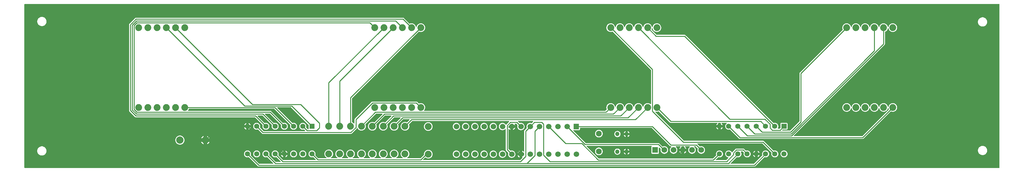
<source format=gbl>
G04 Layer: BottomLayer*
G04 EasyEDA v6.1.34, Sun, 05 May 2019 19:16:01 GMT*
G04 77ecd07a251a4821b54f13b313e443d2,d2a06957bfed4711b46dd7a2d4eaa8b9,10*
G04 Gerber Generator version 0.2*
G04 Scale: 100 percent, Rotated: No, Reflected: No *
G04 Dimensions in millimeters *
G04 leading zeros omitted , absolute positions ,3 integer and 3 decimal *
%FSLAX33Y33*%
%MOMM*%
G90*
G71D02*

%ADD10C,0.254000*%
%ADD11C,1.879600*%
%ADD13C,1.397000*%
%ADD14C,1.499997*%
%ADD16C,1.599997*%
%ADD17C,1.193800*%
%ADD18C,1.574800*%
%ADD19R,1.574800X1.574800*%
%ADD20C,1.999996*%

%LPD*%
G36*
G01X268742Y45450D02*
G01X370Y45450D01*
G01X356Y45449D01*
G01X342Y45446D01*
G01X328Y45441D01*
G01X315Y45434D01*
G01X304Y45425D01*
G01X294Y45415D01*
G01X285Y45404D01*
G01X278Y45391D01*
G01X273Y45377D01*
G01X270Y45363D01*
G01X269Y45349D01*
G01X269Y370D01*
G01X270Y356D01*
G01X273Y342D01*
G01X278Y328D01*
G01X285Y315D01*
G01X294Y304D01*
G01X304Y294D01*
G01X315Y285D01*
G01X328Y278D01*
G01X342Y273D01*
G01X356Y270D01*
G01X370Y269D01*
G01X268742Y269D01*
G01X268756Y270D01*
G01X268770Y273D01*
G01X268784Y278D01*
G01X268797Y285D01*
G01X268808Y294D01*
G01X268818Y304D01*
G01X268827Y315D01*
G01X268834Y328D01*
G01X268839Y342D01*
G01X268842Y356D01*
G01X268843Y370D01*
G01X268843Y45349D01*
G01X268842Y45363D01*
G01X268839Y45377D01*
G01X268834Y45391D01*
G01X268827Y45404D01*
G01X268818Y45415D01*
G01X268808Y45425D01*
G01X268797Y45434D01*
G01X268784Y45441D01*
G01X268770Y45446D01*
G01X268756Y45449D01*
G01X268742Y45450D01*
G37*

%LPC*%
G36*
G01X104573Y41658D02*
G01X30987Y41658D01*
G01X30957Y41657D01*
G01X30928Y41653D01*
G01X30898Y41647D01*
G01X30869Y41639D01*
G01X30841Y41629D01*
G01X30813Y41616D01*
G01X30787Y41602D01*
G01X30762Y41585D01*
G01X30738Y41566D01*
G01X30716Y41546D01*
G01X29192Y40022D01*
G01X29172Y40000D01*
G01X29153Y39976D01*
G01X29136Y39951D01*
G01X29122Y39925D01*
G01X29109Y39897D01*
G01X29099Y39869D01*
G01X29091Y39840D01*
G01X29085Y39810D01*
G01X29081Y39781D01*
G01X29080Y39751D01*
G01X29080Y16129D01*
G01X29081Y16098D01*
G01X29085Y16069D01*
G01X29091Y16039D01*
G01X29099Y16010D01*
G01X29109Y15982D01*
G01X29122Y15954D01*
G01X29136Y15928D01*
G01X29153Y15903D01*
G01X29172Y15879D01*
G01X29192Y15857D01*
G01X30716Y14333D01*
G01X30738Y14313D01*
G01X30762Y14294D01*
G01X30787Y14277D01*
G01X30813Y14263D01*
G01X30841Y14250D01*
G01X30869Y14240D01*
G01X30898Y14232D01*
G01X30928Y14226D01*
G01X30957Y14222D01*
G01X30987Y14221D01*
G01X63734Y14221D01*
G01X63749Y14220D01*
G01X63765Y14216D01*
G01X63780Y14210D01*
G01X63793Y14202D01*
G01X63805Y14191D01*
G01X65855Y12142D01*
G01X65865Y12130D01*
G01X65873Y12116D01*
G01X65879Y12102D01*
G01X65883Y12086D01*
G01X65884Y12070D01*
G01X65883Y12055D01*
G01X65880Y12039D01*
G01X65866Y11992D01*
G01X65855Y11944D01*
G01X65846Y11896D01*
G01X65840Y11848D01*
G01X65836Y11799D01*
G01X65835Y11750D01*
G01X65836Y11705D01*
G01X65839Y11661D01*
G01X65844Y11618D01*
G01X65851Y11574D01*
G01X65860Y11531D01*
G01X65871Y11488D01*
G01X65884Y11446D01*
G01X65899Y11405D01*
G01X65916Y11364D01*
G01X65935Y11324D01*
G01X65955Y11285D01*
G01X65978Y11247D01*
G01X66002Y11210D01*
G01X66027Y11174D01*
G01X66055Y11139D01*
G01X66084Y11106D01*
G01X66114Y11074D01*
G01X66146Y11044D01*
G01X66179Y11015D01*
G01X66214Y10987D01*
G01X66250Y10962D01*
G01X66287Y10938D01*
G01X66325Y10915D01*
G01X66364Y10895D01*
G01X66404Y10876D01*
G01X66445Y10859D01*
G01X66486Y10844D01*
G01X66528Y10831D01*
G01X66571Y10820D01*
G01X66614Y10811D01*
G01X66658Y10804D01*
G01X66701Y10799D01*
G01X66745Y10796D01*
G01X66790Y10795D01*
G01X66834Y10796D01*
G01X66878Y10799D01*
G01X66922Y10804D01*
G01X66965Y10811D01*
G01X67008Y10820D01*
G01X67051Y10831D01*
G01X67093Y10844D01*
G01X67135Y10859D01*
G01X67175Y10876D01*
G01X67215Y10895D01*
G01X67254Y10915D01*
G01X67292Y10938D01*
G01X67329Y10962D01*
G01X67365Y10987D01*
G01X67400Y11015D01*
G01X67433Y11044D01*
G01X67465Y11074D01*
G01X67495Y11106D01*
G01X67524Y11139D01*
G01X67552Y11174D01*
G01X67577Y11210D01*
G01X67602Y11247D01*
G01X67624Y11285D01*
G01X67644Y11324D01*
G01X67663Y11364D01*
G01X67680Y11405D01*
G01X67695Y11446D01*
G01X67708Y11488D01*
G01X67719Y11531D01*
G01X67728Y11574D01*
G01X67735Y11618D01*
G01X67741Y11661D01*
G01X67744Y11705D01*
G01X67745Y11750D01*
G01X67744Y11794D01*
G01X67741Y11838D01*
G01X67735Y11881D01*
G01X67728Y11925D01*
G01X67719Y11968D01*
G01X67708Y12011D01*
G01X67695Y12053D01*
G01X67680Y12095D01*
G01X67663Y12135D01*
G01X67644Y12175D01*
G01X67624Y12214D01*
G01X67602Y12252D01*
G01X67577Y12289D01*
G01X67552Y12325D01*
G01X67524Y12360D01*
G01X67495Y12393D01*
G01X67465Y12425D01*
G01X67433Y12455D01*
G01X67400Y12484D01*
G01X67365Y12512D01*
G01X67329Y12537D01*
G01X67292Y12562D01*
G01X67254Y12584D01*
G01X67215Y12604D01*
G01X67175Y12623D01*
G01X67135Y12640D01*
G01X67093Y12655D01*
G01X67051Y12668D01*
G01X67008Y12679D01*
G01X66965Y12688D01*
G01X66922Y12695D01*
G01X66878Y12701D01*
G01X66834Y12704D01*
G01X66790Y12705D01*
G01X66740Y12703D01*
G01X66692Y12700D01*
G01X66643Y12693D01*
G01X66595Y12684D01*
G01X66547Y12673D01*
G01X66500Y12660D01*
G01X66484Y12656D01*
G01X66469Y12655D01*
G01X66453Y12656D01*
G01X66437Y12660D01*
G01X66423Y12666D01*
G01X66409Y12674D01*
G01X66397Y12684D01*
G01X64526Y14556D01*
G01X64516Y14568D01*
G01X64507Y14581D01*
G01X64501Y14596D01*
G01X64497Y14611D01*
G01X64496Y14627D01*
G01X64497Y14642D01*
G01X64500Y14656D01*
G01X64505Y14670D01*
G01X64512Y14682D01*
G01X64521Y14694D01*
G01X64531Y14704D01*
G01X64543Y14713D01*
G01X64556Y14720D01*
G01X64569Y14725D01*
G01X64583Y14728D01*
G01X64598Y14729D01*
G01X65766Y14729D01*
G01X65781Y14728D01*
G01X65797Y14724D01*
G01X65812Y14718D01*
G01X65825Y14710D01*
G01X65837Y14699D01*
G01X68395Y12142D01*
G01X68405Y12130D01*
G01X68413Y12116D01*
G01X68419Y12102D01*
G01X68423Y12086D01*
G01X68424Y12070D01*
G01X68423Y12055D01*
G01X68420Y12039D01*
G01X68406Y11992D01*
G01X68395Y11944D01*
G01X68386Y11896D01*
G01X68380Y11848D01*
G01X68376Y11799D01*
G01X68375Y11750D01*
G01X68376Y11705D01*
G01X68379Y11661D01*
G01X68384Y11618D01*
G01X68391Y11574D01*
G01X68400Y11531D01*
G01X68411Y11488D01*
G01X68424Y11446D01*
G01X68439Y11405D01*
G01X68456Y11364D01*
G01X68475Y11324D01*
G01X68495Y11285D01*
G01X68518Y11247D01*
G01X68542Y11210D01*
G01X68567Y11174D01*
G01X68595Y11139D01*
G01X68624Y11106D01*
G01X68654Y11074D01*
G01X68686Y11044D01*
G01X68719Y11015D01*
G01X68754Y10987D01*
G01X68790Y10962D01*
G01X68827Y10938D01*
G01X68865Y10915D01*
G01X68904Y10895D01*
G01X68944Y10876D01*
G01X68985Y10859D01*
G01X69026Y10844D01*
G01X69068Y10831D01*
G01X69111Y10820D01*
G01X69154Y10811D01*
G01X69198Y10804D01*
G01X69241Y10799D01*
G01X69285Y10796D01*
G01X69330Y10795D01*
G01X69374Y10796D01*
G01X69418Y10799D01*
G01X69462Y10804D01*
G01X69505Y10811D01*
G01X69548Y10820D01*
G01X69591Y10831D01*
G01X69633Y10844D01*
G01X69675Y10859D01*
G01X69715Y10876D01*
G01X69755Y10895D01*
G01X69794Y10915D01*
G01X69832Y10938D01*
G01X69869Y10962D01*
G01X69905Y10987D01*
G01X69940Y11015D01*
G01X69973Y11044D01*
G01X70005Y11074D01*
G01X70035Y11106D01*
G01X70064Y11139D01*
G01X70092Y11174D01*
G01X70117Y11210D01*
G01X70142Y11247D01*
G01X70164Y11285D01*
G01X70184Y11324D01*
G01X70203Y11364D01*
G01X70220Y11405D01*
G01X70235Y11446D01*
G01X70248Y11488D01*
G01X70259Y11531D01*
G01X70268Y11574D01*
G01X70275Y11618D01*
G01X70281Y11661D01*
G01X70284Y11705D01*
G01X70285Y11750D01*
G01X70284Y11794D01*
G01X70281Y11838D01*
G01X70275Y11881D01*
G01X70268Y11925D01*
G01X70259Y11968D01*
G01X70248Y12011D01*
G01X70235Y12053D01*
G01X70220Y12095D01*
G01X70203Y12135D01*
G01X70184Y12175D01*
G01X70164Y12214D01*
G01X70142Y12252D01*
G01X70117Y12289D01*
G01X70092Y12325D01*
G01X70064Y12360D01*
G01X70035Y12393D01*
G01X70005Y12425D01*
G01X69973Y12455D01*
G01X69940Y12484D01*
G01X69905Y12512D01*
G01X69869Y12537D01*
G01X69832Y12562D01*
G01X69794Y12584D01*
G01X69755Y12604D01*
G01X69715Y12623D01*
G01X69675Y12640D01*
G01X69633Y12655D01*
G01X69591Y12668D01*
G01X69548Y12679D01*
G01X69505Y12688D01*
G01X69462Y12695D01*
G01X69418Y12701D01*
G01X69374Y12704D01*
G01X69330Y12705D01*
G01X69280Y12703D01*
G01X69232Y12700D01*
G01X69183Y12693D01*
G01X69135Y12684D01*
G01X69087Y12673D01*
G01X69040Y12660D01*
G01X69024Y12656D01*
G01X69009Y12655D01*
G01X68993Y12656D01*
G01X68977Y12660D01*
G01X68963Y12666D01*
G01X68949Y12674D01*
G01X68937Y12684D01*
G01X66558Y15064D01*
G01X66548Y15076D01*
G01X66539Y15089D01*
G01X66533Y15104D01*
G01X66529Y15119D01*
G01X66528Y15135D01*
G01X66529Y15150D01*
G01X66532Y15164D01*
G01X66537Y15178D01*
G01X66544Y15190D01*
G01X66553Y15202D01*
G01X66563Y15212D01*
G01X66575Y15221D01*
G01X66588Y15228D01*
G01X66601Y15233D01*
G01X66615Y15236D01*
G01X66630Y15237D01*
G01X67797Y15237D01*
G01X67813Y15236D01*
G01X67828Y15232D01*
G01X67843Y15226D01*
G01X67857Y15218D01*
G01X67869Y15207D01*
G01X70934Y12142D01*
G01X70945Y12129D01*
G01X70953Y12116D01*
G01X70959Y12101D01*
G01X70963Y12086D01*
G01X70964Y12070D01*
G01X70963Y12054D01*
G01X70959Y12039D01*
G01X70946Y11992D01*
G01X70935Y11944D01*
G01X70926Y11896D01*
G01X70920Y11847D01*
G01X70916Y11799D01*
G01X70915Y11750D01*
G01X70916Y11705D01*
G01X70919Y11661D01*
G01X70924Y11618D01*
G01X70931Y11574D01*
G01X70940Y11531D01*
G01X70951Y11488D01*
G01X70964Y11446D01*
G01X70979Y11405D01*
G01X70996Y11364D01*
G01X71015Y11324D01*
G01X71035Y11285D01*
G01X71058Y11247D01*
G01X71082Y11210D01*
G01X71107Y11174D01*
G01X71135Y11139D01*
G01X71164Y11106D01*
G01X71194Y11074D01*
G01X71226Y11044D01*
G01X71259Y11015D01*
G01X71294Y10987D01*
G01X71330Y10962D01*
G01X71367Y10938D01*
G01X71405Y10915D01*
G01X71444Y10895D01*
G01X71484Y10876D01*
G01X71525Y10859D01*
G01X71566Y10844D01*
G01X71608Y10831D01*
G01X71651Y10820D01*
G01X71694Y10811D01*
G01X71738Y10804D01*
G01X71781Y10799D01*
G01X71825Y10796D01*
G01X71870Y10795D01*
G01X71914Y10796D01*
G01X71958Y10799D01*
G01X72002Y10804D01*
G01X72045Y10811D01*
G01X72088Y10820D01*
G01X72131Y10831D01*
G01X72173Y10844D01*
G01X72215Y10859D01*
G01X72255Y10876D01*
G01X72295Y10895D01*
G01X72334Y10915D01*
G01X72372Y10938D01*
G01X72409Y10962D01*
G01X72445Y10987D01*
G01X72480Y11015D01*
G01X72513Y11044D01*
G01X72545Y11074D01*
G01X72575Y11106D01*
G01X72604Y11139D01*
G01X72632Y11174D01*
G01X72657Y11210D01*
G01X72682Y11247D01*
G01X72704Y11285D01*
G01X72724Y11324D01*
G01X72743Y11364D01*
G01X72760Y11405D01*
G01X72775Y11446D01*
G01X72788Y11488D01*
G01X72799Y11531D01*
G01X72808Y11574D01*
G01X72815Y11618D01*
G01X72821Y11661D01*
G01X72824Y11705D01*
G01X72825Y11750D01*
G01X72824Y11794D01*
G01X72821Y11838D01*
G01X72815Y11881D01*
G01X72808Y11925D01*
G01X72799Y11968D01*
G01X72788Y12011D01*
G01X72775Y12053D01*
G01X72760Y12095D01*
G01X72743Y12135D01*
G01X72724Y12175D01*
G01X72704Y12214D01*
G01X72682Y12252D01*
G01X72657Y12289D01*
G01X72632Y12325D01*
G01X72604Y12360D01*
G01X72575Y12393D01*
G01X72545Y12425D01*
G01X72513Y12455D01*
G01X72480Y12484D01*
G01X72445Y12512D01*
G01X72409Y12537D01*
G01X72372Y12562D01*
G01X72334Y12584D01*
G01X72295Y12604D01*
G01X72255Y12623D01*
G01X72215Y12640D01*
G01X72173Y12655D01*
G01X72131Y12668D01*
G01X72088Y12679D01*
G01X72045Y12688D01*
G01X72002Y12695D01*
G01X71958Y12701D01*
G01X71914Y12704D01*
G01X71870Y12705D01*
G01X71820Y12703D01*
G01X71771Y12700D01*
G01X71723Y12693D01*
G01X71674Y12684D01*
G01X71626Y12673D01*
G01X71579Y12659D01*
G01X71564Y12656D01*
G01X71548Y12655D01*
G01X71532Y12656D01*
G01X71517Y12660D01*
G01X71502Y12666D01*
G01X71489Y12674D01*
G01X71476Y12684D01*
G01X68269Y15892D01*
G01X68247Y15912D01*
G01X68223Y15931D01*
G01X68198Y15948D01*
G01X68172Y15962D01*
G01X68145Y15975D01*
G01X68116Y15985D01*
G01X68087Y15993D01*
G01X68058Y15999D01*
G01X68028Y16003D01*
G01X67998Y16004D01*
G01X45443Y16004D01*
G01X45428Y16005D01*
G01X45414Y16008D01*
G01X45400Y16013D01*
G01X45388Y16020D01*
G01X45376Y16029D01*
G01X45366Y16039D01*
G01X45357Y16051D01*
G01X45350Y16063D01*
G01X45345Y16077D01*
G01X45342Y16091D01*
G01X45341Y16106D01*
G01X45343Y16123D01*
G01X45347Y16140D01*
G01X45355Y16157D01*
G01X45365Y16171D01*
G01X45399Y16213D01*
G01X45431Y16257D01*
G01X45461Y16302D01*
G01X45488Y16348D01*
G01X45514Y16396D01*
G01X45538Y16444D01*
G01X45559Y16494D01*
G01X45566Y16508D01*
G01X45574Y16520D01*
G01X45585Y16531D01*
G01X45597Y16540D01*
G01X45610Y16548D01*
G01X45624Y16553D01*
G01X45638Y16557D01*
G01X45653Y16558D01*
G01X69017Y16558D01*
G01X69033Y16557D01*
G01X69048Y16553D01*
G01X69063Y16547D01*
G01X69076Y16538D01*
G01X69089Y16528D01*
G01X73475Y12142D01*
G01X73485Y12130D01*
G01X73493Y12116D01*
G01X73499Y12102D01*
G01X73503Y12086D01*
G01X73504Y12070D01*
G01X73503Y12055D01*
G01X73500Y12039D01*
G01X73486Y11992D01*
G01X73475Y11944D01*
G01X73466Y11896D01*
G01X73460Y11848D01*
G01X73456Y11799D01*
G01X73455Y11750D01*
G01X73456Y11705D01*
G01X73459Y11661D01*
G01X73464Y11618D01*
G01X73471Y11574D01*
G01X73480Y11531D01*
G01X73491Y11488D01*
G01X73504Y11446D01*
G01X73519Y11405D01*
G01X73536Y11364D01*
G01X73555Y11324D01*
G01X73575Y11285D01*
G01X73598Y11247D01*
G01X73622Y11210D01*
G01X73647Y11174D01*
G01X73675Y11139D01*
G01X73704Y11106D01*
G01X73734Y11074D01*
G01X73766Y11044D01*
G01X73799Y11015D01*
G01X73834Y10987D01*
G01X73870Y10962D01*
G01X73907Y10938D01*
G01X73945Y10915D01*
G01X73984Y10895D01*
G01X74024Y10876D01*
G01X74065Y10859D01*
G01X74106Y10844D01*
G01X74148Y10831D01*
G01X74191Y10820D01*
G01X74234Y10811D01*
G01X74278Y10804D01*
G01X74321Y10799D01*
G01X74365Y10796D01*
G01X74410Y10795D01*
G01X74454Y10796D01*
G01X74498Y10799D01*
G01X74542Y10804D01*
G01X74585Y10811D01*
G01X74628Y10820D01*
G01X74671Y10831D01*
G01X74713Y10844D01*
G01X74755Y10859D01*
G01X74795Y10876D01*
G01X74835Y10895D01*
G01X74874Y10915D01*
G01X74912Y10938D01*
G01X74949Y10962D01*
G01X74985Y10987D01*
G01X75020Y11015D01*
G01X75053Y11044D01*
G01X75085Y11074D01*
G01X75115Y11106D01*
G01X75144Y11139D01*
G01X75172Y11174D01*
G01X75197Y11210D01*
G01X75222Y11247D01*
G01X75244Y11285D01*
G01X75264Y11324D01*
G01X75283Y11364D01*
G01X75300Y11405D01*
G01X75315Y11446D01*
G01X75328Y11488D01*
G01X75339Y11531D01*
G01X75348Y11574D01*
G01X75355Y11618D01*
G01X75361Y11661D01*
G01X75364Y11705D01*
G01X75365Y11750D01*
G01X75364Y11794D01*
G01X75361Y11838D01*
G01X75355Y11881D01*
G01X75348Y11925D01*
G01X75339Y11968D01*
G01X75328Y12011D01*
G01X75315Y12053D01*
G01X75300Y12095D01*
G01X75283Y12135D01*
G01X75264Y12175D01*
G01X75244Y12214D01*
G01X75222Y12252D01*
G01X75197Y12289D01*
G01X75172Y12325D01*
G01X75144Y12360D01*
G01X75115Y12393D01*
G01X75085Y12425D01*
G01X75053Y12455D01*
G01X75020Y12484D01*
G01X74985Y12512D01*
G01X74949Y12537D01*
G01X74912Y12562D01*
G01X74874Y12584D01*
G01X74835Y12604D01*
G01X74795Y12623D01*
G01X74755Y12640D01*
G01X74713Y12655D01*
G01X74671Y12668D01*
G01X74628Y12679D01*
G01X74585Y12688D01*
G01X74542Y12695D01*
G01X74498Y12701D01*
G01X74454Y12704D01*
G01X74410Y12705D01*
G01X74360Y12703D01*
G01X74312Y12700D01*
G01X74263Y12693D01*
G01X74215Y12684D01*
G01X74167Y12673D01*
G01X74120Y12660D01*
G01X74104Y12656D01*
G01X74089Y12655D01*
G01X74073Y12656D01*
G01X74057Y12660D01*
G01X74043Y12666D01*
G01X74029Y12674D01*
G01X74017Y12684D01*
G01X69909Y16792D01*
G01X69899Y16804D01*
G01X69891Y16818D01*
G01X69885Y16832D01*
G01X69881Y16848D01*
G01X69880Y16864D01*
G01X69881Y16878D01*
G01X69884Y16892D01*
G01X69889Y16906D01*
G01X69896Y16919D01*
G01X69904Y16930D01*
G01X69915Y16941D01*
G01X69926Y16949D01*
G01X69939Y16956D01*
G01X69953Y16961D01*
G01X69967Y16964D01*
G01X69981Y16965D01*
G01X73689Y16965D01*
G01X73705Y16964D01*
G01X73720Y16960D01*
G01X73735Y16954D01*
G01X73749Y16946D01*
G01X73761Y16936D01*
G01X78505Y12192D01*
G01X78515Y12180D01*
G01X78523Y12166D01*
G01X78529Y12151D01*
G01X78533Y12136D01*
G01X78534Y12120D01*
G01X78534Y11051D01*
G01X78535Y11033D01*
G01X78535Y11026D01*
G01X78534Y11011D01*
G01X78531Y10997D01*
G01X78526Y10983D01*
G01X78519Y10971D01*
G01X78511Y10959D01*
G01X78500Y10949D01*
G01X78489Y10940D01*
G01X78476Y10933D01*
G01X78462Y10928D01*
G01X78448Y10925D01*
G01X78434Y10924D01*
G01X78359Y10924D01*
G01X78344Y10925D01*
G01X78328Y10929D01*
G01X78313Y10935D01*
G01X78300Y10943D01*
G01X78288Y10954D01*
G01X77884Y11357D01*
G01X77874Y11369D01*
G01X77866Y11383D01*
G01X77860Y11397D01*
G01X77856Y11413D01*
G01X77855Y11429D01*
G01X77856Y11444D01*
G01X77860Y11460D01*
G01X77873Y11507D01*
G01X77884Y11555D01*
G01X77893Y11603D01*
G01X77900Y11652D01*
G01X77903Y11700D01*
G01X77905Y11750D01*
G01X77904Y11794D01*
G01X77901Y11838D01*
G01X77895Y11881D01*
G01X77888Y11925D01*
G01X77879Y11968D01*
G01X77868Y12011D01*
G01X77855Y12053D01*
G01X77840Y12095D01*
G01X77823Y12135D01*
G01X77804Y12175D01*
G01X77784Y12214D01*
G01X77762Y12252D01*
G01X77737Y12289D01*
G01X77712Y12325D01*
G01X77684Y12360D01*
G01X77655Y12393D01*
G01X77625Y12425D01*
G01X77593Y12455D01*
G01X77560Y12484D01*
G01X77525Y12512D01*
G01X77489Y12537D01*
G01X77452Y12562D01*
G01X77414Y12584D01*
G01X77375Y12604D01*
G01X77335Y12623D01*
G01X77295Y12640D01*
G01X77253Y12655D01*
G01X77211Y12668D01*
G01X77168Y12679D01*
G01X77125Y12688D01*
G01X77082Y12695D01*
G01X77038Y12701D01*
G01X76994Y12704D01*
G01X76950Y12705D01*
G01X76905Y12704D01*
G01X76861Y12701D01*
G01X76818Y12695D01*
G01X76774Y12688D01*
G01X76731Y12679D01*
G01X76688Y12668D01*
G01X76646Y12655D01*
G01X76605Y12640D01*
G01X76564Y12623D01*
G01X76524Y12604D01*
G01X76485Y12584D01*
G01X76447Y12562D01*
G01X76410Y12537D01*
G01X76374Y12512D01*
G01X76339Y12484D01*
G01X76306Y12455D01*
G01X76274Y12425D01*
G01X76244Y12393D01*
G01X76215Y12360D01*
G01X76187Y12325D01*
G01X76162Y12289D01*
G01X76138Y12252D01*
G01X76115Y12214D01*
G01X76095Y12175D01*
G01X76076Y12135D01*
G01X76059Y12095D01*
G01X76044Y12053D01*
G01X76031Y12011D01*
G01X76020Y11968D01*
G01X76011Y11925D01*
G01X76004Y11881D01*
G01X75999Y11838D01*
G01X75996Y11794D01*
G01X75995Y11750D01*
G01X75996Y11705D01*
G01X75999Y11661D01*
G01X76004Y11618D01*
G01X76011Y11574D01*
G01X76020Y11531D01*
G01X76031Y11488D01*
G01X76044Y11446D01*
G01X76059Y11405D01*
G01X76076Y11364D01*
G01X76095Y11324D01*
G01X76115Y11285D01*
G01X76138Y11247D01*
G01X76162Y11210D01*
G01X76187Y11174D01*
G01X76215Y11139D01*
G01X76244Y11106D01*
G01X76274Y11074D01*
G01X76306Y11044D01*
G01X76339Y11015D01*
G01X76374Y10987D01*
G01X76410Y10962D01*
G01X76447Y10938D01*
G01X76485Y10915D01*
G01X76524Y10895D01*
G01X76564Y10876D01*
G01X76605Y10859D01*
G01X76646Y10844D01*
G01X76688Y10831D01*
G01X76731Y10820D01*
G01X76774Y10811D01*
G01X76818Y10804D01*
G01X76861Y10799D01*
G01X76905Y10796D01*
G01X76950Y10795D01*
G01X76999Y10796D01*
G01X77048Y10800D01*
G01X77096Y10806D01*
G01X77144Y10815D01*
G01X77192Y10826D01*
G01X77239Y10840D01*
G01X77255Y10843D01*
G01X77270Y10844D01*
G01X77286Y10843D01*
G01X77302Y10839D01*
G01X77316Y10833D01*
G01X77330Y10825D01*
G01X77342Y10815D01*
G01X77567Y10589D01*
G01X77577Y10577D01*
G01X77586Y10564D01*
G01X77592Y10549D01*
G01X77596Y10534D01*
G01X77597Y10518D01*
G01X77596Y10503D01*
G01X77593Y10489D01*
G01X77588Y10475D01*
G01X77581Y10463D01*
G01X77572Y10451D01*
G01X77562Y10441D01*
G01X77550Y10432D01*
G01X77537Y10425D01*
G01X77524Y10420D01*
G01X77510Y10417D01*
G01X77495Y10416D01*
G01X66167Y10416D01*
G01X66151Y10417D01*
G01X66135Y10421D01*
G01X66121Y10427D01*
G01X66107Y10435D01*
G01X66095Y10446D01*
G01X65184Y11356D01*
G01X65174Y11369D01*
G01X65166Y11382D01*
G01X65160Y11397D01*
G01X65156Y11412D01*
G01X65155Y11428D01*
G01X65156Y11444D01*
G01X65159Y11459D01*
G01X65173Y11506D01*
G01X65184Y11554D01*
G01X65193Y11603D01*
G01X65200Y11651D01*
G01X65203Y11700D01*
G01X65205Y11750D01*
G01X65204Y11794D01*
G01X65201Y11838D01*
G01X65195Y11881D01*
G01X65188Y11925D01*
G01X65179Y11968D01*
G01X65168Y12011D01*
G01X65155Y12053D01*
G01X65140Y12095D01*
G01X65123Y12135D01*
G01X65104Y12175D01*
G01X65084Y12214D01*
G01X65062Y12252D01*
G01X65037Y12289D01*
G01X65012Y12325D01*
G01X64984Y12360D01*
G01X64955Y12393D01*
G01X64925Y12425D01*
G01X64893Y12455D01*
G01X64860Y12484D01*
G01X64825Y12512D01*
G01X64789Y12537D01*
G01X64752Y12562D01*
G01X64714Y12584D01*
G01X64675Y12604D01*
G01X64635Y12623D01*
G01X64595Y12640D01*
G01X64553Y12655D01*
G01X64511Y12668D01*
G01X64468Y12679D01*
G01X64425Y12688D01*
G01X64382Y12695D01*
G01X64338Y12701D01*
G01X64294Y12704D01*
G01X64250Y12705D01*
G01X64205Y12704D01*
G01X64161Y12701D01*
G01X64118Y12695D01*
G01X64074Y12688D01*
G01X64031Y12679D01*
G01X63988Y12668D01*
G01X63946Y12655D01*
G01X63905Y12640D01*
G01X63864Y12623D01*
G01X63824Y12604D01*
G01X63785Y12584D01*
G01X63747Y12562D01*
G01X63710Y12537D01*
G01X63674Y12512D01*
G01X63639Y12484D01*
G01X63606Y12455D01*
G01X63574Y12425D01*
G01X63544Y12393D01*
G01X63515Y12360D01*
G01X63487Y12325D01*
G01X63462Y12289D01*
G01X63438Y12252D01*
G01X63415Y12214D01*
G01X63395Y12175D01*
G01X63376Y12135D01*
G01X63359Y12095D01*
G01X63344Y12053D01*
G01X63331Y12011D01*
G01X63320Y11968D01*
G01X63311Y11925D01*
G01X63304Y11881D01*
G01X63299Y11838D01*
G01X63296Y11794D01*
G01X63295Y11750D01*
G01X63296Y11705D01*
G01X63299Y11661D01*
G01X63304Y11618D01*
G01X63311Y11574D01*
G01X63320Y11531D01*
G01X63331Y11488D01*
G01X63344Y11446D01*
G01X63359Y11405D01*
G01X63376Y11364D01*
G01X63395Y11324D01*
G01X63415Y11285D01*
G01X63438Y11247D01*
G01X63462Y11210D01*
G01X63487Y11174D01*
G01X63515Y11139D01*
G01X63544Y11106D01*
G01X63574Y11074D01*
G01X63606Y11044D01*
G01X63639Y11015D01*
G01X63674Y10987D01*
G01X63710Y10962D01*
G01X63747Y10938D01*
G01X63785Y10915D01*
G01X63824Y10895D01*
G01X63864Y10876D01*
G01X63905Y10859D01*
G01X63946Y10844D01*
G01X63988Y10831D01*
G01X64031Y10820D01*
G01X64074Y10811D01*
G01X64118Y10804D01*
G01X64161Y10799D01*
G01X64205Y10796D01*
G01X64250Y10794D01*
G01X64299Y10796D01*
G01X64347Y10800D01*
G01X64396Y10806D01*
G01X64444Y10815D01*
G01X64492Y10826D01*
G01X64539Y10839D01*
G01X64554Y10843D01*
G01X64570Y10844D01*
G01X64586Y10843D01*
G01X64601Y10839D01*
G01X64616Y10833D01*
G01X64629Y10825D01*
G01X64642Y10814D01*
G01X65695Y9761D01*
G01X65717Y9741D01*
G01X65740Y9722D01*
G01X65765Y9705D01*
G01X65792Y9691D01*
G01X65819Y9678D01*
G01X65847Y9668D01*
G01X65876Y9660D01*
G01X65906Y9654D01*
G01X65936Y9650D01*
G01X65966Y9649D01*
G01X90170Y9649D01*
G01X90200Y9650D01*
G01X90229Y9654D01*
G01X90259Y9660D01*
G01X90288Y9668D01*
G01X90316Y9678D01*
G01X90344Y9691D01*
G01X90370Y9705D01*
G01X90395Y9722D01*
G01X90419Y9741D01*
G01X90441Y9761D01*
G01X91838Y11158D01*
G01X91873Y11199D01*
G01X91884Y11211D01*
G01X91896Y11221D01*
G01X91909Y11229D01*
G01X91924Y11235D01*
G01X91939Y11239D01*
G01X91955Y11240D01*
G01X91970Y11239D01*
G01X91985Y11235D01*
G01X92000Y11229D01*
G01X92013Y11221D01*
G01X92025Y11211D01*
G01X92036Y11199D01*
G01X92044Y11186D01*
G01X92069Y11143D01*
G01X92095Y11101D01*
G01X92122Y11059D01*
G01X92152Y11019D01*
G01X92183Y10981D01*
G01X92216Y10943D01*
G01X92250Y10907D01*
G01X92286Y10873D01*
G01X92323Y10840D01*
G01X92361Y10808D01*
G01X92401Y10778D01*
G01X92442Y10750D01*
G01X92484Y10724D01*
G01X92527Y10699D01*
G01X92572Y10676D01*
G01X92617Y10655D01*
G01X92663Y10636D01*
G01X92709Y10619D01*
G01X92757Y10603D01*
G01X92804Y10590D01*
G01X92853Y10579D01*
G01X92902Y10570D01*
G01X92951Y10562D01*
G01X93000Y10557D01*
G01X93050Y10554D01*
G01X93100Y10553D01*
G01X93149Y10554D01*
G01X93198Y10557D01*
G01X93248Y10562D01*
G01X93297Y10570D01*
G01X93345Y10579D01*
G01X93393Y10590D01*
G01X93441Y10603D01*
G01X93488Y10618D01*
G01X93535Y10635D01*
G01X93580Y10654D01*
G01X93625Y10675D01*
G01X93669Y10697D01*
G01X93712Y10722D01*
G01X93754Y10748D01*
G01X93795Y10776D01*
G01X93834Y10805D01*
G01X93873Y10837D01*
G01X93910Y10869D01*
G01X93946Y10904D01*
G01X93980Y10939D01*
G01X94013Y10976D01*
G01X94044Y11015D01*
G01X94073Y11054D01*
G01X94101Y11095D01*
G01X94127Y11137D01*
G01X94152Y11180D01*
G01X94174Y11224D01*
G01X94195Y11269D01*
G01X94214Y11315D01*
G01X94231Y11361D01*
G01X94246Y11408D01*
G01X94259Y11456D01*
G01X94271Y11504D01*
G01X94280Y11553D01*
G01X94287Y11602D01*
G01X94292Y11651D01*
G01X94295Y11700D01*
G01X94296Y11750D01*
G01X94295Y11803D01*
G01X94291Y11856D01*
G01X94285Y11910D01*
G01X94277Y11962D01*
G01X94266Y12015D01*
G01X94253Y12067D01*
G01X94238Y12118D01*
G01X94220Y12168D01*
G01X94200Y12218D01*
G01X94194Y12238D01*
G01X94192Y12258D01*
G01X94194Y12274D01*
G01X94197Y12289D01*
G01X94203Y12304D01*
G01X94212Y12318D01*
G01X94222Y12330D01*
G01X97100Y15207D01*
G01X97112Y15218D01*
G01X97125Y15226D01*
G01X97140Y15232D01*
G01X97156Y15236D01*
G01X97171Y15237D01*
G01X98799Y15237D01*
G01X98814Y15236D01*
G01X98828Y15233D01*
G01X98841Y15228D01*
G01X98854Y15221D01*
G01X98866Y15212D01*
G01X98876Y15202D01*
G01X98885Y15190D01*
G01X98892Y15178D01*
G01X98897Y15164D01*
G01X98900Y15150D01*
G01X98901Y15135D01*
G01X98900Y15119D01*
G01X98896Y15104D01*
G01X98890Y15089D01*
G01X98881Y15076D01*
G01X98871Y15064D01*
G01X96680Y12872D01*
G01X96667Y12862D01*
G01X96654Y12853D01*
G01X96639Y12847D01*
G01X96624Y12843D01*
G01X96608Y12842D01*
G01X96587Y12844D01*
G01X96568Y12850D01*
G01X96518Y12870D01*
G01X96468Y12888D01*
G01X96416Y12903D01*
G01X96365Y12916D01*
G01X96312Y12927D01*
G01X96259Y12935D01*
G01X96206Y12941D01*
G01X96153Y12945D01*
G01X96099Y12946D01*
G01X96050Y12945D01*
G01X96001Y12942D01*
G01X95951Y12937D01*
G01X95902Y12930D01*
G01X95854Y12920D01*
G01X95806Y12909D01*
G01X95758Y12896D01*
G01X95711Y12881D01*
G01X95665Y12864D01*
G01X95619Y12845D01*
G01X95574Y12824D01*
G01X95530Y12802D01*
G01X95487Y12777D01*
G01X95445Y12751D01*
G01X95404Y12723D01*
G01X95365Y12694D01*
G01X95326Y12662D01*
G01X95289Y12630D01*
G01X95253Y12595D01*
G01X95219Y12560D01*
G01X95186Y12523D01*
G01X95155Y12484D01*
G01X95126Y12445D01*
G01X95098Y12404D01*
G01X95072Y12362D01*
G01X95047Y12319D01*
G01X95025Y12275D01*
G01X95004Y12230D01*
G01X94985Y12184D01*
G01X94968Y12138D01*
G01X94953Y12091D01*
G01X94940Y12043D01*
G01X94929Y11995D01*
G01X94919Y11946D01*
G01X94912Y11898D01*
G01X94907Y11848D01*
G01X94904Y11799D01*
G01X94903Y11750D01*
G01X94904Y11700D01*
G01X94907Y11651D01*
G01X94912Y11602D01*
G01X94919Y11553D01*
G01X94929Y11504D01*
G01X94940Y11456D01*
G01X94953Y11408D01*
G01X94968Y11361D01*
G01X94985Y11315D01*
G01X95004Y11269D01*
G01X95025Y11224D01*
G01X95047Y11180D01*
G01X95072Y11137D01*
G01X95098Y11095D01*
G01X95126Y11054D01*
G01X95155Y11015D01*
G01X95186Y10976D01*
G01X95219Y10939D01*
G01X95253Y10904D01*
G01X95289Y10869D01*
G01X95326Y10837D01*
G01X95365Y10805D01*
G01X95404Y10776D01*
G01X95445Y10748D01*
G01X95487Y10722D01*
G01X95530Y10697D01*
G01X95574Y10675D01*
G01X95619Y10654D01*
G01X95665Y10635D01*
G01X95711Y10618D01*
G01X95758Y10603D01*
G01X95806Y10590D01*
G01X95854Y10579D01*
G01X95902Y10570D01*
G01X95951Y10562D01*
G01X96001Y10557D01*
G01X96050Y10554D01*
G01X96099Y10553D01*
G01X96149Y10554D01*
G01X96198Y10557D01*
G01X96247Y10562D01*
G01X96296Y10570D01*
G01X96345Y10579D01*
G01X96393Y10590D01*
G01X96441Y10603D01*
G01X96488Y10618D01*
G01X96534Y10635D01*
G01X96580Y10654D01*
G01X96625Y10675D01*
G01X96669Y10697D01*
G01X96712Y10722D01*
G01X96754Y10748D01*
G01X96795Y10776D01*
G01X96834Y10805D01*
G01X96873Y10837D01*
G01X96910Y10869D01*
G01X96980Y10939D01*
G01X97012Y10976D01*
G01X97043Y11015D01*
G01X97073Y11054D01*
G01X97101Y11095D01*
G01X97127Y11137D01*
G01X97152Y11180D01*
G01X97174Y11224D01*
G01X97195Y11269D01*
G01X97214Y11315D01*
G01X97231Y11361D01*
G01X97246Y11408D01*
G01X97259Y11456D01*
G01X97270Y11504D01*
G01X97279Y11553D01*
G01X97287Y11602D01*
G01X97292Y11651D01*
G01X97295Y11700D01*
G01X97296Y11750D01*
G01X97295Y11803D01*
G01X97291Y11856D01*
G01X97285Y11909D01*
G01X97277Y11962D01*
G01X97266Y12015D01*
G01X97253Y12067D01*
G01X97238Y12118D01*
G01X97220Y12168D01*
G01X97200Y12218D01*
G01X97194Y12237D01*
G01X97192Y12258D01*
G01X97193Y12274D01*
G01X97197Y12289D01*
G01X97203Y12304D01*
G01X97212Y12317D01*
G01X97222Y12329D01*
G01X99592Y14699D01*
G01X99604Y14710D01*
G01X99617Y14718D01*
G01X99632Y14724D01*
G01X99648Y14728D01*
G01X99663Y14729D01*
G01X101291Y14729D01*
G01X101306Y14728D01*
G01X101320Y14725D01*
G01X101333Y14720D01*
G01X101346Y14713D01*
G01X101358Y14704D01*
G01X101368Y14694D01*
G01X101377Y14682D01*
G01X101384Y14670D01*
G01X101389Y14656D01*
G01X101392Y14642D01*
G01X101393Y14627D01*
G01X101392Y14611D01*
G01X101388Y14596D01*
G01X101382Y14581D01*
G01X101373Y14568D01*
G01X101363Y14556D01*
G01X99680Y12872D01*
G01X99668Y12862D01*
G01X99654Y12853D01*
G01X99639Y12847D01*
G01X99624Y12844D01*
G01X99608Y12842D01*
G01X99587Y12844D01*
G01X99568Y12850D01*
G01X99518Y12870D01*
G01X99468Y12888D01*
G01X99417Y12903D01*
G01X99365Y12916D01*
G01X99312Y12927D01*
G01X99260Y12935D01*
G01X99206Y12941D01*
G01X99153Y12945D01*
G01X99100Y12946D01*
G01X99050Y12945D01*
G01X99001Y12942D01*
G01X98952Y12937D01*
G01X98903Y12930D01*
G01X98854Y12920D01*
G01X98806Y12909D01*
G01X98758Y12896D01*
G01X98711Y12881D01*
G01X98665Y12864D01*
G01X98619Y12845D01*
G01X98574Y12824D01*
G01X98530Y12802D01*
G01X98487Y12777D01*
G01X98445Y12751D01*
G01X98404Y12723D01*
G01X98365Y12694D01*
G01X98326Y12662D01*
G01X98289Y12630D01*
G01X98219Y12560D01*
G01X98187Y12523D01*
G01X98156Y12484D01*
G01X98126Y12445D01*
G01X98098Y12404D01*
G01X98072Y12362D01*
G01X98047Y12319D01*
G01X98025Y12275D01*
G01X98004Y12230D01*
G01X97985Y12184D01*
G01X97968Y12138D01*
G01X97953Y12091D01*
G01X97940Y12043D01*
G01X97929Y11995D01*
G01X97920Y11946D01*
G01X97912Y11898D01*
G01X97907Y11848D01*
G01X97904Y11799D01*
G01X97903Y11750D01*
G01X97904Y11700D01*
G01X97907Y11651D01*
G01X97912Y11602D01*
G01X97920Y11553D01*
G01X97929Y11504D01*
G01X97940Y11456D01*
G01X97953Y11408D01*
G01X97968Y11361D01*
G01X97985Y11315D01*
G01X98004Y11269D01*
G01X98025Y11224D01*
G01X98047Y11180D01*
G01X98072Y11137D01*
G01X98098Y11095D01*
G01X98126Y11054D01*
G01X98156Y11015D01*
G01X98187Y10976D01*
G01X98219Y10939D01*
G01X98289Y10869D01*
G01X98326Y10837D01*
G01X98365Y10805D01*
G01X98404Y10776D01*
G01X98445Y10748D01*
G01X98487Y10722D01*
G01X98530Y10697D01*
G01X98574Y10675D01*
G01X98619Y10654D01*
G01X98665Y10635D01*
G01X98711Y10618D01*
G01X98758Y10603D01*
G01X98806Y10590D01*
G01X98854Y10579D01*
G01X98903Y10570D01*
G01X98952Y10562D01*
G01X99001Y10557D01*
G01X99050Y10554D01*
G01X99100Y10553D01*
G01X99149Y10554D01*
G01X99198Y10557D01*
G01X99248Y10562D01*
G01X99297Y10570D01*
G01X99345Y10579D01*
G01X99393Y10590D01*
G01X99441Y10603D01*
G01X99488Y10618D01*
G01X99535Y10635D01*
G01X99580Y10654D01*
G01X99625Y10675D01*
G01X99669Y10697D01*
G01X99712Y10722D01*
G01X99754Y10748D01*
G01X99795Y10776D01*
G01X99834Y10805D01*
G01X99873Y10837D01*
G01X99910Y10869D01*
G01X99946Y10904D01*
G01X99980Y10939D01*
G01X100013Y10976D01*
G01X100044Y11015D01*
G01X100073Y11054D01*
G01X100101Y11095D01*
G01X100127Y11137D01*
G01X100152Y11180D01*
G01X100174Y11224D01*
G01X100195Y11269D01*
G01X100214Y11315D01*
G01X100231Y11361D01*
G01X100246Y11408D01*
G01X100259Y11456D01*
G01X100271Y11504D01*
G01X100280Y11553D01*
G01X100287Y11602D01*
G01X100292Y11651D01*
G01X100295Y11700D01*
G01X100296Y11750D01*
G01X100295Y11803D01*
G01X100291Y11856D01*
G01X100285Y11910D01*
G01X100277Y11962D01*
G01X100266Y12015D01*
G01X100253Y12067D01*
G01X100238Y12118D01*
G01X100220Y12168D01*
G01X100200Y12218D01*
G01X100194Y12238D01*
G01X100192Y12258D01*
G01X100194Y12274D01*
G01X100197Y12289D01*
G01X100203Y12304D01*
G01X100212Y12318D01*
G01X100222Y12330D01*
G01X102084Y14191D01*
G01X102096Y14202D01*
G01X102109Y14210D01*
G01X102124Y14216D01*
G01X102140Y14220D01*
G01X102155Y14221D01*
G01X103783Y14221D01*
G01X103798Y14220D01*
G01X103812Y14217D01*
G01X103825Y14212D01*
G01X103838Y14205D01*
G01X103850Y14196D01*
G01X103860Y14186D01*
G01X103869Y14174D01*
G01X103876Y14162D01*
G01X103881Y14148D01*
G01X103884Y14134D01*
G01X103885Y14119D01*
G01X103884Y14103D01*
G01X103880Y14088D01*
G01X103874Y14073D01*
G01X103865Y14060D01*
G01X103855Y14048D01*
G01X102680Y12872D01*
G01X102668Y12862D01*
G01X102654Y12853D01*
G01X102639Y12847D01*
G01X102624Y12844D01*
G01X102608Y12842D01*
G01X102587Y12844D01*
G01X102568Y12850D01*
G01X102518Y12870D01*
G01X102468Y12888D01*
G01X102417Y12903D01*
G01X102365Y12916D01*
G01X102312Y12927D01*
G01X102260Y12935D01*
G01X102206Y12941D01*
G01X102153Y12945D01*
G01X102100Y12946D01*
G01X102050Y12945D01*
G01X102001Y12942D01*
G01X101952Y12937D01*
G01X101903Y12930D01*
G01X101854Y12920D01*
G01X101806Y12909D01*
G01X101758Y12896D01*
G01X101711Y12881D01*
G01X101665Y12864D01*
G01X101619Y12845D01*
G01X101574Y12824D01*
G01X101530Y12802D01*
G01X101487Y12777D01*
G01X101445Y12751D01*
G01X101404Y12723D01*
G01X101365Y12694D01*
G01X101326Y12662D01*
G01X101289Y12630D01*
G01X101219Y12560D01*
G01X101187Y12523D01*
G01X101156Y12484D01*
G01X101126Y12445D01*
G01X101098Y12404D01*
G01X101072Y12362D01*
G01X101047Y12319D01*
G01X101025Y12275D01*
G01X101004Y12230D01*
G01X100985Y12184D01*
G01X100968Y12138D01*
G01X100953Y12091D01*
G01X100940Y12043D01*
G01X100929Y11995D01*
G01X100920Y11946D01*
G01X100912Y11898D01*
G01X100907Y11848D01*
G01X100904Y11799D01*
G01X100903Y11750D01*
G01X100904Y11700D01*
G01X100907Y11651D01*
G01X100912Y11602D01*
G01X100920Y11553D01*
G01X100929Y11504D01*
G01X100940Y11456D01*
G01X100953Y11408D01*
G01X100968Y11361D01*
G01X100985Y11315D01*
G01X101004Y11269D01*
G01X101025Y11224D01*
G01X101047Y11180D01*
G01X101072Y11137D01*
G01X101098Y11095D01*
G01X101126Y11054D01*
G01X101156Y11015D01*
G01X101187Y10976D01*
G01X101219Y10939D01*
G01X101289Y10869D01*
G01X101326Y10837D01*
G01X101365Y10805D01*
G01X101404Y10776D01*
G01X101445Y10748D01*
G01X101487Y10722D01*
G01X101530Y10697D01*
G01X101574Y10675D01*
G01X101619Y10654D01*
G01X101665Y10635D01*
G01X101711Y10618D01*
G01X101758Y10603D01*
G01X101806Y10590D01*
G01X101854Y10579D01*
G01X101903Y10570D01*
G01X101952Y10562D01*
G01X102001Y10557D01*
G01X102050Y10554D01*
G01X102100Y10553D01*
G01X102149Y10554D01*
G01X102198Y10557D01*
G01X102248Y10562D01*
G01X102297Y10570D01*
G01X102345Y10579D01*
G01X102393Y10590D01*
G01X102441Y10603D01*
G01X102488Y10618D01*
G01X102535Y10635D01*
G01X102580Y10654D01*
G01X102625Y10675D01*
G01X102669Y10697D01*
G01X102712Y10722D01*
G01X102754Y10748D01*
G01X102795Y10776D01*
G01X102834Y10805D01*
G01X102873Y10837D01*
G01X102910Y10869D01*
G01X102946Y10904D01*
G01X102980Y10939D01*
G01X103013Y10976D01*
G01X103044Y11015D01*
G01X103073Y11054D01*
G01X103101Y11095D01*
G01X103127Y11137D01*
G01X103152Y11180D01*
G01X103174Y11224D01*
G01X103195Y11269D01*
G01X103214Y11315D01*
G01X103231Y11361D01*
G01X103246Y11408D01*
G01X103259Y11456D01*
G01X103271Y11504D01*
G01X103280Y11553D01*
G01X103287Y11602D01*
G01X103292Y11651D01*
G01X103295Y11700D01*
G01X103296Y11750D01*
G01X103295Y11803D01*
G01X103291Y11856D01*
G01X103285Y11910D01*
G01X103277Y11962D01*
G01X103266Y12015D01*
G01X103253Y12067D01*
G01X103238Y12118D01*
G01X103220Y12168D01*
G01X103200Y12218D01*
G01X103194Y12238D01*
G01X103192Y12258D01*
G01X103194Y12274D01*
G01X103197Y12289D01*
G01X103203Y12304D01*
G01X103212Y12318D01*
G01X103222Y12330D01*
G01X104576Y13683D01*
G01X104588Y13694D01*
G01X104601Y13702D01*
G01X104616Y13708D01*
G01X104632Y13712D01*
G01X104647Y13713D01*
G01X106275Y13713D01*
G01X106290Y13712D01*
G01X106304Y13709D01*
G01X106317Y13704D01*
G01X106330Y13697D01*
G01X106342Y13688D01*
G01X106352Y13678D01*
G01X106361Y13666D01*
G01X106368Y13654D01*
G01X106373Y13640D01*
G01X106376Y13626D01*
G01X106377Y13611D01*
G01X106376Y13595D01*
G01X106372Y13580D01*
G01X106366Y13565D01*
G01X106357Y13552D01*
G01X106347Y13540D01*
G01X105680Y12872D01*
G01X105668Y12862D01*
G01X105654Y12853D01*
G01X105639Y12847D01*
G01X105624Y12844D01*
G01X105608Y12842D01*
G01X105587Y12844D01*
G01X105568Y12850D01*
G01X105518Y12870D01*
G01X105468Y12888D01*
G01X105417Y12903D01*
G01X105365Y12916D01*
G01X105312Y12927D01*
G01X105260Y12935D01*
G01X105206Y12941D01*
G01X105153Y12945D01*
G01X105100Y12946D01*
G01X105050Y12945D01*
G01X105001Y12942D01*
G01X104952Y12937D01*
G01X104903Y12930D01*
G01X104854Y12920D01*
G01X104806Y12909D01*
G01X104758Y12896D01*
G01X104711Y12881D01*
G01X104665Y12864D01*
G01X104619Y12845D01*
G01X104574Y12824D01*
G01X104530Y12802D01*
G01X104487Y12777D01*
G01X104445Y12751D01*
G01X104404Y12723D01*
G01X104365Y12694D01*
G01X104326Y12662D01*
G01X104289Y12630D01*
G01X104219Y12560D01*
G01X104187Y12523D01*
G01X104156Y12484D01*
G01X104126Y12445D01*
G01X104098Y12404D01*
G01X104072Y12362D01*
G01X104047Y12319D01*
G01X104025Y12275D01*
G01X104004Y12230D01*
G01X103985Y12184D01*
G01X103968Y12138D01*
G01X103953Y12091D01*
G01X103940Y12043D01*
G01X103929Y11995D01*
G01X103920Y11946D01*
G01X103912Y11898D01*
G01X103907Y11848D01*
G01X103904Y11799D01*
G01X103903Y11750D01*
G01X103904Y11700D01*
G01X103907Y11651D01*
G01X103912Y11602D01*
G01X103920Y11553D01*
G01X103929Y11504D01*
G01X103940Y11456D01*
G01X103953Y11408D01*
G01X103968Y11361D01*
G01X103985Y11315D01*
G01X104004Y11269D01*
G01X104025Y11224D01*
G01X104047Y11180D01*
G01X104072Y11137D01*
G01X104098Y11095D01*
G01X104126Y11054D01*
G01X104156Y11015D01*
G01X104187Y10976D01*
G01X104219Y10939D01*
G01X104289Y10869D01*
G01X104326Y10837D01*
G01X104365Y10805D01*
G01X104404Y10776D01*
G01X104445Y10748D01*
G01X104487Y10722D01*
G01X104530Y10697D01*
G01X104574Y10675D01*
G01X104619Y10654D01*
G01X104665Y10635D01*
G01X104711Y10618D01*
G01X104758Y10603D01*
G01X104806Y10590D01*
G01X104854Y10579D01*
G01X104903Y10570D01*
G01X104952Y10562D01*
G01X105001Y10557D01*
G01X105050Y10554D01*
G01X105100Y10553D01*
G01X105149Y10554D01*
G01X105198Y10557D01*
G01X105248Y10562D01*
G01X105297Y10570D01*
G01X105345Y10579D01*
G01X105393Y10590D01*
G01X105441Y10603D01*
G01X105488Y10618D01*
G01X105534Y10635D01*
G01X105580Y10654D01*
G01X105625Y10675D01*
G01X105669Y10697D01*
G01X105712Y10722D01*
G01X105754Y10748D01*
G01X105795Y10776D01*
G01X105834Y10805D01*
G01X105873Y10837D01*
G01X105910Y10869D01*
G01X105946Y10904D01*
G01X105980Y10939D01*
G01X106013Y10976D01*
G01X106044Y11015D01*
G01X106073Y11054D01*
G01X106101Y11095D01*
G01X106127Y11137D01*
G01X106152Y11180D01*
G01X106174Y11224D01*
G01X106195Y11269D01*
G01X106214Y11315D01*
G01X106231Y11361D01*
G01X106246Y11408D01*
G01X106259Y11456D01*
G01X106270Y11504D01*
G01X106280Y11553D01*
G01X106287Y11602D01*
G01X106292Y11651D01*
G01X106295Y11700D01*
G01X106296Y11750D01*
G01X106295Y11803D01*
G01X106291Y11856D01*
G01X106285Y11910D01*
G01X106277Y11962D01*
G01X106266Y12015D01*
G01X106253Y12067D01*
G01X106238Y12118D01*
G01X106220Y12168D01*
G01X106200Y12218D01*
G01X106194Y12238D01*
G01X106192Y12258D01*
G01X106194Y12274D01*
G01X106197Y12289D01*
G01X106203Y12304D01*
G01X106212Y12318D01*
G01X106222Y12330D01*
G01X107068Y13175D01*
G01X107080Y13186D01*
G01X107093Y13194D01*
G01X107108Y13200D01*
G01X107124Y13204D01*
G01X107139Y13205D01*
G01X133702Y13205D01*
G01X133717Y13204D01*
G01X133731Y13201D01*
G01X133744Y13196D01*
G01X133757Y13189D01*
G01X133769Y13180D01*
G01X133779Y13170D01*
G01X133788Y13158D01*
G01X133795Y13146D01*
G01X133800Y13132D01*
G01X133803Y13118D01*
G01X133804Y13103D01*
G01X133803Y13087D01*
G01X133799Y13072D01*
G01X133793Y13057D01*
G01X133784Y13044D01*
G01X133774Y13032D01*
G01X132955Y12213D01*
G01X132943Y12202D01*
G01X132930Y12194D01*
G01X132915Y12188D01*
G01X132899Y12184D01*
G01X132883Y12183D01*
G01X132869Y12184D01*
G01X132855Y12187D01*
G01X132841Y12192D01*
G01X132829Y12199D01*
G01X132817Y12208D01*
G01X132807Y12218D01*
G01X132798Y12229D01*
G01X132772Y12267D01*
G01X132745Y12304D01*
G01X132716Y12339D01*
G01X132686Y12373D01*
G01X132654Y12406D01*
G01X132620Y12437D01*
G01X132585Y12466D01*
G01X132549Y12494D01*
G01X132512Y12520D01*
G01X132474Y12545D01*
G01X132434Y12567D01*
G01X132393Y12588D01*
G01X132352Y12607D01*
G01X132310Y12625D01*
G01X132267Y12640D01*
G01X132223Y12653D01*
G01X132179Y12664D01*
G01X132134Y12674D01*
G01X132089Y12681D01*
G01X132044Y12686D01*
G01X131998Y12689D01*
G01X131953Y12690D01*
G01X131906Y12689D01*
G01X131860Y12686D01*
G01X131813Y12680D01*
G01X131768Y12673D01*
G01X131722Y12663D01*
G01X131677Y12652D01*
G01X131633Y12638D01*
G01X131589Y12622D01*
G01X131546Y12604D01*
G01X131504Y12585D01*
G01X131463Y12563D01*
G01X131423Y12539D01*
G01X131384Y12514D01*
G01X131346Y12487D01*
G01X131309Y12458D01*
G01X131274Y12427D01*
G01X131241Y12395D01*
G01X131209Y12362D01*
G01X131178Y12327D01*
G01X131149Y12290D01*
G01X131122Y12252D01*
G01X131097Y12213D01*
G01X131073Y12173D01*
G01X131051Y12132D01*
G01X131032Y12090D01*
G01X131014Y12047D01*
G01X130998Y12003D01*
G01X130984Y11959D01*
G01X130973Y11914D01*
G01X130963Y11868D01*
G01X130956Y11823D01*
G01X130950Y11776D01*
G01X130947Y11730D01*
G01X130946Y11683D01*
G01X130947Y11637D01*
G01X130950Y11591D01*
G01X130956Y11544D01*
G01X130963Y11499D01*
G01X130973Y11453D01*
G01X130984Y11408D01*
G01X130998Y11364D01*
G01X131014Y11320D01*
G01X131032Y11277D01*
G01X131051Y11235D01*
G01X131073Y11194D01*
G01X131097Y11154D01*
G01X131122Y11115D01*
G01X131149Y11077D01*
G01X131178Y11040D01*
G01X131209Y11005D01*
G01X131241Y10972D01*
G01X131274Y10940D01*
G01X131309Y10909D01*
G01X131346Y10880D01*
G01X131384Y10853D01*
G01X131423Y10828D01*
G01X131463Y10804D01*
G01X131504Y10782D01*
G01X131546Y10763D01*
G01X131589Y10745D01*
G01X131633Y10729D01*
G01X131677Y10715D01*
G01X131722Y10704D01*
G01X131768Y10694D01*
G01X131813Y10687D01*
G01X131860Y10681D01*
G01X131906Y10678D01*
G01X131953Y10677D01*
G01X131999Y10678D01*
G01X132046Y10681D01*
G01X132092Y10687D01*
G01X132138Y10694D01*
G01X132183Y10704D01*
G01X132229Y10716D01*
G01X132273Y10729D01*
G01X132317Y10745D01*
G01X132360Y10763D01*
G01X132402Y10783D01*
G01X132443Y10805D01*
G01X132483Y10828D01*
G01X132522Y10854D01*
G01X132560Y10881D01*
G01X132597Y10910D01*
G01X132632Y10941D01*
G01X132665Y10973D01*
G01X132678Y10983D01*
G01X132691Y10992D01*
G01X132706Y10998D01*
G01X132721Y11002D01*
G01X132737Y11003D01*
G01X132752Y11002D01*
G01X132766Y10999D01*
G01X132780Y10994D01*
G01X132792Y10987D01*
G01X132804Y10978D01*
G01X132814Y10968D01*
G01X132823Y10956D01*
G01X132830Y10943D01*
G01X132835Y10930D01*
G01X132838Y10916D01*
G01X132839Y10901D01*
G01X132839Y5334D01*
G01X132840Y5303D01*
G01X132844Y5274D01*
G01X132850Y5244D01*
G01X132858Y5215D01*
G01X132868Y5187D01*
G01X132881Y5159D01*
G01X132895Y5133D01*
G01X132912Y5108D01*
G01X132931Y5084D01*
G01X132951Y5062D01*
G01X133517Y4497D01*
G01X133527Y4485D01*
G01X133535Y4471D01*
G01X133542Y4456D01*
G01X133545Y4441D01*
G01X133547Y4425D01*
G01X133545Y4408D01*
G01X133541Y4392D01*
G01X133527Y4346D01*
G01X133514Y4300D01*
G01X133504Y4253D01*
G01X133496Y4206D01*
G01X133490Y4159D01*
G01X133487Y4111D01*
G01X133486Y4063D01*
G01X133487Y4017D01*
G01X133490Y3971D01*
G01X133496Y3924D01*
G01X133503Y3879D01*
G01X133513Y3833D01*
G01X133524Y3788D01*
G01X133538Y3744D01*
G01X133554Y3700D01*
G01X133572Y3657D01*
G01X133591Y3615D01*
G01X133613Y3574D01*
G01X133637Y3534D01*
G01X133662Y3495D01*
G01X133689Y3457D01*
G01X133718Y3420D01*
G01X133749Y3385D01*
G01X133781Y3352D01*
G01X133814Y3320D01*
G01X133849Y3289D01*
G01X133886Y3260D01*
G01X133924Y3233D01*
G01X133963Y3208D01*
G01X134003Y3184D01*
G01X134044Y3162D01*
G01X134086Y3143D01*
G01X134129Y3125D01*
G01X134173Y3109D01*
G01X134217Y3095D01*
G01X134262Y3084D01*
G01X134308Y3074D01*
G01X134353Y3067D01*
G01X134400Y3061D01*
G01X134446Y3058D01*
G01X134492Y3057D01*
G01X134539Y3058D01*
G01X134585Y3061D01*
G01X134632Y3067D01*
G01X134677Y3074D01*
G01X134723Y3084D01*
G01X134768Y3095D01*
G01X134812Y3109D01*
G01X134856Y3125D01*
G01X134899Y3143D01*
G01X134941Y3162D01*
G01X134982Y3184D01*
G01X135022Y3208D01*
G01X135061Y3233D01*
G01X135099Y3260D01*
G01X135136Y3289D01*
G01X135171Y3320D01*
G01X135204Y3352D01*
G01X135236Y3385D01*
G01X135267Y3420D01*
G01X135296Y3457D01*
G01X135323Y3495D01*
G01X135348Y3534D01*
G01X135372Y3574D01*
G01X135394Y3615D01*
G01X135413Y3657D01*
G01X135431Y3700D01*
G01X135447Y3744D01*
G01X135461Y3788D01*
G01X135472Y3833D01*
G01X135482Y3879D01*
G01X135489Y3924D01*
G01X135495Y3971D01*
G01X135498Y4017D01*
G01X135499Y4064D01*
G01X135498Y4110D01*
G01X135495Y4156D01*
G01X135489Y4203D01*
G01X135482Y4248D01*
G01X135472Y4294D01*
G01X135461Y4339D01*
G01X135447Y4383D01*
G01X135431Y4427D01*
G01X135413Y4470D01*
G01X135394Y4512D01*
G01X135372Y4553D01*
G01X135348Y4593D01*
G01X135323Y4632D01*
G01X135296Y4670D01*
G01X135267Y4707D01*
G01X135236Y4742D01*
G01X135204Y4775D01*
G01X135171Y4807D01*
G01X135136Y4838D01*
G01X135099Y4867D01*
G01X135061Y4894D01*
G01X135022Y4919D01*
G01X134982Y4943D01*
G01X134941Y4965D01*
G01X134899Y4984D01*
G01X134856Y5002D01*
G01X134812Y5018D01*
G01X134768Y5032D01*
G01X134723Y5043D01*
G01X134677Y5053D01*
G01X134632Y5060D01*
G01X134585Y5066D01*
G01X134539Y5069D01*
G01X134493Y5070D01*
G01X134445Y5069D01*
G01X134397Y5066D01*
G01X134350Y5060D01*
G01X134303Y5052D01*
G01X134256Y5042D01*
G01X134210Y5029D01*
G01X134164Y5015D01*
G01X134148Y5011D01*
G01X134131Y5009D01*
G01X134115Y5011D01*
G01X134100Y5014D01*
G01X134085Y5021D01*
G01X134071Y5029D01*
G01X134059Y5039D01*
G01X133636Y5463D01*
G01X133625Y5475D01*
G01X133617Y5488D01*
G01X133611Y5503D01*
G01X133607Y5519D01*
G01X133606Y5534D01*
G01X133606Y10901D01*
G01X133607Y10916D01*
G01X133610Y10930D01*
G01X133615Y10943D01*
G01X133622Y10956D01*
G01X133631Y10968D01*
G01X133641Y10978D01*
G01X133653Y10987D01*
G01X133665Y10994D01*
G01X133679Y10999D01*
G01X133693Y11002D01*
G01X133708Y11003D01*
G01X133724Y11002D01*
G01X133739Y10998D01*
G01X133754Y10992D01*
G01X133767Y10983D01*
G01X133780Y10973D01*
G01X133812Y10942D01*
G01X133846Y10912D01*
G01X133882Y10883D01*
G01X133918Y10857D01*
G01X133956Y10832D01*
G01X133995Y10808D01*
G01X134035Y10787D01*
G01X134076Y10767D01*
G01X134117Y10749D01*
G01X134117Y11309D01*
G01X133708Y11309D01*
G01X133693Y11310D01*
G01X133679Y11313D01*
G01X133665Y11318D01*
G01X133653Y11325D01*
G01X133641Y11333D01*
G01X133631Y11344D01*
G01X133622Y11355D01*
G01X133615Y11368D01*
G01X133610Y11381D01*
G01X133607Y11396D01*
G01X133606Y11410D01*
G01X133606Y11737D01*
G01X133607Y11752D01*
G01X133611Y11768D01*
G01X133617Y11783D01*
G01X133625Y11796D01*
G01X133636Y11808D01*
G01X133856Y12029D01*
G01X133868Y12039D01*
G01X133882Y12047D01*
G01X133897Y12054D01*
G01X133912Y12057D01*
G01X133928Y12058D01*
G01X134117Y12058D01*
G01X134117Y12248D01*
G01X134119Y12264D01*
G01X134122Y12279D01*
G01X134129Y12294D01*
G01X134137Y12308D01*
G01X134147Y12320D01*
G01X134241Y12413D01*
G01X134253Y12424D01*
G01X134266Y12432D01*
G01X134281Y12438D01*
G01X134297Y12442D01*
G01X134312Y12443D01*
G01X134766Y12443D01*
G01X134780Y12442D01*
G01X134795Y12439D01*
G01X134808Y12434D01*
G01X134821Y12427D01*
G01X134832Y12418D01*
G01X134843Y12408D01*
G01X134851Y12396D01*
G01X134858Y12384D01*
G01X134863Y12370D01*
G01X134866Y12356D01*
G01X134868Y12341D01*
G01X134868Y12058D01*
G01X135427Y12058D01*
G01X135406Y12105D01*
G01X135384Y12151D01*
G01X135359Y12196D01*
G01X135332Y12239D01*
G01X135302Y12281D01*
G01X135294Y12295D01*
G01X135288Y12310D01*
G01X135284Y12325D01*
G01X135283Y12341D01*
G01X135284Y12356D01*
G01X135287Y12370D01*
G01X135292Y12384D01*
G01X135299Y12396D01*
G01X135307Y12408D01*
G01X135318Y12418D01*
G01X135329Y12427D01*
G01X135342Y12434D01*
G01X135356Y12439D01*
G01X135370Y12442D01*
G01X135384Y12443D01*
G01X135689Y12443D01*
G01X135704Y12442D01*
G01X135720Y12438D01*
G01X135735Y12432D01*
G01X135748Y12424D01*
G01X135760Y12413D01*
G01X136057Y12117D01*
G01X136067Y12105D01*
G01X136075Y12091D01*
G01X136082Y12076D01*
G01X136085Y12061D01*
G01X136087Y12045D01*
G01X136085Y12028D01*
G01X136081Y12012D01*
G01X136067Y11966D01*
G01X136054Y11920D01*
G01X136044Y11873D01*
G01X136036Y11826D01*
G01X136030Y11779D01*
G01X136027Y11731D01*
G01X136026Y11683D01*
G01X136027Y11637D01*
G01X136030Y11591D01*
G01X136036Y11544D01*
G01X136043Y11499D01*
G01X136053Y11453D01*
G01X136064Y11408D01*
G01X136078Y11364D01*
G01X136094Y11320D01*
G01X136112Y11277D01*
G01X136131Y11235D01*
G01X136153Y11194D01*
G01X136177Y11154D01*
G01X136202Y11115D01*
G01X136229Y11077D01*
G01X136258Y11040D01*
G01X136289Y11005D01*
G01X136321Y10972D01*
G01X136354Y10940D01*
G01X136389Y10909D01*
G01X136426Y10880D01*
G01X136464Y10853D01*
G01X136503Y10828D01*
G01X136543Y10804D01*
G01X136584Y10782D01*
G01X136626Y10763D01*
G01X136669Y10745D01*
G01X136713Y10729D01*
G01X136757Y10715D01*
G01X136802Y10704D01*
G01X136848Y10694D01*
G01X136893Y10687D01*
G01X136940Y10681D01*
G01X136986Y10678D01*
G01X137032Y10677D01*
G01X137079Y10678D01*
G01X137125Y10681D01*
G01X137172Y10687D01*
G01X137217Y10694D01*
G01X137263Y10704D01*
G01X137308Y10715D01*
G01X137352Y10729D01*
G01X137396Y10745D01*
G01X137439Y10763D01*
G01X137481Y10782D01*
G01X137522Y10804D01*
G01X137562Y10828D01*
G01X137601Y10853D01*
G01X137639Y10880D01*
G01X137676Y10909D01*
G01X137711Y10940D01*
G01X137744Y10972D01*
G01X137776Y11005D01*
G01X137807Y11040D01*
G01X137836Y11077D01*
G01X137863Y11115D01*
G01X137888Y11154D01*
G01X137912Y11194D01*
G01X137934Y11235D01*
G01X137953Y11277D01*
G01X137971Y11320D01*
G01X137987Y11364D01*
G01X138001Y11408D01*
G01X138012Y11453D01*
G01X138022Y11499D01*
G01X138029Y11544D01*
G01X138035Y11591D01*
G01X138038Y11637D01*
G01X138039Y11684D01*
G01X138038Y11730D01*
G01X138035Y11776D01*
G01X138029Y11823D01*
G01X138022Y11868D01*
G01X138012Y11914D01*
G01X138001Y11959D01*
G01X137987Y12003D01*
G01X137971Y12047D01*
G01X137953Y12090D01*
G01X137934Y12132D01*
G01X137912Y12173D01*
G01X137888Y12213D01*
G01X137863Y12252D01*
G01X137836Y12290D01*
G01X137807Y12327D01*
G01X137776Y12362D01*
G01X137744Y12395D01*
G01X137711Y12427D01*
G01X137676Y12458D01*
G01X137639Y12487D01*
G01X137601Y12514D01*
G01X137562Y12539D01*
G01X137522Y12563D01*
G01X137481Y12585D01*
G01X137439Y12604D01*
G01X137396Y12622D01*
G01X137352Y12638D01*
G01X137308Y12652D01*
G01X137263Y12663D01*
G01X137217Y12673D01*
G01X137172Y12680D01*
G01X137125Y12686D01*
G01X137079Y12689D01*
G01X137033Y12690D01*
G01X136985Y12689D01*
G01X136937Y12686D01*
G01X136890Y12680D01*
G01X136843Y12672D01*
G01X136796Y12662D01*
G01X136750Y12649D01*
G01X136704Y12635D01*
G01X136688Y12631D01*
G01X136671Y12629D01*
G01X136655Y12631D01*
G01X136640Y12634D01*
G01X136625Y12641D01*
G01X136611Y12649D01*
G01X136599Y12659D01*
G01X136227Y13032D01*
G01X136217Y13044D01*
G01X136208Y13057D01*
G01X136202Y13072D01*
G01X136198Y13087D01*
G01X136197Y13103D01*
G01X136198Y13118D01*
G01X136201Y13132D01*
G01X136206Y13146D01*
G01X136213Y13158D01*
G01X136222Y13170D01*
G01X136232Y13180D01*
G01X136244Y13189D01*
G01X136257Y13196D01*
G01X136270Y13201D01*
G01X136284Y13204D01*
G01X136299Y13205D01*
G01X140306Y13205D01*
G01X140321Y13204D01*
G01X140335Y13201D01*
G01X140348Y13196D01*
G01X140361Y13189D01*
G01X140373Y13180D01*
G01X140383Y13170D01*
G01X140392Y13158D01*
G01X140399Y13146D01*
G01X140404Y13132D01*
G01X140407Y13118D01*
G01X140408Y13103D01*
G01X140407Y13087D01*
G01X140403Y13072D01*
G01X140397Y13057D01*
G01X140388Y13044D01*
G01X140378Y13032D01*
G01X140006Y12659D01*
G01X139994Y12649D01*
G01X139980Y12641D01*
G01X139965Y12634D01*
G01X139950Y12631D01*
G01X139934Y12629D01*
G01X139917Y12631D01*
G01X139901Y12635D01*
G01X139855Y12649D01*
G01X139809Y12662D01*
G01X139762Y12672D01*
G01X139715Y12680D01*
G01X139668Y12686D01*
G01X139620Y12689D01*
G01X139573Y12690D01*
G01X139526Y12689D01*
G01X139480Y12686D01*
G01X139433Y12680D01*
G01X139388Y12673D01*
G01X139342Y12663D01*
G01X139297Y12652D01*
G01X139253Y12638D01*
G01X139209Y12622D01*
G01X139166Y12604D01*
G01X139124Y12585D01*
G01X139083Y12563D01*
G01X139043Y12539D01*
G01X139004Y12514D01*
G01X138966Y12487D01*
G01X138929Y12458D01*
G01X138894Y12427D01*
G01X138861Y12395D01*
G01X138829Y12362D01*
G01X138798Y12327D01*
G01X138769Y12290D01*
G01X138742Y12252D01*
G01X138717Y12213D01*
G01X138693Y12173D01*
G01X138671Y12132D01*
G01X138652Y12090D01*
G01X138634Y12047D01*
G01X138618Y12003D01*
G01X138604Y11959D01*
G01X138593Y11914D01*
G01X138583Y11868D01*
G01X138576Y11823D01*
G01X138570Y11776D01*
G01X138567Y11730D01*
G01X138566Y11683D01*
G01X138567Y11636D01*
G01X138570Y11588D01*
G01X138576Y11541D01*
G01X138584Y11494D01*
G01X138594Y11447D01*
G01X138607Y11401D01*
G01X138621Y11355D01*
G01X138625Y11339D01*
G01X138627Y11322D01*
G01X138625Y11306D01*
G01X138622Y11291D01*
G01X138615Y11276D01*
G01X138607Y11262D01*
G01X138597Y11250D01*
G01X138031Y10685D01*
G01X138011Y10663D01*
G01X137992Y10639D01*
G01X137975Y10614D01*
G01X137961Y10588D01*
G01X137948Y10560D01*
G01X137938Y10532D01*
G01X137930Y10503D01*
G01X137924Y10473D01*
G01X137920Y10444D01*
G01X137919Y10414D01*
G01X137919Y4846D01*
G01X137918Y4831D01*
G01X137915Y4817D01*
G01X137910Y4804D01*
G01X137903Y4791D01*
G01X137894Y4779D01*
G01X137884Y4769D01*
G01X137872Y4760D01*
G01X137860Y4753D01*
G01X137846Y4748D01*
G01X137832Y4745D01*
G01X137817Y4744D01*
G01X137801Y4745D01*
G01X137786Y4749D01*
G01X137771Y4755D01*
G01X137758Y4764D01*
G01X137745Y4774D01*
G01X137713Y4805D01*
G01X137679Y4835D01*
G01X137643Y4864D01*
G01X137607Y4890D01*
G01X137569Y4915D01*
G01X137530Y4939D01*
G01X137490Y4960D01*
G01X137449Y4980D01*
G01X137408Y4998D01*
G01X137408Y4438D01*
G01X137817Y4438D01*
G01X137832Y4437D01*
G01X137846Y4434D01*
G01X137860Y4429D01*
G01X137872Y4422D01*
G01X137884Y4414D01*
G01X137894Y4403D01*
G01X137903Y4392D01*
G01X137910Y4379D01*
G01X137915Y4366D01*
G01X137918Y4351D01*
G01X137919Y4337D01*
G01X137919Y3790D01*
G01X137918Y3776D01*
G01X137915Y3761D01*
G01X137910Y3748D01*
G01X137903Y3735D01*
G01X137894Y3724D01*
G01X137884Y3713D01*
G01X137872Y3705D01*
G01X137860Y3698D01*
G01X137846Y3693D01*
G01X137832Y3690D01*
G01X137817Y3689D01*
G01X137408Y3689D01*
G01X137408Y3118D01*
G01X137406Y3102D01*
G01X137403Y3087D01*
G01X137396Y3072D01*
G01X137388Y3058D01*
G01X137378Y3046D01*
G01X137221Y2890D01*
G01X136776Y2445D01*
G01X136764Y2434D01*
G01X136751Y2426D01*
G01X136736Y2420D01*
G01X136720Y2416D01*
G01X136705Y2415D01*
G01X110137Y2415D01*
G01X110122Y2416D01*
G01X110108Y2419D01*
G01X110095Y2424D01*
G01X110082Y2431D01*
G01X110070Y2440D01*
G01X110060Y2450D01*
G01X110051Y2462D01*
G01X110044Y2474D01*
G01X110039Y2488D01*
G01X110036Y2502D01*
G01X110035Y2517D01*
G01X110036Y2533D01*
G01X110040Y2548D01*
G01X110046Y2563D01*
G01X110055Y2576D01*
G01X110065Y2588D01*
G01X110609Y3133D01*
G01X110621Y3143D01*
G01X110635Y3152D01*
G01X110650Y3158D01*
G01X110665Y3161D01*
G01X110681Y3163D01*
G01X110698Y3161D01*
G01X110715Y3157D01*
G01X110731Y3149D01*
G01X110746Y3139D01*
G01X110786Y3108D01*
G01X110828Y3078D01*
G01X110871Y3049D01*
G01X110915Y3023D01*
G01X110960Y2999D01*
G01X111007Y2976D01*
G01X111054Y2956D01*
G01X111102Y2937D01*
G01X111151Y2921D01*
G01X111200Y2907D01*
G01X111250Y2895D01*
G01X111301Y2885D01*
G01X111352Y2877D01*
G01X111403Y2872D01*
G01X111454Y2868D01*
G01X111506Y2867D01*
G01X111555Y2868D01*
G01X111604Y2871D01*
G01X111653Y2876D01*
G01X111702Y2883D01*
G01X111751Y2893D01*
G01X111799Y2904D01*
G01X111847Y2917D01*
G01X111894Y2932D01*
G01X111940Y2949D01*
G01X111986Y2968D01*
G01X112031Y2989D01*
G01X112075Y3011D01*
G01X112118Y3036D01*
G01X112160Y3062D01*
G01X112201Y3090D01*
G01X112240Y3119D01*
G01X112279Y3151D01*
G01X112316Y3183D01*
G01X112386Y3253D01*
G01X112418Y3290D01*
G01X112450Y3329D01*
G01X112479Y3368D01*
G01X112507Y3409D01*
G01X112533Y3451D01*
G01X112558Y3494D01*
G01X112580Y3538D01*
G01X112601Y3583D01*
G01X112620Y3629D01*
G01X112637Y3675D01*
G01X112652Y3722D01*
G01X112665Y3770D01*
G01X112676Y3818D01*
G01X112686Y3867D01*
G01X112693Y3916D01*
G01X112698Y3965D01*
G01X112701Y4014D01*
G01X112702Y4064D01*
G01X112701Y4113D01*
G01X112698Y4162D01*
G01X112693Y4211D01*
G01X112686Y4260D01*
G01X112676Y4309D01*
G01X112665Y4357D01*
G01X112652Y4405D01*
G01X112637Y4452D01*
G01X112620Y4498D01*
G01X112601Y4544D01*
G01X112580Y4589D01*
G01X112558Y4633D01*
G01X112533Y4676D01*
G01X112507Y4718D01*
G01X112479Y4759D01*
G01X112450Y4798D01*
G01X112418Y4837D01*
G01X112386Y4874D01*
G01X112316Y4944D01*
G01X112279Y4976D01*
G01X112240Y5008D01*
G01X112201Y5037D01*
G01X112160Y5065D01*
G01X112118Y5091D01*
G01X112075Y5116D01*
G01X112031Y5138D01*
G01X111986Y5159D01*
G01X111940Y5178D01*
G01X111894Y5195D01*
G01X111847Y5210D01*
G01X111799Y5223D01*
G01X111751Y5234D01*
G01X111702Y5244D01*
G01X111653Y5251D01*
G01X111604Y5256D01*
G01X111555Y5259D01*
G01X111506Y5260D01*
G01X111456Y5259D01*
G01X111407Y5256D01*
G01X111358Y5251D01*
G01X111309Y5244D01*
G01X111260Y5234D01*
G01X111212Y5223D01*
G01X111164Y5210D01*
G01X111117Y5195D01*
G01X111071Y5178D01*
G01X111025Y5159D01*
G01X110980Y5138D01*
G01X110936Y5116D01*
G01X110893Y5091D01*
G01X110851Y5065D01*
G01X110810Y5037D01*
G01X110771Y5008D01*
G01X110732Y4976D01*
G01X110695Y4944D01*
G01X110625Y4874D01*
G01X110593Y4837D01*
G01X110561Y4798D01*
G01X110532Y4759D01*
G01X110504Y4718D01*
G01X110478Y4676D01*
G01X110453Y4633D01*
G01X110431Y4589D01*
G01X110410Y4544D01*
G01X110391Y4498D01*
G01X110374Y4452D01*
G01X110359Y4405D01*
G01X110346Y4357D01*
G01X110335Y4309D01*
G01X110325Y4260D01*
G01X110318Y4211D01*
G01X110313Y4162D01*
G01X110310Y4113D01*
G01X110309Y4064D01*
G01X110313Y3971D01*
G01X110313Y3964D01*
G01X110312Y3948D01*
G01X110308Y3932D01*
G01X110302Y3917D01*
G01X110294Y3904D01*
G01X110283Y3892D01*
G01X109344Y2953D01*
G01X109332Y2942D01*
G01X109319Y2934D01*
G01X109304Y2928D01*
G01X109288Y2924D01*
G01X109273Y2923D01*
G01X105781Y2923D01*
G01X105766Y2924D01*
G01X105752Y2927D01*
G01X105738Y2932D01*
G01X105726Y2939D01*
G01X105714Y2948D01*
G01X105704Y2958D01*
G01X105695Y2970D01*
G01X105688Y2982D01*
G01X105683Y2996D01*
G01X105680Y3010D01*
G01X105679Y3025D01*
G01X105680Y3039D01*
G01X105683Y3054D01*
G01X105689Y3068D01*
G01X105696Y3080D01*
G01X105705Y3092D01*
G01X105715Y3102D01*
G01X105727Y3111D01*
G01X105770Y3139D01*
G01X105811Y3168D01*
G01X105852Y3199D01*
G01X105890Y3232D01*
G01X105928Y3266D01*
G01X105964Y3302D01*
G01X105998Y3339D01*
G01X106031Y3378D01*
G01X106062Y3418D01*
G01X106091Y3460D01*
G01X106119Y3503D01*
G01X106144Y3546D01*
G01X106168Y3591D01*
G01X106190Y3637D01*
G01X106210Y3684D01*
G01X106228Y3731D01*
G01X106244Y3779D01*
G01X106257Y3828D01*
G01X106269Y3878D01*
G01X106279Y3927D01*
G01X106286Y3978D01*
G01X106292Y4028D01*
G01X106295Y4079D01*
G01X106296Y4130D01*
G01X106295Y4179D01*
G01X106292Y4228D01*
G01X106287Y4278D01*
G01X106280Y4326D01*
G01X106270Y4375D01*
G01X106259Y4423D01*
G01X106246Y4471D01*
G01X106231Y4518D01*
G01X106214Y4564D01*
G01X106195Y4610D01*
G01X106174Y4655D01*
G01X106152Y4699D01*
G01X106127Y4742D01*
G01X106101Y4784D01*
G01X106073Y4825D01*
G01X106044Y4864D01*
G01X106013Y4903D01*
G01X105980Y4940D01*
G01X105946Y4975D01*
G01X105910Y5010D01*
G01X105873Y5042D01*
G01X105834Y5074D01*
G01X105795Y5103D01*
G01X105754Y5131D01*
G01X105712Y5157D01*
G01X105669Y5182D01*
G01X105625Y5204D01*
G01X105580Y5225D01*
G01X105534Y5244D01*
G01X105488Y5261D01*
G01X105441Y5276D01*
G01X105393Y5289D01*
G01X105345Y5300D01*
G01X105297Y5310D01*
G01X105248Y5317D01*
G01X105198Y5322D01*
G01X105149Y5325D01*
G01X105100Y5326D01*
G01X105050Y5325D01*
G01X105001Y5322D01*
G01X104952Y5317D01*
G01X104903Y5310D01*
G01X104854Y5300D01*
G01X104806Y5289D01*
G01X104758Y5276D01*
G01X104711Y5261D01*
G01X104665Y5244D01*
G01X104619Y5225D01*
G01X104574Y5204D01*
G01X104530Y5182D01*
G01X104487Y5157D01*
G01X104445Y5131D01*
G01X104404Y5103D01*
G01X104365Y5074D01*
G01X104326Y5042D01*
G01X104289Y5010D01*
G01X104219Y4940D01*
G01X104187Y4903D01*
G01X104156Y4864D01*
G01X104126Y4825D01*
G01X104098Y4784D01*
G01X104072Y4742D01*
G01X104047Y4699D01*
G01X104025Y4655D01*
G01X104004Y4610D01*
G01X103985Y4564D01*
G01X103968Y4518D01*
G01X103953Y4471D01*
G01X103940Y4423D01*
G01X103929Y4375D01*
G01X103920Y4326D01*
G01X103912Y4278D01*
G01X103907Y4228D01*
G01X103904Y4179D01*
G01X103903Y4130D01*
G01X103904Y4079D01*
G01X103908Y4028D01*
G01X103913Y3978D01*
G01X103920Y3927D01*
G01X103930Y3878D01*
G01X103942Y3828D01*
G01X103956Y3779D01*
G01X103972Y3731D01*
G01X103989Y3684D01*
G01X104009Y3637D01*
G01X104031Y3591D01*
G01X104055Y3546D01*
G01X104081Y3503D01*
G01X104108Y3460D01*
G01X104138Y3418D01*
G01X104169Y3378D01*
G01X104201Y3339D01*
G01X104236Y3302D01*
G01X104271Y3266D01*
G01X104309Y3232D01*
G01X104348Y3199D01*
G01X104388Y3168D01*
G01X104429Y3139D01*
G01X104472Y3111D01*
G01X104484Y3102D01*
G01X104494Y3092D01*
G01X104503Y3080D01*
G01X104511Y3068D01*
G01X104516Y3054D01*
G01X104519Y3039D01*
G01X104520Y3025D01*
G01X104519Y3010D01*
G01X104516Y2996D01*
G01X104511Y2982D01*
G01X104504Y2970D01*
G01X104495Y2958D01*
G01X104485Y2948D01*
G01X104473Y2939D01*
G01X104461Y2932D01*
G01X104447Y2927D01*
G01X104433Y2924D01*
G01X104419Y2923D01*
G01X102781Y2923D01*
G01X102766Y2924D01*
G01X102752Y2927D01*
G01X102738Y2932D01*
G01X102726Y2939D01*
G01X102714Y2948D01*
G01X102704Y2958D01*
G01X102695Y2970D01*
G01X102688Y2982D01*
G01X102683Y2996D01*
G01X102680Y3010D01*
G01X102679Y3025D01*
G01X102680Y3039D01*
G01X102683Y3054D01*
G01X102689Y3068D01*
G01X102696Y3080D01*
G01X102705Y3092D01*
G01X102715Y3102D01*
G01X102727Y3111D01*
G01X102770Y3139D01*
G01X102811Y3168D01*
G01X102852Y3199D01*
G01X102890Y3232D01*
G01X102928Y3266D01*
G01X102964Y3302D01*
G01X102998Y3339D01*
G01X103031Y3378D01*
G01X103062Y3418D01*
G01X103091Y3460D01*
G01X103119Y3503D01*
G01X103144Y3546D01*
G01X103168Y3591D01*
G01X103190Y3637D01*
G01X103210Y3684D01*
G01X103228Y3731D01*
G01X103244Y3779D01*
G01X103257Y3828D01*
G01X103269Y3878D01*
G01X103279Y3927D01*
G01X103286Y3978D01*
G01X103292Y4028D01*
G01X103295Y4079D01*
G01X103296Y4130D01*
G01X103295Y4179D01*
G01X103292Y4228D01*
G01X103287Y4278D01*
G01X103280Y4326D01*
G01X103271Y4375D01*
G01X103259Y4423D01*
G01X103246Y4471D01*
G01X103231Y4518D01*
G01X103214Y4564D01*
G01X103195Y4610D01*
G01X103174Y4655D01*
G01X103152Y4699D01*
G01X103127Y4742D01*
G01X103101Y4784D01*
G01X103073Y4825D01*
G01X103044Y4864D01*
G01X103013Y4903D01*
G01X102980Y4940D01*
G01X102946Y4975D01*
G01X102910Y5010D01*
G01X102873Y5042D01*
G01X102834Y5074D01*
G01X102795Y5103D01*
G01X102754Y5131D01*
G01X102712Y5157D01*
G01X102669Y5182D01*
G01X102625Y5204D01*
G01X102580Y5225D01*
G01X102535Y5244D01*
G01X102488Y5261D01*
G01X102441Y5276D01*
G01X102393Y5289D01*
G01X102345Y5300D01*
G01X102297Y5310D01*
G01X102248Y5317D01*
G01X102198Y5322D01*
G01X102149Y5325D01*
G01X102100Y5326D01*
G01X102050Y5325D01*
G01X102001Y5322D01*
G01X101952Y5317D01*
G01X101903Y5310D01*
G01X101854Y5300D01*
G01X101806Y5289D01*
G01X101758Y5276D01*
G01X101711Y5261D01*
G01X101665Y5244D01*
G01X101619Y5225D01*
G01X101574Y5204D01*
G01X101530Y5182D01*
G01X101487Y5157D01*
G01X101445Y5131D01*
G01X101404Y5103D01*
G01X101365Y5074D01*
G01X101326Y5042D01*
G01X101289Y5010D01*
G01X101219Y4940D01*
G01X101187Y4903D01*
G01X101156Y4864D01*
G01X101126Y4825D01*
G01X101098Y4784D01*
G01X101072Y4742D01*
G01X101047Y4699D01*
G01X101025Y4655D01*
G01X101004Y4610D01*
G01X100985Y4564D01*
G01X100968Y4518D01*
G01X100953Y4471D01*
G01X100940Y4423D01*
G01X100929Y4375D01*
G01X100920Y4326D01*
G01X100912Y4278D01*
G01X100907Y4228D01*
G01X100904Y4179D01*
G01X100903Y4130D01*
G01X100904Y4079D01*
G01X100908Y4028D01*
G01X100913Y3978D01*
G01X100920Y3927D01*
G01X100930Y3878D01*
G01X100942Y3828D01*
G01X100956Y3779D01*
G01X100972Y3731D01*
G01X100989Y3684D01*
G01X101009Y3637D01*
G01X101031Y3591D01*
G01X101055Y3546D01*
G01X101081Y3503D01*
G01X101108Y3460D01*
G01X101138Y3418D01*
G01X101169Y3378D01*
G01X101201Y3339D01*
G01X101236Y3302D01*
G01X101271Y3266D01*
G01X101309Y3232D01*
G01X101348Y3199D01*
G01X101388Y3168D01*
G01X101429Y3139D01*
G01X101472Y3111D01*
G01X101484Y3102D01*
G01X101494Y3092D01*
G01X101503Y3080D01*
G01X101511Y3068D01*
G01X101516Y3054D01*
G01X101519Y3039D01*
G01X101520Y3025D01*
G01X101519Y3010D01*
G01X101516Y2996D01*
G01X101511Y2982D01*
G01X101504Y2970D01*
G01X101495Y2958D01*
G01X101485Y2948D01*
G01X101473Y2939D01*
G01X101461Y2932D01*
G01X101447Y2927D01*
G01X101433Y2924D01*
G01X101419Y2923D01*
G01X99781Y2923D01*
G01X99766Y2924D01*
G01X99752Y2927D01*
G01X99738Y2932D01*
G01X99726Y2939D01*
G01X99714Y2948D01*
G01X99704Y2958D01*
G01X99695Y2970D01*
G01X99688Y2982D01*
G01X99683Y2996D01*
G01X99680Y3010D01*
G01X99679Y3025D01*
G01X99680Y3039D01*
G01X99683Y3054D01*
G01X99689Y3068D01*
G01X99696Y3080D01*
G01X99705Y3092D01*
G01X99715Y3102D01*
G01X99727Y3111D01*
G01X99770Y3139D01*
G01X99811Y3168D01*
G01X99852Y3199D01*
G01X99890Y3232D01*
G01X99928Y3266D01*
G01X99964Y3302D01*
G01X99998Y3339D01*
G01X100031Y3378D01*
G01X100062Y3418D01*
G01X100091Y3460D01*
G01X100119Y3503D01*
G01X100144Y3546D01*
G01X100168Y3591D01*
G01X100190Y3637D01*
G01X100210Y3684D01*
G01X100228Y3731D01*
G01X100244Y3779D01*
G01X100257Y3828D01*
G01X100269Y3878D01*
G01X100279Y3927D01*
G01X100286Y3978D01*
G01X100292Y4028D01*
G01X100295Y4079D01*
G01X100296Y4130D01*
G01X100295Y4179D01*
G01X100292Y4228D01*
G01X100287Y4278D01*
G01X100280Y4326D01*
G01X100271Y4375D01*
G01X100259Y4423D01*
G01X100246Y4471D01*
G01X100231Y4518D01*
G01X100214Y4564D01*
G01X100195Y4610D01*
G01X100174Y4655D01*
G01X100152Y4699D01*
G01X100127Y4742D01*
G01X100101Y4784D01*
G01X100073Y4825D01*
G01X100044Y4864D01*
G01X100013Y4903D01*
G01X99980Y4940D01*
G01X99946Y4975D01*
G01X99910Y5010D01*
G01X99873Y5042D01*
G01X99834Y5074D01*
G01X99795Y5103D01*
G01X99754Y5131D01*
G01X99712Y5157D01*
G01X99669Y5182D01*
G01X99625Y5204D01*
G01X99580Y5225D01*
G01X99535Y5244D01*
G01X99488Y5261D01*
G01X99441Y5276D01*
G01X99393Y5289D01*
G01X99345Y5300D01*
G01X99297Y5310D01*
G01X99248Y5317D01*
G01X99198Y5322D01*
G01X99149Y5325D01*
G01X99100Y5326D01*
G01X99050Y5325D01*
G01X99001Y5322D01*
G01X98952Y5317D01*
G01X98903Y5310D01*
G01X98854Y5300D01*
G01X98806Y5289D01*
G01X98758Y5276D01*
G01X98711Y5261D01*
G01X98665Y5244D01*
G01X98619Y5225D01*
G01X98574Y5204D01*
G01X98530Y5182D01*
G01X98487Y5157D01*
G01X98445Y5131D01*
G01X98404Y5103D01*
G01X98365Y5074D01*
G01X98326Y5042D01*
G01X98289Y5010D01*
G01X98219Y4940D01*
G01X98187Y4903D01*
G01X98156Y4864D01*
G01X98126Y4825D01*
G01X98098Y4784D01*
G01X98072Y4742D01*
G01X98047Y4699D01*
G01X98025Y4655D01*
G01X98004Y4610D01*
G01X97985Y4564D01*
G01X97968Y4518D01*
G01X97953Y4471D01*
G01X97940Y4423D01*
G01X97929Y4375D01*
G01X97920Y4326D01*
G01X97912Y4278D01*
G01X97907Y4228D01*
G01X97904Y4179D01*
G01X97903Y4130D01*
G01X97904Y4079D01*
G01X97908Y4028D01*
G01X97913Y3978D01*
G01X97920Y3927D01*
G01X97930Y3878D01*
G01X97942Y3828D01*
G01X97956Y3779D01*
G01X97972Y3731D01*
G01X97989Y3684D01*
G01X98009Y3637D01*
G01X98031Y3591D01*
G01X98055Y3546D01*
G01X98081Y3503D01*
G01X98108Y3460D01*
G01X98138Y3418D01*
G01X98169Y3378D01*
G01X98201Y3339D01*
G01X98236Y3302D01*
G01X98272Y3266D01*
G01X98309Y3232D01*
G01X98348Y3199D01*
G01X98388Y3168D01*
G01X98429Y3139D01*
G01X98472Y3111D01*
G01X98484Y3102D01*
G01X98494Y3092D01*
G01X98503Y3080D01*
G01X98511Y3068D01*
G01X98516Y3054D01*
G01X98519Y3039D01*
G01X98520Y3025D01*
G01X98519Y3010D01*
G01X98516Y2996D01*
G01X98511Y2982D01*
G01X98504Y2970D01*
G01X98495Y2958D01*
G01X98485Y2948D01*
G01X98474Y2939D01*
G01X98461Y2932D01*
G01X98447Y2927D01*
G01X98433Y2924D01*
G01X98419Y2923D01*
G01X96780Y2923D01*
G01X96766Y2924D01*
G01X96752Y2927D01*
G01X96738Y2932D01*
G01X96726Y2939D01*
G01X96714Y2948D01*
G01X96704Y2958D01*
G01X96695Y2970D01*
G01X96688Y2982D01*
G01X96683Y2996D01*
G01X96680Y3010D01*
G01X96679Y3025D01*
G01X96680Y3039D01*
G01X96683Y3054D01*
G01X96688Y3068D01*
G01X96696Y3080D01*
G01X96705Y3092D01*
G01X96715Y3102D01*
G01X96727Y3111D01*
G01X96770Y3139D01*
G01X96811Y3168D01*
G01X96851Y3199D01*
G01X96890Y3232D01*
G01X96928Y3266D01*
G01X96963Y3302D01*
G01X96998Y3339D01*
G01X97030Y3378D01*
G01X97061Y3418D01*
G01X97091Y3460D01*
G01X97118Y3503D01*
G01X97144Y3546D01*
G01X97168Y3591D01*
G01X97190Y3637D01*
G01X97210Y3684D01*
G01X97227Y3731D01*
G01X97243Y3779D01*
G01X97257Y3828D01*
G01X97269Y3878D01*
G01X97279Y3927D01*
G01X97286Y3978D01*
G01X97291Y4028D01*
G01X97295Y4079D01*
G01X97296Y4130D01*
G01X97295Y4179D01*
G01X97292Y4228D01*
G01X97287Y4278D01*
G01X97279Y4326D01*
G01X97270Y4375D01*
G01X97259Y4423D01*
G01X97246Y4471D01*
G01X97231Y4518D01*
G01X97214Y4564D01*
G01X97195Y4610D01*
G01X97174Y4655D01*
G01X97152Y4699D01*
G01X97127Y4742D01*
G01X97101Y4784D01*
G01X97073Y4825D01*
G01X97043Y4864D01*
G01X97012Y4903D01*
G01X96980Y4940D01*
G01X96910Y5010D01*
G01X96873Y5042D01*
G01X96834Y5074D01*
G01X96795Y5103D01*
G01X96754Y5131D01*
G01X96712Y5157D01*
G01X96669Y5182D01*
G01X96625Y5204D01*
G01X96580Y5225D01*
G01X96534Y5244D01*
G01X96488Y5261D01*
G01X96441Y5276D01*
G01X96393Y5289D01*
G01X96345Y5300D01*
G01X96296Y5310D01*
G01X96247Y5317D01*
G01X96198Y5322D01*
G01X96149Y5325D01*
G01X96099Y5326D01*
G01X96050Y5325D01*
G01X96001Y5322D01*
G01X95951Y5317D01*
G01X95902Y5310D01*
G01X95854Y5300D01*
G01X95806Y5289D01*
G01X95758Y5276D01*
G01X95711Y5261D01*
G01X95665Y5244D01*
G01X95619Y5225D01*
G01X95574Y5204D01*
G01X95530Y5182D01*
G01X95487Y5157D01*
G01X95445Y5131D01*
G01X95404Y5103D01*
G01X95365Y5074D01*
G01X95326Y5042D01*
G01X95289Y5010D01*
G01X95253Y4975D01*
G01X95219Y4940D01*
G01X95186Y4903D01*
G01X95155Y4864D01*
G01X95126Y4825D01*
G01X95098Y4784D01*
G01X95072Y4742D01*
G01X95047Y4699D01*
G01X95025Y4655D01*
G01X95004Y4610D01*
G01X94985Y4564D01*
G01X94968Y4518D01*
G01X94953Y4471D01*
G01X94940Y4423D01*
G01X94929Y4375D01*
G01X94919Y4326D01*
G01X94912Y4278D01*
G01X94907Y4228D01*
G01X94904Y4179D01*
G01X94903Y4130D01*
G01X94904Y4079D01*
G01X94907Y4028D01*
G01X94913Y3978D01*
G01X94920Y3927D01*
G01X94930Y3878D01*
G01X94942Y3828D01*
G01X94955Y3779D01*
G01X94971Y3731D01*
G01X94989Y3684D01*
G01X95009Y3637D01*
G01X95031Y3591D01*
G01X95055Y3546D01*
G01X95080Y3503D01*
G01X95108Y3460D01*
G01X95137Y3418D01*
G01X95168Y3378D01*
G01X95201Y3339D01*
G01X95235Y3302D01*
G01X95271Y3266D01*
G01X95309Y3232D01*
G01X95347Y3199D01*
G01X95388Y3168D01*
G01X95429Y3139D01*
G01X95472Y3111D01*
G01X95484Y3102D01*
G01X95494Y3092D01*
G01X95503Y3080D01*
G01X95510Y3068D01*
G01X95516Y3054D01*
G01X95519Y3039D01*
G01X95520Y3025D01*
G01X95519Y3010D01*
G01X95516Y2996D01*
G01X95511Y2982D01*
G01X95504Y2970D01*
G01X95495Y2958D01*
G01X95485Y2948D01*
G01X95473Y2939D01*
G01X95461Y2932D01*
G01X95447Y2927D01*
G01X95433Y2924D01*
G01X95418Y2923D01*
G01X93781Y2923D01*
G01X93766Y2924D01*
G01X93752Y2927D01*
G01X93738Y2932D01*
G01X93726Y2939D01*
G01X93714Y2948D01*
G01X93704Y2958D01*
G01X93695Y2970D01*
G01X93688Y2982D01*
G01X93683Y2996D01*
G01X93680Y3010D01*
G01X93679Y3025D01*
G01X93680Y3039D01*
G01X93683Y3054D01*
G01X93689Y3068D01*
G01X93696Y3080D01*
G01X93705Y3092D01*
G01X93715Y3102D01*
G01X93727Y3111D01*
G01X93770Y3139D01*
G01X93811Y3168D01*
G01X93852Y3199D01*
G01X93890Y3232D01*
G01X93928Y3266D01*
G01X93964Y3302D01*
G01X93998Y3339D01*
G01X94031Y3378D01*
G01X94062Y3418D01*
G01X94091Y3460D01*
G01X94119Y3503D01*
G01X94144Y3546D01*
G01X94168Y3591D01*
G01X94190Y3637D01*
G01X94210Y3684D01*
G01X94228Y3731D01*
G01X94244Y3779D01*
G01X94257Y3828D01*
G01X94269Y3878D01*
G01X94279Y3927D01*
G01X94286Y3978D01*
G01X94292Y4028D01*
G01X94295Y4079D01*
G01X94296Y4130D01*
G01X94295Y4179D01*
G01X94292Y4228D01*
G01X94287Y4278D01*
G01X94280Y4326D01*
G01X94271Y4375D01*
G01X94259Y4423D01*
G01X94246Y4471D01*
G01X94231Y4518D01*
G01X94214Y4564D01*
G01X94195Y4610D01*
G01X94174Y4655D01*
G01X94152Y4699D01*
G01X94127Y4742D01*
G01X94101Y4784D01*
G01X94073Y4825D01*
G01X94044Y4864D01*
G01X94013Y4903D01*
G01X93980Y4940D01*
G01X93946Y4975D01*
G01X93910Y5010D01*
G01X93873Y5042D01*
G01X93834Y5074D01*
G01X93795Y5103D01*
G01X93754Y5131D01*
G01X93712Y5157D01*
G01X93669Y5182D01*
G01X93625Y5204D01*
G01X93580Y5225D01*
G01X93535Y5244D01*
G01X93488Y5261D01*
G01X93441Y5276D01*
G01X93393Y5289D01*
G01X93345Y5300D01*
G01X93297Y5310D01*
G01X93248Y5317D01*
G01X93198Y5322D01*
G01X93149Y5325D01*
G01X93100Y5326D01*
G01X93050Y5325D01*
G01X93001Y5322D01*
G01X92952Y5317D01*
G01X92903Y5310D01*
G01X92854Y5300D01*
G01X92806Y5289D01*
G01X92758Y5276D01*
G01X92711Y5261D01*
G01X92665Y5244D01*
G01X92619Y5225D01*
G01X92574Y5204D01*
G01X92530Y5182D01*
G01X92487Y5157D01*
G01X92445Y5131D01*
G01X92404Y5103D01*
G01X92365Y5074D01*
G01X92326Y5042D01*
G01X92289Y5010D01*
G01X92219Y4940D01*
G01X92187Y4903D01*
G01X92156Y4864D01*
G01X92126Y4825D01*
G01X92098Y4784D01*
G01X92072Y4742D01*
G01X92047Y4699D01*
G01X92025Y4655D01*
G01X92004Y4610D01*
G01X91985Y4564D01*
G01X91968Y4518D01*
G01X91953Y4471D01*
G01X91940Y4423D01*
G01X91929Y4375D01*
G01X91920Y4326D01*
G01X91912Y4278D01*
G01X91907Y4228D01*
G01X91904Y4179D01*
G01X91903Y4130D01*
G01X91904Y4079D01*
G01X91908Y4028D01*
G01X91913Y3978D01*
G01X91920Y3927D01*
G01X91930Y3878D01*
G01X91942Y3828D01*
G01X91956Y3779D01*
G01X91972Y3731D01*
G01X91989Y3684D01*
G01X92009Y3637D01*
G01X92031Y3591D01*
G01X92055Y3546D01*
G01X92081Y3503D01*
G01X92108Y3460D01*
G01X92138Y3418D01*
G01X92169Y3378D01*
G01X92201Y3339D01*
G01X92236Y3302D01*
G01X92272Y3266D01*
G01X92309Y3232D01*
G01X92348Y3199D01*
G01X92388Y3168D01*
G01X92429Y3139D01*
G01X92472Y3111D01*
G01X92484Y3102D01*
G01X92494Y3092D01*
G01X92503Y3080D01*
G01X92511Y3068D01*
G01X92516Y3054D01*
G01X92519Y3039D01*
G01X92520Y3025D01*
G01X92519Y3010D01*
G01X92516Y2996D01*
G01X92511Y2982D01*
G01X92504Y2970D01*
G01X92495Y2958D01*
G01X92485Y2948D01*
G01X92474Y2939D01*
G01X92461Y2932D01*
G01X92447Y2927D01*
G01X92433Y2924D01*
G01X92419Y2923D01*
G01X90780Y2923D01*
G01X90766Y2924D01*
G01X90752Y2927D01*
G01X90738Y2932D01*
G01X90726Y2939D01*
G01X90714Y2948D01*
G01X90704Y2958D01*
G01X90695Y2970D01*
G01X90688Y2982D01*
G01X90683Y2996D01*
G01X90680Y3010D01*
G01X90679Y3025D01*
G01X90680Y3039D01*
G01X90683Y3054D01*
G01X90688Y3068D01*
G01X90696Y3080D01*
G01X90705Y3092D01*
G01X90715Y3102D01*
G01X90727Y3111D01*
G01X90770Y3139D01*
G01X90811Y3168D01*
G01X90851Y3199D01*
G01X90890Y3232D01*
G01X90928Y3266D01*
G01X90963Y3302D01*
G01X90998Y3339D01*
G01X91030Y3378D01*
G01X91061Y3418D01*
G01X91091Y3460D01*
G01X91118Y3503D01*
G01X91144Y3546D01*
G01X91168Y3591D01*
G01X91190Y3637D01*
G01X91210Y3684D01*
G01X91227Y3731D01*
G01X91243Y3779D01*
G01X91257Y3828D01*
G01X91269Y3878D01*
G01X91279Y3927D01*
G01X91286Y3978D01*
G01X91291Y4028D01*
G01X91295Y4079D01*
G01X91296Y4130D01*
G01X91295Y4179D01*
G01X91292Y4228D01*
G01X91287Y4278D01*
G01X91279Y4326D01*
G01X91270Y4375D01*
G01X91259Y4423D01*
G01X91246Y4471D01*
G01X91231Y4518D01*
G01X91214Y4564D01*
G01X91195Y4610D01*
G01X91174Y4655D01*
G01X91152Y4699D01*
G01X91127Y4742D01*
G01X91101Y4784D01*
G01X91073Y4825D01*
G01X91043Y4864D01*
G01X91012Y4903D01*
G01X90980Y4940D01*
G01X90910Y5010D01*
G01X90873Y5042D01*
G01X90834Y5074D01*
G01X90795Y5103D01*
G01X90754Y5131D01*
G01X90712Y5157D01*
G01X90669Y5182D01*
G01X90625Y5204D01*
G01X90580Y5225D01*
G01X90534Y5244D01*
G01X90488Y5261D01*
G01X90441Y5276D01*
G01X90393Y5289D01*
G01X90345Y5300D01*
G01X90296Y5310D01*
G01X90247Y5317D01*
G01X90198Y5322D01*
G01X90149Y5325D01*
G01X90099Y5326D01*
G01X90050Y5325D01*
G01X90001Y5322D01*
G01X89951Y5317D01*
G01X89902Y5310D01*
G01X89854Y5300D01*
G01X89806Y5289D01*
G01X89758Y5276D01*
G01X89711Y5261D01*
G01X89665Y5244D01*
G01X89619Y5225D01*
G01X89574Y5204D01*
G01X89530Y5182D01*
G01X89487Y5157D01*
G01X89445Y5131D01*
G01X89404Y5103D01*
G01X89365Y5074D01*
G01X89326Y5042D01*
G01X89289Y5010D01*
G01X89253Y4975D01*
G01X89219Y4940D01*
G01X89186Y4903D01*
G01X89155Y4864D01*
G01X89126Y4825D01*
G01X89098Y4784D01*
G01X89072Y4742D01*
G01X89047Y4699D01*
G01X89025Y4655D01*
G01X89004Y4610D01*
G01X88985Y4564D01*
G01X88968Y4518D01*
G01X88953Y4471D01*
G01X88940Y4423D01*
G01X88929Y4375D01*
G01X88919Y4326D01*
G01X88912Y4278D01*
G01X88907Y4228D01*
G01X88904Y4179D01*
G01X88903Y4130D01*
G01X88904Y4079D01*
G01X88907Y4028D01*
G01X88913Y3978D01*
G01X88920Y3927D01*
G01X88930Y3878D01*
G01X88942Y3828D01*
G01X88955Y3779D01*
G01X88971Y3731D01*
G01X88989Y3684D01*
G01X89009Y3637D01*
G01X89031Y3591D01*
G01X89055Y3546D01*
G01X89081Y3503D01*
G01X89108Y3460D01*
G01X89137Y3418D01*
G01X89168Y3378D01*
G01X89201Y3339D01*
G01X89235Y3302D01*
G01X89271Y3266D01*
G01X89309Y3232D01*
G01X89347Y3199D01*
G01X89388Y3168D01*
G01X89429Y3139D01*
G01X89472Y3111D01*
G01X89484Y3102D01*
G01X89494Y3092D01*
G01X89503Y3080D01*
G01X89510Y3068D01*
G01X89516Y3054D01*
G01X89519Y3039D01*
G01X89520Y3025D01*
G01X89519Y3010D01*
G01X89516Y2996D01*
G01X89511Y2982D01*
G01X89504Y2970D01*
G01X89495Y2958D01*
G01X89485Y2948D01*
G01X89473Y2939D01*
G01X89461Y2932D01*
G01X89447Y2927D01*
G01X89433Y2924D01*
G01X89418Y2923D01*
G01X87780Y2923D01*
G01X87766Y2924D01*
G01X87752Y2927D01*
G01X87738Y2932D01*
G01X87726Y2939D01*
G01X87714Y2948D01*
G01X87704Y2958D01*
G01X87695Y2970D01*
G01X87688Y2982D01*
G01X87683Y2996D01*
G01X87680Y3010D01*
G01X87679Y3025D01*
G01X87680Y3039D01*
G01X87683Y3054D01*
G01X87688Y3068D01*
G01X87696Y3080D01*
G01X87705Y3092D01*
G01X87715Y3102D01*
G01X87727Y3111D01*
G01X87770Y3139D01*
G01X87811Y3168D01*
G01X87851Y3199D01*
G01X87890Y3232D01*
G01X87928Y3266D01*
G01X87963Y3302D01*
G01X87998Y3339D01*
G01X88030Y3378D01*
G01X88061Y3418D01*
G01X88091Y3460D01*
G01X88118Y3503D01*
G01X88144Y3546D01*
G01X88168Y3591D01*
G01X88190Y3637D01*
G01X88210Y3684D01*
G01X88227Y3731D01*
G01X88243Y3779D01*
G01X88257Y3828D01*
G01X88269Y3878D01*
G01X88279Y3927D01*
G01X88286Y3978D01*
G01X88291Y4028D01*
G01X88295Y4079D01*
G01X88296Y4130D01*
G01X88295Y4179D01*
G01X88292Y4228D01*
G01X88287Y4278D01*
G01X88279Y4326D01*
G01X88270Y4375D01*
G01X88259Y4423D01*
G01X88246Y4471D01*
G01X88231Y4518D01*
G01X88214Y4564D01*
G01X88195Y4610D01*
G01X88174Y4655D01*
G01X88152Y4699D01*
G01X88127Y4742D01*
G01X88101Y4784D01*
G01X88073Y4825D01*
G01X88043Y4864D01*
G01X88012Y4903D01*
G01X87980Y4940D01*
G01X87910Y5010D01*
G01X87873Y5042D01*
G01X87834Y5074D01*
G01X87795Y5103D01*
G01X87754Y5131D01*
G01X87712Y5157D01*
G01X87669Y5182D01*
G01X87625Y5204D01*
G01X87580Y5225D01*
G01X87534Y5244D01*
G01X87488Y5261D01*
G01X87441Y5276D01*
G01X87393Y5289D01*
G01X87345Y5300D01*
G01X87296Y5310D01*
G01X87247Y5317D01*
G01X87198Y5322D01*
G01X87149Y5325D01*
G01X87099Y5326D01*
G01X87050Y5325D01*
G01X87001Y5322D01*
G01X86951Y5317D01*
G01X86902Y5310D01*
G01X86854Y5300D01*
G01X86806Y5289D01*
G01X86758Y5276D01*
G01X86711Y5261D01*
G01X86665Y5244D01*
G01X86619Y5225D01*
G01X86574Y5204D01*
G01X86530Y5182D01*
G01X86487Y5157D01*
G01X86445Y5131D01*
G01X86404Y5103D01*
G01X86365Y5074D01*
G01X86326Y5042D01*
G01X86289Y5010D01*
G01X86253Y4975D01*
G01X86219Y4940D01*
G01X86186Y4903D01*
G01X86155Y4864D01*
G01X86126Y4825D01*
G01X86098Y4784D01*
G01X86072Y4742D01*
G01X86047Y4699D01*
G01X86025Y4655D01*
G01X86004Y4610D01*
G01X85985Y4564D01*
G01X85968Y4518D01*
G01X85953Y4471D01*
G01X85940Y4423D01*
G01X85929Y4375D01*
G01X85919Y4326D01*
G01X85912Y4278D01*
G01X85907Y4228D01*
G01X85904Y4179D01*
G01X85903Y4130D01*
G01X85904Y4079D01*
G01X85907Y4028D01*
G01X85913Y3978D01*
G01X85920Y3927D01*
G01X85930Y3878D01*
G01X85942Y3828D01*
G01X85955Y3779D01*
G01X85971Y3731D01*
G01X85989Y3684D01*
G01X86009Y3637D01*
G01X86031Y3591D01*
G01X86055Y3546D01*
G01X86081Y3503D01*
G01X86108Y3460D01*
G01X86137Y3418D01*
G01X86168Y3378D01*
G01X86201Y3339D01*
G01X86235Y3302D01*
G01X86271Y3266D01*
G01X86309Y3232D01*
G01X86347Y3199D01*
G01X86388Y3168D01*
G01X86429Y3139D01*
G01X86472Y3111D01*
G01X86484Y3102D01*
G01X86494Y3092D01*
G01X86503Y3080D01*
G01X86510Y3068D01*
G01X86516Y3054D01*
G01X86519Y3039D01*
G01X86520Y3025D01*
G01X86519Y3010D01*
G01X86516Y2996D01*
G01X86511Y2982D01*
G01X86504Y2970D01*
G01X86495Y2958D01*
G01X86485Y2948D01*
G01X86473Y2939D01*
G01X86461Y2932D01*
G01X86447Y2927D01*
G01X86433Y2924D01*
G01X86418Y2923D01*
G01X84780Y2923D01*
G01X84766Y2924D01*
G01X84752Y2927D01*
G01X84738Y2932D01*
G01X84726Y2939D01*
G01X84714Y2948D01*
G01X84704Y2958D01*
G01X84695Y2970D01*
G01X84688Y2982D01*
G01X84683Y2996D01*
G01X84680Y3010D01*
G01X84679Y3025D01*
G01X84680Y3039D01*
G01X84683Y3054D01*
G01X84688Y3068D01*
G01X84696Y3080D01*
G01X84705Y3092D01*
G01X84715Y3102D01*
G01X84727Y3111D01*
G01X84770Y3139D01*
G01X84811Y3168D01*
G01X84851Y3199D01*
G01X84890Y3232D01*
G01X84928Y3266D01*
G01X84963Y3302D01*
G01X84998Y3339D01*
G01X85030Y3378D01*
G01X85061Y3418D01*
G01X85091Y3460D01*
G01X85118Y3503D01*
G01X85144Y3546D01*
G01X85168Y3591D01*
G01X85190Y3637D01*
G01X85210Y3684D01*
G01X85227Y3731D01*
G01X85243Y3779D01*
G01X85257Y3828D01*
G01X85269Y3878D01*
G01X85279Y3927D01*
G01X85286Y3978D01*
G01X85291Y4028D01*
G01X85295Y4079D01*
G01X85296Y4130D01*
G01X85295Y4179D01*
G01X85292Y4228D01*
G01X85287Y4278D01*
G01X85279Y4326D01*
G01X85270Y4375D01*
G01X85259Y4423D01*
G01X85246Y4471D01*
G01X85231Y4518D01*
G01X85214Y4564D01*
G01X85195Y4610D01*
G01X85174Y4655D01*
G01X85152Y4699D01*
G01X85127Y4742D01*
G01X85101Y4784D01*
G01X85073Y4825D01*
G01X85043Y4864D01*
G01X85012Y4903D01*
G01X84980Y4940D01*
G01X84910Y5010D01*
G01X84873Y5042D01*
G01X84834Y5074D01*
G01X84795Y5103D01*
G01X84754Y5131D01*
G01X84712Y5157D01*
G01X84669Y5182D01*
G01X84625Y5204D01*
G01X84580Y5225D01*
G01X84534Y5244D01*
G01X84488Y5261D01*
G01X84441Y5276D01*
G01X84393Y5289D01*
G01X84345Y5300D01*
G01X84296Y5310D01*
G01X84247Y5317D01*
G01X84198Y5322D01*
G01X84149Y5325D01*
G01X84099Y5326D01*
G01X84050Y5325D01*
G01X84001Y5322D01*
G01X83951Y5317D01*
G01X83902Y5310D01*
G01X83854Y5300D01*
G01X83806Y5289D01*
G01X83758Y5276D01*
G01X83711Y5261D01*
G01X83665Y5244D01*
G01X83619Y5225D01*
G01X83574Y5204D01*
G01X83530Y5182D01*
G01X83487Y5157D01*
G01X83445Y5131D01*
G01X83404Y5103D01*
G01X83365Y5074D01*
G01X83326Y5042D01*
G01X83289Y5010D01*
G01X83253Y4975D01*
G01X83219Y4940D01*
G01X83187Y4903D01*
G01X83155Y4864D01*
G01X83126Y4825D01*
G01X83098Y4784D01*
G01X83072Y4742D01*
G01X83047Y4699D01*
G01X83025Y4655D01*
G01X83004Y4610D01*
G01X82985Y4564D01*
G01X82968Y4518D01*
G01X82953Y4471D01*
G01X82940Y4423D01*
G01X82929Y4375D01*
G01X82919Y4326D01*
G01X82912Y4278D01*
G01X82907Y4228D01*
G01X82904Y4179D01*
G01X82903Y4130D01*
G01X82904Y4079D01*
G01X82907Y4028D01*
G01X82913Y3978D01*
G01X82920Y3927D01*
G01X82930Y3878D01*
G01X82942Y3828D01*
G01X82955Y3779D01*
G01X82971Y3731D01*
G01X82989Y3684D01*
G01X83009Y3637D01*
G01X83031Y3591D01*
G01X83055Y3546D01*
G01X83081Y3503D01*
G01X83108Y3460D01*
G01X83137Y3418D01*
G01X83168Y3378D01*
G01X83201Y3339D01*
G01X83235Y3302D01*
G01X83271Y3266D01*
G01X83309Y3232D01*
G01X83347Y3199D01*
G01X83388Y3168D01*
G01X83429Y3139D01*
G01X83472Y3111D01*
G01X83484Y3102D01*
G01X83494Y3092D01*
G01X83503Y3080D01*
G01X83510Y3068D01*
G01X83516Y3054D01*
G01X83519Y3039D01*
G01X83520Y3025D01*
G01X83519Y3010D01*
G01X83516Y2996D01*
G01X83511Y2982D01*
G01X83504Y2970D01*
G01X83495Y2958D01*
G01X83485Y2948D01*
G01X83473Y2939D01*
G01X83461Y2932D01*
G01X83447Y2927D01*
G01X83433Y2924D01*
G01X83418Y2923D01*
G01X81280Y2923D01*
G01X81265Y2924D01*
G01X81249Y2928D01*
G01X81234Y2934D01*
G01X81221Y2942D01*
G01X81209Y2953D01*
G01X80424Y3737D01*
G01X80414Y3749D01*
G01X80406Y3763D01*
G01X80400Y3777D01*
G01X80396Y3793D01*
G01X80395Y3809D01*
G01X80396Y3824D01*
G01X80400Y3840D01*
G01X80413Y3887D01*
G01X80424Y3935D01*
G01X80433Y3983D01*
G01X80440Y4032D01*
G01X80443Y4080D01*
G01X80445Y4130D01*
G01X80444Y4174D01*
G01X80441Y4218D01*
G01X80435Y4261D01*
G01X80428Y4305D01*
G01X80419Y4348D01*
G01X80408Y4391D01*
G01X80395Y4433D01*
G01X80380Y4475D01*
G01X80363Y4515D01*
G01X80344Y4555D01*
G01X80324Y4594D01*
G01X80302Y4632D01*
G01X80277Y4669D01*
G01X80252Y4705D01*
G01X80224Y4740D01*
G01X80195Y4773D01*
G01X80165Y4805D01*
G01X80133Y4835D01*
G01X80100Y4864D01*
G01X80065Y4892D01*
G01X80029Y4917D01*
G01X79992Y4942D01*
G01X79954Y4964D01*
G01X79915Y4984D01*
G01X79875Y5003D01*
G01X79835Y5020D01*
G01X79793Y5035D01*
G01X79751Y5048D01*
G01X79708Y5059D01*
G01X79665Y5068D01*
G01X79622Y5075D01*
G01X79578Y5081D01*
G01X79534Y5084D01*
G01X79490Y5085D01*
G01X79445Y5084D01*
G01X79401Y5081D01*
G01X79358Y5075D01*
G01X79314Y5068D01*
G01X79271Y5059D01*
G01X79228Y5048D01*
G01X79186Y5035D01*
G01X79145Y5020D01*
G01X79104Y5003D01*
G01X79064Y4984D01*
G01X79025Y4964D01*
G01X78987Y4942D01*
G01X78950Y4917D01*
G01X78914Y4892D01*
G01X78879Y4864D01*
G01X78846Y4835D01*
G01X78814Y4805D01*
G01X78784Y4773D01*
G01X78755Y4740D01*
G01X78727Y4705D01*
G01X78702Y4669D01*
G01X78678Y4632D01*
G01X78655Y4594D01*
G01X78635Y4555D01*
G01X78616Y4515D01*
G01X78599Y4475D01*
G01X78584Y4433D01*
G01X78571Y4391D01*
G01X78560Y4348D01*
G01X78551Y4305D01*
G01X78544Y4261D01*
G01X78539Y4218D01*
G01X78536Y4174D01*
G01X78535Y4130D01*
G01X78536Y4085D01*
G01X78539Y4041D01*
G01X78544Y3998D01*
G01X78551Y3954D01*
G01X78560Y3911D01*
G01X78571Y3868D01*
G01X78584Y3826D01*
G01X78599Y3785D01*
G01X78616Y3744D01*
G01X78635Y3704D01*
G01X78655Y3665D01*
G01X78678Y3627D01*
G01X78702Y3590D01*
G01X78727Y3554D01*
G01X78755Y3519D01*
G01X78784Y3486D01*
G01X78814Y3454D01*
G01X78846Y3424D01*
G01X78879Y3395D01*
G01X78914Y3367D01*
G01X78950Y3342D01*
G01X78987Y3318D01*
G01X79025Y3295D01*
G01X79064Y3275D01*
G01X79104Y3256D01*
G01X79145Y3239D01*
G01X79186Y3224D01*
G01X79228Y3211D01*
G01X79271Y3200D01*
G01X79314Y3191D01*
G01X79358Y3184D01*
G01X79401Y3179D01*
G01X79445Y3176D01*
G01X79490Y3175D01*
G01X79539Y3176D01*
G01X79588Y3180D01*
G01X79636Y3186D01*
G01X79684Y3195D01*
G01X79732Y3206D01*
G01X79779Y3220D01*
G01X79795Y3223D01*
G01X79810Y3224D01*
G01X79826Y3223D01*
G01X79842Y3219D01*
G01X79856Y3213D01*
G01X79870Y3205D01*
G01X79882Y3195D01*
G01X80488Y2588D01*
G01X80498Y2576D01*
G01X80507Y2563D01*
G01X80513Y2548D01*
G01X80517Y2533D01*
G01X80518Y2517D01*
G01X80517Y2502D01*
G01X80514Y2488D01*
G01X80509Y2474D01*
G01X80502Y2462D01*
G01X80493Y2450D01*
G01X80483Y2440D01*
G01X80471Y2431D01*
G01X80458Y2424D01*
G01X80445Y2419D01*
G01X80431Y2416D01*
G01X80416Y2415D01*
G01X71628Y2415D01*
G01X71613Y2416D01*
G01X71597Y2420D01*
G01X71582Y2426D01*
G01X71569Y2434D01*
G01X71557Y2445D01*
G01X70264Y3737D01*
G01X70254Y3749D01*
G01X70246Y3763D01*
G01X70240Y3777D01*
G01X70236Y3793D01*
G01X70235Y3809D01*
G01X70236Y3824D01*
G01X70240Y3840D01*
G01X70253Y3887D01*
G01X70264Y3935D01*
G01X70273Y3983D01*
G01X70280Y4032D01*
G01X70283Y4080D01*
G01X70285Y4130D01*
G01X70284Y4174D01*
G01X70281Y4218D01*
G01X70275Y4261D01*
G01X70268Y4305D01*
G01X70259Y4348D01*
G01X70248Y4391D01*
G01X70235Y4433D01*
G01X70220Y4475D01*
G01X70203Y4515D01*
G01X70184Y4555D01*
G01X70164Y4594D01*
G01X70142Y4632D01*
G01X70117Y4669D01*
G01X70092Y4705D01*
G01X70064Y4740D01*
G01X70035Y4773D01*
G01X70005Y4805D01*
G01X69973Y4835D01*
G01X69940Y4864D01*
G01X69905Y4892D01*
G01X69869Y4917D01*
G01X69832Y4942D01*
G01X69794Y4964D01*
G01X69755Y4984D01*
G01X69715Y5003D01*
G01X69675Y5020D01*
G01X69633Y5035D01*
G01X69591Y5048D01*
G01X69548Y5059D01*
G01X69505Y5068D01*
G01X69462Y5075D01*
G01X69418Y5081D01*
G01X69374Y5084D01*
G01X69330Y5085D01*
G01X69285Y5084D01*
G01X69241Y5081D01*
G01X69198Y5075D01*
G01X69154Y5068D01*
G01X69111Y5059D01*
G01X69068Y5048D01*
G01X69026Y5035D01*
G01X68985Y5020D01*
G01X68944Y5003D01*
G01X68904Y4984D01*
G01X68865Y4964D01*
G01X68827Y4942D01*
G01X68790Y4917D01*
G01X68754Y4892D01*
G01X68719Y4864D01*
G01X68686Y4835D01*
G01X68654Y4805D01*
G01X68624Y4773D01*
G01X68595Y4740D01*
G01X68567Y4705D01*
G01X68542Y4669D01*
G01X68518Y4632D01*
G01X68495Y4594D01*
G01X68475Y4555D01*
G01X68456Y4515D01*
G01X68439Y4475D01*
G01X68424Y4433D01*
G01X68411Y4391D01*
G01X68400Y4348D01*
G01X68391Y4305D01*
G01X68384Y4261D01*
G01X68379Y4218D01*
G01X68376Y4174D01*
G01X68375Y4130D01*
G01X68376Y4085D01*
G01X68379Y4041D01*
G01X68384Y3998D01*
G01X68391Y3954D01*
G01X68400Y3911D01*
G01X68411Y3868D01*
G01X68424Y3826D01*
G01X68439Y3785D01*
G01X68456Y3744D01*
G01X68475Y3704D01*
G01X68495Y3665D01*
G01X68518Y3627D01*
G01X68542Y3590D01*
G01X68567Y3554D01*
G01X68595Y3519D01*
G01X68624Y3486D01*
G01X68654Y3454D01*
G01X68686Y3424D01*
G01X68719Y3395D01*
G01X68754Y3367D01*
G01X68790Y3342D01*
G01X68827Y3318D01*
G01X68865Y3295D01*
G01X68904Y3275D01*
G01X68944Y3256D01*
G01X68985Y3239D01*
G01X69026Y3224D01*
G01X69068Y3211D01*
G01X69111Y3200D01*
G01X69154Y3191D01*
G01X69198Y3184D01*
G01X69241Y3179D01*
G01X69285Y3176D01*
G01X69330Y3175D01*
G01X69379Y3176D01*
G01X69428Y3180D01*
G01X69476Y3186D01*
G01X69524Y3195D01*
G01X69572Y3206D01*
G01X69619Y3220D01*
G01X69635Y3223D01*
G01X69650Y3224D01*
G01X69666Y3223D01*
G01X69682Y3219D01*
G01X69696Y3213D01*
G01X69710Y3205D01*
G01X69722Y3195D01*
G01X70836Y2080D01*
G01X70846Y2068D01*
G01X70855Y2055D01*
G01X70861Y2040D01*
G01X70865Y2025D01*
G01X70866Y2009D01*
G01X70865Y1994D01*
G01X70862Y1980D01*
G01X70857Y1966D01*
G01X70850Y1954D01*
G01X70841Y1942D01*
G01X70831Y1932D01*
G01X70819Y1923D01*
G01X70806Y1916D01*
G01X70793Y1911D01*
G01X70779Y1908D01*
G01X70764Y1907D01*
G01X69596Y1907D01*
G01X69580Y1908D01*
G01X69564Y1912D01*
G01X69550Y1918D01*
G01X69536Y1926D01*
G01X69524Y1937D01*
G01X67724Y3736D01*
G01X67714Y3749D01*
G01X67706Y3762D01*
G01X67700Y3777D01*
G01X67696Y3792D01*
G01X67695Y3808D01*
G01X67696Y3824D01*
G01X67699Y3839D01*
G01X67713Y3886D01*
G01X67724Y3934D01*
G01X67733Y3983D01*
G01X67740Y4031D01*
G01X67743Y4080D01*
G01X67745Y4130D01*
G01X67744Y4174D01*
G01X67741Y4218D01*
G01X67735Y4261D01*
G01X67728Y4305D01*
G01X67719Y4348D01*
G01X67708Y4391D01*
G01X67695Y4433D01*
G01X67680Y4475D01*
G01X67663Y4515D01*
G01X67644Y4555D01*
G01X67624Y4594D01*
G01X67602Y4632D01*
G01X67577Y4669D01*
G01X67552Y4705D01*
G01X67524Y4740D01*
G01X67495Y4773D01*
G01X67465Y4805D01*
G01X67433Y4835D01*
G01X67400Y4864D01*
G01X67365Y4892D01*
G01X67329Y4917D01*
G01X67292Y4942D01*
G01X67254Y4964D01*
G01X67215Y4984D01*
G01X67175Y5003D01*
G01X67135Y5020D01*
G01X67093Y5035D01*
G01X67051Y5048D01*
G01X67008Y5059D01*
G01X66965Y5068D01*
G01X66922Y5075D01*
G01X66878Y5081D01*
G01X66834Y5084D01*
G01X66790Y5085D01*
G01X66745Y5084D01*
G01X66701Y5081D01*
G01X66658Y5075D01*
G01X66614Y5068D01*
G01X66571Y5059D01*
G01X66528Y5048D01*
G01X66486Y5035D01*
G01X66445Y5020D01*
G01X66404Y5003D01*
G01X66364Y4984D01*
G01X66325Y4964D01*
G01X66287Y4942D01*
G01X66250Y4917D01*
G01X66214Y4892D01*
G01X66179Y4864D01*
G01X66146Y4835D01*
G01X66114Y4805D01*
G01X66084Y4773D01*
G01X66055Y4740D01*
G01X66027Y4705D01*
G01X66002Y4669D01*
G01X65978Y4632D01*
G01X65955Y4594D01*
G01X65935Y4555D01*
G01X65916Y4515D01*
G01X65899Y4475D01*
G01X65884Y4433D01*
G01X65871Y4391D01*
G01X65860Y4348D01*
G01X65851Y4305D01*
G01X65844Y4261D01*
G01X65839Y4218D01*
G01X65836Y4174D01*
G01X65835Y4130D01*
G01X65836Y4085D01*
G01X65839Y4041D01*
G01X65844Y3998D01*
G01X65851Y3954D01*
G01X65860Y3911D01*
G01X65871Y3868D01*
G01X65884Y3826D01*
G01X65899Y3785D01*
G01X65916Y3744D01*
G01X65935Y3704D01*
G01X65955Y3665D01*
G01X65978Y3627D01*
G01X66002Y3590D01*
G01X66027Y3554D01*
G01X66055Y3519D01*
G01X66084Y3486D01*
G01X66114Y3454D01*
G01X66146Y3424D01*
G01X66179Y3395D01*
G01X66214Y3367D01*
G01X66250Y3342D01*
G01X66287Y3318D01*
G01X66325Y3295D01*
G01X66364Y3275D01*
G01X66404Y3256D01*
G01X66445Y3239D01*
G01X66486Y3224D01*
G01X66528Y3211D01*
G01X66571Y3200D01*
G01X66614Y3191D01*
G01X66658Y3184D01*
G01X66701Y3179D01*
G01X66745Y3176D01*
G01X66790Y3174D01*
G01X66839Y3176D01*
G01X66887Y3180D01*
G01X66936Y3186D01*
G01X66984Y3195D01*
G01X67032Y3206D01*
G01X67079Y3219D01*
G01X67094Y3223D01*
G01X67110Y3224D01*
G01X67126Y3223D01*
G01X67141Y3219D01*
G01X67156Y3213D01*
G01X67169Y3205D01*
G01X67182Y3194D01*
G01X68803Y1572D01*
G01X68814Y1560D01*
G01X68822Y1547D01*
G01X68828Y1532D01*
G01X68832Y1517D01*
G01X68833Y1501D01*
G01X68832Y1486D01*
G01X68829Y1472D01*
G01X68824Y1458D01*
G01X68817Y1446D01*
G01X68808Y1434D01*
G01X68798Y1424D01*
G01X68787Y1415D01*
G01X68774Y1408D01*
G01X68760Y1403D01*
G01X68746Y1400D01*
G01X68732Y1399D01*
G01X65024Y1399D01*
G01X65009Y1400D01*
G01X64993Y1404D01*
G01X64978Y1410D01*
G01X64965Y1418D01*
G01X64953Y1429D01*
G01X62644Y3737D01*
G01X62634Y3749D01*
G01X62626Y3763D01*
G01X62620Y3777D01*
G01X62616Y3793D01*
G01X62615Y3809D01*
G01X62616Y3824D01*
G01X62620Y3840D01*
G01X62633Y3887D01*
G01X62644Y3935D01*
G01X62653Y3983D01*
G01X62660Y4032D01*
G01X62663Y4080D01*
G01X62665Y4130D01*
G01X62664Y4174D01*
G01X62661Y4218D01*
G01X62655Y4261D01*
G01X62648Y4305D01*
G01X62639Y4348D01*
G01X62628Y4391D01*
G01X62615Y4433D01*
G01X62600Y4475D01*
G01X62583Y4515D01*
G01X62564Y4555D01*
G01X62544Y4594D01*
G01X62522Y4632D01*
G01X62497Y4669D01*
G01X62472Y4705D01*
G01X62444Y4740D01*
G01X62415Y4773D01*
G01X62385Y4805D01*
G01X62353Y4835D01*
G01X62320Y4864D01*
G01X62285Y4892D01*
G01X62249Y4917D01*
G01X62212Y4942D01*
G01X62174Y4964D01*
G01X62135Y4984D01*
G01X62095Y5003D01*
G01X62055Y5020D01*
G01X62013Y5035D01*
G01X61971Y5048D01*
G01X61928Y5059D01*
G01X61885Y5068D01*
G01X61842Y5075D01*
G01X61798Y5081D01*
G01X61754Y5084D01*
G01X61710Y5085D01*
G01X61665Y5084D01*
G01X61621Y5081D01*
G01X61578Y5075D01*
G01X61534Y5068D01*
G01X61491Y5059D01*
G01X61448Y5048D01*
G01X61406Y5035D01*
G01X61365Y5020D01*
G01X61324Y5003D01*
G01X61284Y4984D01*
G01X61245Y4964D01*
G01X61207Y4942D01*
G01X61170Y4917D01*
G01X61134Y4892D01*
G01X61099Y4864D01*
G01X61066Y4835D01*
G01X61034Y4805D01*
G01X61004Y4773D01*
G01X60975Y4740D01*
G01X60947Y4705D01*
G01X60922Y4669D01*
G01X60898Y4632D01*
G01X60875Y4594D01*
G01X60855Y4555D01*
G01X60836Y4515D01*
G01X60819Y4475D01*
G01X60804Y4433D01*
G01X60791Y4391D01*
G01X60780Y4348D01*
G01X60771Y4305D01*
G01X60764Y4261D01*
G01X60759Y4218D01*
G01X60756Y4174D01*
G01X60755Y4130D01*
G01X60756Y4085D01*
G01X60759Y4041D01*
G01X60764Y3998D01*
G01X60771Y3954D01*
G01X60780Y3911D01*
G01X60791Y3868D01*
G01X60804Y3826D01*
G01X60819Y3785D01*
G01X60836Y3744D01*
G01X60855Y3704D01*
G01X60875Y3665D01*
G01X60898Y3627D01*
G01X60922Y3590D01*
G01X60947Y3554D01*
G01X60975Y3519D01*
G01X61004Y3486D01*
G01X61034Y3454D01*
G01X61066Y3424D01*
G01X61099Y3395D01*
G01X61134Y3367D01*
G01X61170Y3342D01*
G01X61207Y3318D01*
G01X61245Y3295D01*
G01X61284Y3275D01*
G01X61324Y3256D01*
G01X61365Y3239D01*
G01X61406Y3224D01*
G01X61448Y3211D01*
G01X61491Y3200D01*
G01X61534Y3191D01*
G01X61578Y3184D01*
G01X61621Y3179D01*
G01X61665Y3176D01*
G01X61710Y3175D01*
G01X61759Y3176D01*
G01X61808Y3180D01*
G01X61856Y3186D01*
G01X61904Y3195D01*
G01X61952Y3206D01*
G01X61999Y3220D01*
G01X62015Y3223D01*
G01X62030Y3224D01*
G01X62046Y3223D01*
G01X62062Y3219D01*
G01X62076Y3213D01*
G01X62090Y3205D01*
G01X62102Y3195D01*
G01X64552Y744D01*
G01X64574Y724D01*
G01X64598Y705D01*
G01X64623Y688D01*
G01X64649Y674D01*
G01X64677Y661D01*
G01X64705Y651D01*
G01X64734Y643D01*
G01X64764Y637D01*
G01X64793Y633D01*
G01X64824Y632D01*
G01X201295Y632D01*
G01X201326Y633D01*
G01X201355Y637D01*
G01X201385Y643D01*
G01X201414Y651D01*
G01X201442Y661D01*
G01X201470Y674D01*
G01X201496Y688D01*
G01X201521Y705D01*
G01X201545Y724D01*
G01X201567Y744D01*
G01X204017Y3195D01*
G01X204029Y3205D01*
G01X204043Y3213D01*
G01X204057Y3219D01*
G01X204073Y3223D01*
G01X204089Y3224D01*
G01X204104Y3223D01*
G01X204120Y3220D01*
G01X204167Y3206D01*
G01X204215Y3195D01*
G01X204263Y3186D01*
G01X204312Y3180D01*
G01X204360Y3176D01*
G01X204410Y3175D01*
G01X204454Y3176D01*
G01X204498Y3179D01*
G01X204542Y3184D01*
G01X204585Y3191D01*
G01X204628Y3200D01*
G01X204671Y3211D01*
G01X204713Y3224D01*
G01X204755Y3239D01*
G01X204795Y3256D01*
G01X204835Y3275D01*
G01X204874Y3295D01*
G01X204912Y3318D01*
G01X204949Y3342D01*
G01X204985Y3367D01*
G01X205020Y3395D01*
G01X205053Y3424D01*
G01X205085Y3454D01*
G01X205115Y3486D01*
G01X205144Y3519D01*
G01X205172Y3554D01*
G01X205197Y3590D01*
G01X205222Y3627D01*
G01X205244Y3665D01*
G01X205264Y3704D01*
G01X205283Y3744D01*
G01X205300Y3785D01*
G01X205315Y3826D01*
G01X205328Y3868D01*
G01X205339Y3911D01*
G01X205348Y3954D01*
G01X205355Y3998D01*
G01X205361Y4041D01*
G01X205364Y4085D01*
G01X205365Y4130D01*
G01X205364Y4174D01*
G01X205361Y4218D01*
G01X205355Y4261D01*
G01X205348Y4305D01*
G01X205339Y4348D01*
G01X205328Y4391D01*
G01X205315Y4433D01*
G01X205300Y4475D01*
G01X205283Y4515D01*
G01X205264Y4555D01*
G01X205244Y4594D01*
G01X205222Y4632D01*
G01X205197Y4669D01*
G01X205172Y4705D01*
G01X205144Y4740D01*
G01X205115Y4773D01*
G01X205085Y4805D01*
G01X205053Y4835D01*
G01X205020Y4864D01*
G01X204985Y4892D01*
G01X204949Y4917D01*
G01X204912Y4942D01*
G01X204874Y4964D01*
G01X204835Y4984D01*
G01X204795Y5003D01*
G01X204755Y5020D01*
G01X204713Y5035D01*
G01X204671Y5048D01*
G01X204628Y5059D01*
G01X204585Y5068D01*
G01X204542Y5075D01*
G01X204498Y5081D01*
G01X204454Y5084D01*
G01X204410Y5085D01*
G01X204365Y5084D01*
G01X204321Y5081D01*
G01X204278Y5075D01*
G01X204234Y5068D01*
G01X204191Y5059D01*
G01X204148Y5048D01*
G01X204106Y5035D01*
G01X204065Y5020D01*
G01X204024Y5003D01*
G01X203984Y4984D01*
G01X203945Y4964D01*
G01X203907Y4942D01*
G01X203870Y4917D01*
G01X203834Y4892D01*
G01X203799Y4864D01*
G01X203766Y4835D01*
G01X203734Y4805D01*
G01X203704Y4773D01*
G01X203675Y4740D01*
G01X203647Y4705D01*
G01X203622Y4669D01*
G01X203598Y4632D01*
G01X203575Y4594D01*
G01X203555Y4555D01*
G01X203536Y4515D01*
G01X203519Y4475D01*
G01X203504Y4433D01*
G01X203491Y4391D01*
G01X203480Y4348D01*
G01X203471Y4305D01*
G01X203464Y4261D01*
G01X203459Y4218D01*
G01X203456Y4174D01*
G01X203455Y4130D01*
G01X203456Y4080D01*
G01X203460Y4032D01*
G01X203466Y3983D01*
G01X203475Y3935D01*
G01X203486Y3887D01*
G01X203500Y3840D01*
G01X203503Y3824D01*
G01X203504Y3809D01*
G01X203503Y3793D01*
G01X203499Y3777D01*
G01X203493Y3763D01*
G01X203485Y3749D01*
G01X203475Y3737D01*
G01X201166Y1429D01*
G01X201154Y1418D01*
G01X201141Y1410D01*
G01X201126Y1404D01*
G01X201110Y1400D01*
G01X201095Y1399D01*
G01X194847Y1399D01*
G01X194832Y1400D01*
G01X194818Y1403D01*
G01X194805Y1408D01*
G01X194792Y1415D01*
G01X194780Y1424D01*
G01X194770Y1434D01*
G01X194761Y1446D01*
G01X194754Y1458D01*
G01X194749Y1472D01*
G01X194746Y1486D01*
G01X194745Y1501D01*
G01X194746Y1517D01*
G01X194750Y1532D01*
G01X194756Y1547D01*
G01X194765Y1560D01*
G01X194775Y1572D01*
G01X196397Y3195D01*
G01X196409Y3205D01*
G01X196423Y3213D01*
G01X196437Y3219D01*
G01X196453Y3223D01*
G01X196469Y3224D01*
G01X196484Y3223D01*
G01X196500Y3220D01*
G01X196547Y3206D01*
G01X196595Y3195D01*
G01X196643Y3186D01*
G01X196692Y3180D01*
G01X196740Y3176D01*
G01X196790Y3175D01*
G01X196834Y3176D01*
G01X196878Y3179D01*
G01X196922Y3184D01*
G01X196965Y3191D01*
G01X197008Y3200D01*
G01X197051Y3211D01*
G01X197093Y3224D01*
G01X197135Y3239D01*
G01X197175Y3256D01*
G01X197215Y3275D01*
G01X197254Y3295D01*
G01X197292Y3318D01*
G01X197329Y3342D01*
G01X197365Y3367D01*
G01X197400Y3395D01*
G01X197433Y3424D01*
G01X197465Y3454D01*
G01X197495Y3486D01*
G01X197524Y3519D01*
G01X197552Y3554D01*
G01X197577Y3590D01*
G01X197602Y3627D01*
G01X197624Y3665D01*
G01X197644Y3704D01*
G01X197663Y3744D01*
G01X197680Y3785D01*
G01X197695Y3826D01*
G01X197708Y3868D01*
G01X197719Y3911D01*
G01X197728Y3954D01*
G01X197735Y3998D01*
G01X197741Y4041D01*
G01X197744Y4085D01*
G01X197745Y4130D01*
G01X197743Y4177D01*
G01X197740Y4224D01*
G01X197734Y4271D01*
G01X197726Y4318D01*
G01X197715Y4364D01*
G01X197703Y4409D01*
G01X197688Y4454D01*
G01X197671Y4498D01*
G01X197651Y4541D01*
G01X197630Y4584D01*
G01X197606Y4625D01*
G01X197581Y4664D01*
G01X197573Y4678D01*
G01X197568Y4692D01*
G01X197564Y4706D01*
G01X197563Y4721D01*
G01X197564Y4736D01*
G01X197567Y4750D01*
G01X197572Y4764D01*
G01X197579Y4776D01*
G01X197588Y4788D01*
G01X197598Y4798D01*
G01X197610Y4807D01*
G01X197623Y4814D01*
G01X197636Y4819D01*
G01X197650Y4822D01*
G01X197665Y4823D01*
G01X198052Y4823D01*
G01X198067Y4822D01*
G01X198083Y4818D01*
G01X198098Y4812D01*
G01X198111Y4804D01*
G01X198123Y4793D01*
G01X198395Y4522D01*
G01X198405Y4510D01*
G01X198413Y4496D01*
G01X198419Y4482D01*
G01X198423Y4466D01*
G01X198424Y4450D01*
G01X198423Y4435D01*
G01X198420Y4419D01*
G01X198406Y4372D01*
G01X198395Y4324D01*
G01X198386Y4276D01*
G01X198380Y4228D01*
G01X198376Y4179D01*
G01X198375Y4130D01*
G01X198376Y4085D01*
G01X198379Y4041D01*
G01X198384Y3998D01*
G01X198391Y3954D01*
G01X198400Y3911D01*
G01X198411Y3868D01*
G01X198424Y3826D01*
G01X198439Y3785D01*
G01X198456Y3744D01*
G01X198475Y3704D01*
G01X198495Y3665D01*
G01X198518Y3627D01*
G01X198542Y3590D01*
G01X198567Y3554D01*
G01X198595Y3519D01*
G01X198624Y3486D01*
G01X198654Y3454D01*
G01X198686Y3424D01*
G01X198719Y3395D01*
G01X198754Y3367D01*
G01X198790Y3342D01*
G01X198827Y3318D01*
G01X198865Y3295D01*
G01X198904Y3275D01*
G01X198944Y3256D01*
G01X198985Y3239D01*
G01X199026Y3224D01*
G01X199068Y3211D01*
G01X199111Y3200D01*
G01X199154Y3191D01*
G01X199198Y3184D01*
G01X199241Y3179D01*
G01X199285Y3176D01*
G01X199330Y3175D01*
G01X199374Y3176D01*
G01X199418Y3179D01*
G01X199462Y3184D01*
G01X199505Y3191D01*
G01X199548Y3200D01*
G01X199591Y3211D01*
G01X199633Y3224D01*
G01X199675Y3239D01*
G01X199715Y3256D01*
G01X199755Y3275D01*
G01X199794Y3295D01*
G01X199832Y3318D01*
G01X199869Y3342D01*
G01X199905Y3367D01*
G01X199940Y3395D01*
G01X199973Y3424D01*
G01X200005Y3454D01*
G01X200035Y3486D01*
G01X200064Y3519D01*
G01X200092Y3554D01*
G01X200117Y3590D01*
G01X200142Y3627D01*
G01X200164Y3665D01*
G01X200184Y3704D01*
G01X200203Y3744D01*
G01X200220Y3785D01*
G01X200235Y3826D01*
G01X200248Y3868D01*
G01X200259Y3911D01*
G01X200268Y3954D01*
G01X200275Y3998D01*
G01X200281Y4041D01*
G01X200284Y4085D01*
G01X200285Y4130D01*
G01X200284Y4174D01*
G01X200281Y4218D01*
G01X200275Y4261D01*
G01X200268Y4305D01*
G01X200259Y4348D01*
G01X200248Y4391D01*
G01X200235Y4433D01*
G01X200220Y4475D01*
G01X200203Y4515D01*
G01X200184Y4555D01*
G01X200164Y4594D01*
G01X200142Y4632D01*
G01X200117Y4669D01*
G01X200092Y4705D01*
G01X200064Y4740D01*
G01X200035Y4773D01*
G01X200005Y4805D01*
G01X199973Y4835D01*
G01X199940Y4864D01*
G01X199905Y4892D01*
G01X199869Y4917D01*
G01X199832Y4942D01*
G01X199794Y4964D01*
G01X199755Y4984D01*
G01X199715Y5003D01*
G01X199675Y5020D01*
G01X199633Y5035D01*
G01X199591Y5048D01*
G01X199548Y5059D01*
G01X199505Y5068D01*
G01X199462Y5075D01*
G01X199418Y5081D01*
G01X199374Y5084D01*
G01X199330Y5085D01*
G01X199280Y5083D01*
G01X199232Y5080D01*
G01X199183Y5073D01*
G01X199135Y5064D01*
G01X199087Y5053D01*
G01X199040Y5040D01*
G01X199024Y5036D01*
G01X199009Y5035D01*
G01X198993Y5036D01*
G01X198977Y5040D01*
G01X198963Y5046D01*
G01X198949Y5054D01*
G01X198937Y5064D01*
G01X198524Y5478D01*
G01X198502Y5498D01*
G01X198478Y5517D01*
G01X198453Y5534D01*
G01X198427Y5548D01*
G01X198399Y5561D01*
G01X198371Y5571D01*
G01X198342Y5579D01*
G01X198313Y5585D01*
G01X198283Y5589D01*
G01X198253Y5590D01*
G01X196361Y5590D01*
G01X196330Y5589D01*
G01X196301Y5585D01*
G01X196271Y5579D01*
G01X196242Y5571D01*
G01X196214Y5561D01*
G01X196186Y5548D01*
G01X196160Y5534D01*
G01X196135Y5517D01*
G01X196111Y5498D01*
G01X196089Y5478D01*
G01X195308Y4697D01*
G01X195286Y4672D01*
G01X195265Y4645D01*
G01X195247Y4617D01*
G01X195239Y4604D01*
G01X195228Y4593D01*
G01X195216Y4584D01*
G01X195203Y4576D01*
G01X195189Y4570D01*
G01X195174Y4567D01*
G01X195159Y4566D01*
G01X195144Y4567D01*
G01X195129Y4570D01*
G01X195115Y4576D01*
G01X195102Y4583D01*
G01X195090Y4592D01*
G01X195080Y4603D01*
G01X195072Y4616D01*
G01X195048Y4654D01*
G01X195022Y4691D01*
G01X194995Y4727D01*
G01X194966Y4761D01*
G01X194935Y4794D01*
G01X194903Y4826D01*
G01X194870Y4856D01*
G01X194835Y4884D01*
G01X194799Y4911D01*
G01X194761Y4936D01*
G01X194723Y4959D01*
G01X194683Y4980D01*
G01X194643Y5000D01*
G01X194601Y5018D01*
G01X194559Y5033D01*
G01X194516Y5047D01*
G01X194473Y5058D01*
G01X194429Y5068D01*
G01X194384Y5075D01*
G01X194339Y5080D01*
G01X194295Y5084D01*
G01X194250Y5085D01*
G01X194205Y5084D01*
G01X194161Y5081D01*
G01X194118Y5075D01*
G01X194074Y5068D01*
G01X194031Y5059D01*
G01X193988Y5048D01*
G01X193946Y5035D01*
G01X193905Y5020D01*
G01X193864Y5003D01*
G01X193824Y4984D01*
G01X193785Y4964D01*
G01X193747Y4942D01*
G01X193710Y4917D01*
G01X193674Y4892D01*
G01X193639Y4864D01*
G01X193606Y4835D01*
G01X193574Y4805D01*
G01X193544Y4773D01*
G01X193515Y4740D01*
G01X193487Y4705D01*
G01X193462Y4669D01*
G01X193438Y4632D01*
G01X193415Y4594D01*
G01X193395Y4555D01*
G01X193376Y4515D01*
G01X193359Y4475D01*
G01X193344Y4433D01*
G01X193331Y4391D01*
G01X193320Y4348D01*
G01X193311Y4305D01*
G01X193304Y4261D01*
G01X193299Y4218D01*
G01X193296Y4174D01*
G01X193295Y4130D01*
G01X193296Y4084D01*
G01X193299Y4039D01*
G01X193304Y3994D01*
G01X193312Y3949D01*
G01X193321Y3904D01*
G01X193333Y3861D01*
G01X193347Y3817D01*
G01X193363Y3775D01*
G01X193381Y3733D01*
G01X193401Y3692D01*
G01X193422Y3652D01*
G01X193446Y3613D01*
G01X193471Y3576D01*
G01X193499Y3539D01*
G01X193528Y3504D01*
G01X193558Y3471D01*
G01X193590Y3439D01*
G01X193624Y3408D01*
G01X193659Y3379D01*
G01X193695Y3352D01*
G01X193733Y3326D01*
G01X193772Y3303D01*
G01X193812Y3281D01*
G01X193852Y3261D01*
G01X193894Y3243D01*
G01X193937Y3227D01*
G01X193980Y3213D01*
G01X194024Y3202D01*
G01X194068Y3192D01*
G01X194083Y3188D01*
G01X194098Y3181D01*
G01X194111Y3173D01*
G01X194122Y3163D01*
G01X194132Y3151D01*
G01X194140Y3137D01*
G01X194146Y3123D01*
G01X194149Y3108D01*
G01X194151Y3092D01*
G01X194149Y3076D01*
G01X194146Y3061D01*
G01X194140Y3046D01*
G01X194131Y3032D01*
G01X194121Y3020D01*
G01X193545Y2445D01*
G01X193533Y2434D01*
G01X193520Y2426D01*
G01X193505Y2420D01*
G01X193489Y2416D01*
G01X193474Y2415D01*
G01X190782Y2415D01*
G01X190767Y2416D01*
G01X190753Y2419D01*
G01X190740Y2424D01*
G01X190727Y2431D01*
G01X190715Y2440D01*
G01X190705Y2450D01*
G01X190696Y2462D01*
G01X190689Y2474D01*
G01X190684Y2488D01*
G01X190681Y2502D01*
G01X190680Y2517D01*
G01X190681Y2533D01*
G01X190685Y2548D01*
G01X190691Y2563D01*
G01X190700Y2576D01*
G01X190710Y2588D01*
G01X191316Y3195D01*
G01X191328Y3205D01*
G01X191342Y3214D01*
G01X191357Y3220D01*
G01X191372Y3223D01*
G01X191388Y3225D01*
G01X191404Y3223D01*
G01X191419Y3220D01*
G01X191466Y3206D01*
G01X191514Y3195D01*
G01X191563Y3186D01*
G01X191611Y3180D01*
G01X191660Y3176D01*
G01X191710Y3175D01*
G01X191754Y3176D01*
G01X191798Y3179D01*
G01X191842Y3184D01*
G01X191885Y3191D01*
G01X191928Y3200D01*
G01X191971Y3211D01*
G01X192013Y3224D01*
G01X192055Y3239D01*
G01X192095Y3256D01*
G01X192135Y3275D01*
G01X192174Y3295D01*
G01X192212Y3318D01*
G01X192249Y3342D01*
G01X192285Y3367D01*
G01X192320Y3395D01*
G01X192353Y3424D01*
G01X192385Y3454D01*
G01X192415Y3486D01*
G01X192444Y3519D01*
G01X192472Y3554D01*
G01X192497Y3590D01*
G01X192522Y3627D01*
G01X192544Y3665D01*
G01X192564Y3704D01*
G01X192583Y3744D01*
G01X192600Y3785D01*
G01X192615Y3826D01*
G01X192628Y3868D01*
G01X192639Y3911D01*
G01X192648Y3954D01*
G01X192655Y3998D01*
G01X192661Y4041D01*
G01X192664Y4085D01*
G01X192665Y4130D01*
G01X192664Y4174D01*
G01X192661Y4218D01*
G01X192655Y4261D01*
G01X192648Y4305D01*
G01X192639Y4348D01*
G01X192628Y4391D01*
G01X192615Y4433D01*
G01X192600Y4475D01*
G01X192583Y4515D01*
G01X192564Y4555D01*
G01X192544Y4594D01*
G01X192522Y4632D01*
G01X192497Y4669D01*
G01X192472Y4705D01*
G01X192444Y4740D01*
G01X192415Y4773D01*
G01X192385Y4805D01*
G01X192353Y4835D01*
G01X192320Y4864D01*
G01X192285Y4892D01*
G01X192249Y4917D01*
G01X192212Y4942D01*
G01X192174Y4964D01*
G01X192135Y4984D01*
G01X192095Y5003D01*
G01X192055Y5020D01*
G01X192013Y5035D01*
G01X191971Y5048D01*
G01X191928Y5059D01*
G01X191885Y5068D01*
G01X191842Y5075D01*
G01X191798Y5081D01*
G01X191754Y5084D01*
G01X191710Y5085D01*
G01X191665Y5084D01*
G01X191621Y5081D01*
G01X191578Y5075D01*
G01X191534Y5068D01*
G01X191491Y5059D01*
G01X191448Y5048D01*
G01X191406Y5035D01*
G01X191365Y5020D01*
G01X191324Y5003D01*
G01X191284Y4984D01*
G01X191245Y4964D01*
G01X191207Y4942D01*
G01X191170Y4917D01*
G01X191134Y4892D01*
G01X191099Y4864D01*
G01X191066Y4835D01*
G01X191034Y4805D01*
G01X191004Y4773D01*
G01X190975Y4740D01*
G01X190947Y4705D01*
G01X190922Y4669D01*
G01X190898Y4632D01*
G01X190875Y4594D01*
G01X190855Y4555D01*
G01X190836Y4515D01*
G01X190819Y4475D01*
G01X190804Y4433D01*
G01X190791Y4391D01*
G01X190780Y4348D01*
G01X190771Y4305D01*
G01X190764Y4261D01*
G01X190759Y4218D01*
G01X190756Y4174D01*
G01X190755Y4130D01*
G01X190756Y4081D01*
G01X190760Y4032D01*
G01X190766Y3983D01*
G01X190775Y3935D01*
G01X190786Y3887D01*
G01X190799Y3840D01*
G01X190803Y3825D01*
G01X190804Y3810D01*
G01X190803Y3794D01*
G01X190799Y3778D01*
G01X190793Y3763D01*
G01X190785Y3750D01*
G01X190774Y3738D01*
G01X189889Y2852D01*
G01X189877Y2842D01*
G01X189863Y2834D01*
G01X189849Y2828D01*
G01X189833Y2824D01*
G01X189817Y2823D01*
G01X158543Y2823D01*
G01X158527Y2824D01*
G01X158511Y2828D01*
G01X158497Y2834D01*
G01X158483Y2842D01*
G01X158471Y2852D01*
G01X155150Y6174D01*
G01X155140Y6186D01*
G01X155131Y6199D01*
G01X155125Y6214D01*
G01X155121Y6229D01*
G01X155120Y6245D01*
G01X155121Y6260D01*
G01X155124Y6274D01*
G01X155129Y6288D01*
G01X155136Y6300D01*
G01X155145Y6312D01*
G01X155155Y6322D01*
G01X155167Y6331D01*
G01X155180Y6338D01*
G01X155193Y6343D01*
G01X155207Y6346D01*
G01X155222Y6347D01*
G01X172947Y6347D01*
G01X172962Y6346D01*
G01X172976Y6343D01*
G01X172989Y6338D01*
G01X173002Y6331D01*
G01X173014Y6322D01*
G01X173024Y6312D01*
G01X173033Y6300D01*
G01X173040Y6288D01*
G01X173045Y6274D01*
G01X173048Y6260D01*
G01X173049Y6245D01*
G01X173047Y6230D01*
G01X173044Y6214D01*
G01X173038Y6200D01*
G01X173030Y6186D01*
G01X173019Y6174D01*
G01X173003Y6155D01*
G01X172988Y6135D01*
G01X172975Y6114D01*
G01X172965Y6091D01*
G01X172956Y6068D01*
G01X172950Y6044D01*
G01X172947Y6019D01*
G01X172946Y5994D01*
G01X172946Y4419D01*
G01X172947Y4395D01*
G01X172950Y4372D01*
G01X172955Y4349D01*
G01X172963Y4326D01*
G01X172972Y4305D01*
G01X172984Y4284D01*
G01X172997Y4265D01*
G01X173013Y4246D01*
G01X173029Y4230D01*
G01X173048Y4214D01*
G01X173067Y4201D01*
G01X173088Y4189D01*
G01X173109Y4180D01*
G01X173132Y4172D01*
G01X173155Y4167D01*
G01X173178Y4164D01*
G01X173202Y4163D01*
G01X174777Y4163D01*
G01X174801Y4164D01*
G01X174824Y4167D01*
G01X174847Y4172D01*
G01X174870Y4180D01*
G01X174891Y4189D01*
G01X174912Y4201D01*
G01X174931Y4214D01*
G01X174950Y4230D01*
G01X174966Y4246D01*
G01X174982Y4265D01*
G01X174995Y4284D01*
G01X175007Y4305D01*
G01X175016Y4326D01*
G01X175024Y4349D01*
G01X175029Y4372D01*
G01X175032Y4395D01*
G01X175033Y4419D01*
G01X175033Y5788D01*
G01X175034Y5802D01*
G01X175038Y5816D01*
G01X175043Y5830D01*
G01X175050Y5843D01*
G01X175058Y5854D01*
G01X175069Y5865D01*
G01X175080Y5873D01*
G01X175093Y5880D01*
G01X175106Y5885D01*
G01X175121Y5888D01*
G01X175135Y5889D01*
G01X175151Y5888D01*
G01X175166Y5884D01*
G01X175181Y5878D01*
G01X175195Y5870D01*
G01X175207Y5860D01*
G01X175494Y5572D01*
G01X175505Y5560D01*
G01X175513Y5547D01*
G01X175519Y5532D01*
G01X175523Y5516D01*
G01X175524Y5501D01*
G01X175521Y5474D01*
G01X175508Y5422D01*
G01X175498Y5368D01*
G01X175491Y5315D01*
G01X175487Y5261D01*
G01X175486Y5206D01*
G01X175487Y5160D01*
G01X175490Y5113D01*
G01X175495Y5066D01*
G01X175502Y5020D01*
G01X175512Y4974D01*
G01X175523Y4929D01*
G01X175537Y4884D01*
G01X175552Y4840D01*
G01X175570Y4796D01*
G01X175589Y4754D01*
G01X175610Y4712D01*
G01X175633Y4671D01*
G01X175658Y4631D01*
G01X175685Y4593D01*
G01X175713Y4556D01*
G01X175743Y4520D01*
G01X175775Y4485D01*
G01X175808Y4452D01*
G01X175843Y4420D01*
G01X175879Y4390D01*
G01X175916Y4362D01*
G01X175954Y4335D01*
G01X175994Y4310D01*
G01X176035Y4287D01*
G01X176077Y4266D01*
G01X176119Y4247D01*
G01X176163Y4229D01*
G01X176207Y4214D01*
G01X176252Y4200D01*
G01X176297Y4189D01*
G01X176343Y4179D01*
G01X176389Y4172D01*
G01X176436Y4167D01*
G01X176483Y4164D01*
G01X176530Y4163D01*
G01X176576Y4164D01*
G01X176623Y4167D01*
G01X176670Y4172D01*
G01X176716Y4179D01*
G01X176762Y4189D01*
G01X176807Y4200D01*
G01X176852Y4214D01*
G01X176896Y4229D01*
G01X176940Y4247D01*
G01X176982Y4266D01*
G01X177024Y4287D01*
G01X177065Y4310D01*
G01X177105Y4335D01*
G01X177143Y4362D01*
G01X177180Y4390D01*
G01X177216Y4420D01*
G01X177251Y4452D01*
G01X177284Y4485D01*
G01X177316Y4520D01*
G01X177346Y4556D01*
G01X177374Y4593D01*
G01X177401Y4631D01*
G01X177426Y4671D01*
G01X177449Y4712D01*
G01X177470Y4754D01*
G01X177489Y4796D01*
G01X177507Y4840D01*
G01X177522Y4884D01*
G01X177536Y4929D01*
G01X177547Y4974D01*
G01X177557Y5020D01*
G01X177564Y5066D01*
G01X177569Y5113D01*
G01X177572Y5160D01*
G01X177573Y5207D01*
G01X177572Y5253D01*
G01X177569Y5300D01*
G01X177564Y5347D01*
G01X177557Y5393D01*
G01X177547Y5439D01*
G01X177536Y5484D01*
G01X177522Y5529D01*
G01X177507Y5573D01*
G01X177489Y5617D01*
G01X177470Y5659D01*
G01X177449Y5701D01*
G01X177426Y5742D01*
G01X177401Y5782D01*
G01X177374Y5820D01*
G01X177346Y5857D01*
G01X177316Y5893D01*
G01X177284Y5928D01*
G01X177251Y5961D01*
G01X177216Y5993D01*
G01X177180Y6023D01*
G01X177143Y6051D01*
G01X177105Y6078D01*
G01X177065Y6103D01*
G01X177024Y6126D01*
G01X176982Y6147D01*
G01X176940Y6166D01*
G01X176896Y6184D01*
G01X176852Y6199D01*
G01X176807Y6213D01*
G01X176762Y6224D01*
G01X176716Y6234D01*
G01X176670Y6241D01*
G01X176623Y6246D01*
G01X176576Y6249D01*
G01X176530Y6250D01*
G01X176479Y6249D01*
G01X176429Y6246D01*
G01X176379Y6240D01*
G01X176330Y6231D01*
G01X176281Y6220D01*
G01X176232Y6207D01*
G01X176184Y6192D01*
G01X176138Y6174D01*
G01X176091Y6154D01*
G01X176078Y6149D01*
G01X176063Y6146D01*
G01X176049Y6145D01*
G01X176033Y6146D01*
G01X176017Y6150D01*
G01X176003Y6156D01*
G01X175989Y6164D01*
G01X175977Y6174D01*
G01X175150Y7002D01*
G01X175128Y7022D01*
G01X175104Y7041D01*
G01X175079Y7058D01*
G01X175053Y7072D01*
G01X175025Y7085D01*
G01X174997Y7095D01*
G01X174968Y7103D01*
G01X174938Y7109D01*
G01X174909Y7113D01*
G01X174879Y7114D01*
G01X154886Y7114D01*
G01X154871Y7115D01*
G01X154855Y7119D01*
G01X154840Y7125D01*
G01X154827Y7133D01*
G01X154815Y7144D01*
G01X151455Y10504D01*
G01X151445Y10516D01*
G01X151436Y10529D01*
G01X151430Y10544D01*
G01X151426Y10559D01*
G01X151425Y10575D01*
G01X151426Y10590D01*
G01X151429Y10604D01*
G01X151434Y10618D01*
G01X151441Y10630D01*
G01X151450Y10642D01*
G01X151460Y10652D01*
G01X151472Y10661D01*
G01X151485Y10668D01*
G01X151498Y10673D01*
G01X151512Y10676D01*
G01X151527Y10677D01*
G01X153023Y10677D01*
G01X153046Y10678D01*
G01X153070Y10681D01*
G01X153093Y10687D01*
G01X153115Y10694D01*
G01X153137Y10704D01*
G01X153158Y10715D01*
G01X153177Y10729D01*
G01X153195Y10744D01*
G01X153212Y10761D01*
G01X153227Y10779D01*
G01X153241Y10798D01*
G01X153252Y10819D01*
G01X153262Y10841D01*
G01X153269Y10863D01*
G01X153275Y10886D01*
G01X153278Y10910D01*
G01X153279Y10933D01*
G01X153279Y11198D01*
G01X153280Y11213D01*
G01X153283Y11227D01*
G01X153288Y11241D01*
G01X153295Y11253D01*
G01X153304Y11265D01*
G01X153314Y11275D01*
G01X153326Y11284D01*
G01X153338Y11291D01*
G01X153352Y11296D01*
G01X153366Y11299D01*
G01X153381Y11300D01*
G01X173027Y11300D01*
G01X173042Y11299D01*
G01X173058Y11295D01*
G01X173073Y11289D01*
G01X173086Y11281D01*
G01X173098Y11270D01*
G01X178036Y6332D01*
G01X178058Y6312D01*
G01X178082Y6293D01*
G01X178107Y6276D01*
G01X178133Y6262D01*
G01X178161Y6249D01*
G01X178189Y6239D01*
G01X178218Y6231D01*
G01X178248Y6225D01*
G01X178277Y6221D01*
G01X178308Y6220D01*
G01X178376Y6220D01*
G01X178391Y6219D01*
G01X178405Y6216D01*
G01X178418Y6211D01*
G01X178431Y6204D01*
G01X178443Y6195D01*
G01X178453Y6185D01*
G01X178462Y6173D01*
G01X178469Y6161D01*
G01X178474Y6147D01*
G01X178477Y6133D01*
G01X178478Y6118D01*
G01X178477Y6103D01*
G01X178473Y6088D01*
G01X178467Y6073D01*
G01X178459Y6060D01*
G01X178449Y6048D01*
G01X178438Y6037D01*
G01X178400Y6008D01*
G01X178364Y5976D01*
G01X178329Y5943D01*
G01X178296Y5908D01*
G01X178265Y5871D01*
G01X178235Y5834D01*
G01X178207Y5795D01*
G01X178181Y5754D01*
G01X178157Y5713D01*
G01X178134Y5670D01*
G01X178114Y5627D01*
G01X178096Y5582D01*
G01X178079Y5537D01*
G01X178065Y5491D01*
G01X178053Y5445D01*
G01X178043Y5398D01*
G01X178035Y5350D01*
G01X178030Y5302D01*
G01X178027Y5255D01*
G01X178026Y5206D01*
G01X178027Y5160D01*
G01X178030Y5113D01*
G01X178035Y5066D01*
G01X178042Y5020D01*
G01X178052Y4974D01*
G01X178063Y4929D01*
G01X178077Y4884D01*
G01X178092Y4840D01*
G01X178110Y4796D01*
G01X178129Y4754D01*
G01X178150Y4712D01*
G01X178173Y4671D01*
G01X178198Y4631D01*
G01X178225Y4593D01*
G01X178253Y4556D01*
G01X178283Y4520D01*
G01X178315Y4485D01*
G01X178348Y4452D01*
G01X178383Y4420D01*
G01X178419Y4390D01*
G01X178456Y4362D01*
G01X178494Y4335D01*
G01X178534Y4310D01*
G01X178575Y4287D01*
G01X178617Y4266D01*
G01X178659Y4247D01*
G01X178703Y4229D01*
G01X178747Y4214D01*
G01X178792Y4200D01*
G01X178837Y4189D01*
G01X178883Y4179D01*
G01X178929Y4172D01*
G01X178976Y4167D01*
G01X179023Y4164D01*
G01X179070Y4163D01*
G01X179116Y4164D01*
G01X179163Y4167D01*
G01X179210Y4172D01*
G01X179256Y4179D01*
G01X179302Y4189D01*
G01X179347Y4200D01*
G01X179392Y4214D01*
G01X179436Y4229D01*
G01X179480Y4247D01*
G01X179522Y4266D01*
G01X179564Y4287D01*
G01X179605Y4310D01*
G01X179645Y4335D01*
G01X179683Y4362D01*
G01X179720Y4390D01*
G01X179756Y4420D01*
G01X179791Y4452D01*
G01X179824Y4485D01*
G01X179856Y4520D01*
G01X179886Y4556D01*
G01X179914Y4593D01*
G01X179941Y4631D01*
G01X179966Y4671D01*
G01X179989Y4712D01*
G01X180010Y4754D01*
G01X180029Y4796D01*
G01X180047Y4840D01*
G01X180062Y4884D01*
G01X180076Y4929D01*
G01X180087Y4974D01*
G01X180097Y5020D01*
G01X180104Y5066D01*
G01X180109Y5113D01*
G01X180112Y5160D01*
G01X180113Y5207D01*
G01X180112Y5255D01*
G01X180109Y5302D01*
G01X180104Y5350D01*
G01X180096Y5398D01*
G01X180086Y5445D01*
G01X180074Y5491D01*
G01X180060Y5537D01*
G01X180043Y5582D01*
G01X180025Y5627D01*
G01X180005Y5670D01*
G01X179982Y5713D01*
G01X179958Y5754D01*
G01X179932Y5795D01*
G01X179904Y5834D01*
G01X179874Y5871D01*
G01X179843Y5908D01*
G01X179810Y5943D01*
G01X179775Y5976D01*
G01X179739Y6008D01*
G01X179701Y6037D01*
G01X179690Y6048D01*
G01X179680Y6060D01*
G01X179672Y6073D01*
G01X179666Y6088D01*
G01X179662Y6103D01*
G01X179661Y6118D01*
G01X179662Y6133D01*
G01X179665Y6147D01*
G01X179670Y6161D01*
G01X179677Y6173D01*
G01X179686Y6185D01*
G01X179696Y6195D01*
G01X179708Y6204D01*
G01X179721Y6211D01*
G01X179734Y6216D01*
G01X179748Y6219D01*
G01X179763Y6220D01*
G01X180916Y6220D01*
G01X180931Y6219D01*
G01X180945Y6216D01*
G01X180958Y6211D01*
G01X180971Y6204D01*
G01X180983Y6195D01*
G01X180993Y6185D01*
G01X181002Y6173D01*
G01X181009Y6161D01*
G01X181014Y6147D01*
G01X181017Y6133D01*
G01X181018Y6118D01*
G01X181017Y6103D01*
G01X181013Y6088D01*
G01X181007Y6073D01*
G01X180999Y6060D01*
G01X180989Y6048D01*
G01X180978Y6037D01*
G01X180941Y6009D01*
G01X180906Y5978D01*
G01X180873Y5946D01*
G01X180840Y5912D01*
G01X180810Y5878D01*
G01X180781Y5841D01*
G01X180753Y5804D01*
G01X180728Y5765D01*
G01X180704Y5725D01*
G01X180681Y5685D01*
G01X180661Y5643D01*
G01X180643Y5600D01*
G01X181216Y5600D01*
G01X181216Y6118D01*
G01X181217Y6133D01*
G01X181220Y6147D01*
G01X181225Y6161D01*
G01X181232Y6173D01*
G01X181241Y6185D01*
G01X181251Y6195D01*
G01X181262Y6204D01*
G01X181275Y6211D01*
G01X181289Y6216D01*
G01X181303Y6219D01*
G01X181317Y6220D01*
G01X181902Y6220D01*
G01X181916Y6219D01*
G01X181930Y6216D01*
G01X181944Y6211D01*
G01X181957Y6204D01*
G01X181968Y6195D01*
G01X181978Y6185D01*
G01X181987Y6173D01*
G01X181994Y6161D01*
G01X181999Y6147D01*
G01X182002Y6133D01*
G01X182003Y6118D01*
G01X182003Y5600D01*
G01X182576Y5600D01*
G01X182558Y5643D01*
G01X182538Y5685D01*
G01X182515Y5725D01*
G01X182491Y5765D01*
G01X182466Y5804D01*
G01X182438Y5841D01*
G01X182409Y5878D01*
G01X182379Y5912D01*
G01X182346Y5946D01*
G01X182313Y5978D01*
G01X182278Y6009D01*
G01X182241Y6037D01*
G01X182230Y6048D01*
G01X182220Y6060D01*
G01X182212Y6073D01*
G01X182206Y6088D01*
G01X182202Y6103D01*
G01X182201Y6118D01*
G01X182202Y6133D01*
G01X182205Y6147D01*
G01X182210Y6161D01*
G01X182217Y6173D01*
G01X182226Y6185D01*
G01X182236Y6195D01*
G01X182248Y6204D01*
G01X182261Y6211D01*
G01X182274Y6216D01*
G01X182288Y6219D01*
G01X182303Y6220D01*
G01X183456Y6220D01*
G01X183471Y6219D01*
G01X183485Y6216D01*
G01X183498Y6211D01*
G01X183511Y6204D01*
G01X183523Y6195D01*
G01X183533Y6185D01*
G01X183542Y6173D01*
G01X183549Y6161D01*
G01X183554Y6147D01*
G01X183557Y6133D01*
G01X183558Y6118D01*
G01X183557Y6103D01*
G01X183553Y6088D01*
G01X183547Y6073D01*
G01X183539Y6060D01*
G01X183529Y6048D01*
G01X183518Y6037D01*
G01X183480Y6008D01*
G01X183444Y5976D01*
G01X183409Y5943D01*
G01X183376Y5908D01*
G01X183345Y5871D01*
G01X183315Y5834D01*
G01X183287Y5795D01*
G01X183261Y5754D01*
G01X183237Y5713D01*
G01X183214Y5670D01*
G01X183194Y5627D01*
G01X183176Y5582D01*
G01X183159Y5537D01*
G01X183145Y5491D01*
G01X183133Y5445D01*
G01X183123Y5398D01*
G01X183115Y5350D01*
G01X183110Y5302D01*
G01X183107Y5255D01*
G01X183106Y5206D01*
G01X183107Y5160D01*
G01X183110Y5113D01*
G01X183115Y5066D01*
G01X183122Y5020D01*
G01X183132Y4974D01*
G01X183143Y4929D01*
G01X183157Y4884D01*
G01X183172Y4840D01*
G01X183190Y4796D01*
G01X183209Y4754D01*
G01X183230Y4712D01*
G01X183253Y4671D01*
G01X183278Y4631D01*
G01X183305Y4593D01*
G01X183333Y4556D01*
G01X183363Y4520D01*
G01X183395Y4485D01*
G01X183428Y4452D01*
G01X183463Y4420D01*
G01X183499Y4390D01*
G01X183536Y4362D01*
G01X183574Y4335D01*
G01X183614Y4310D01*
G01X183655Y4287D01*
G01X183697Y4266D01*
G01X183739Y4247D01*
G01X183783Y4229D01*
G01X183827Y4214D01*
G01X183872Y4200D01*
G01X183917Y4189D01*
G01X183963Y4179D01*
G01X184009Y4172D01*
G01X184056Y4167D01*
G01X184103Y4164D01*
G01X184150Y4163D01*
G01X184196Y4164D01*
G01X184243Y4167D01*
G01X184290Y4172D01*
G01X184336Y4179D01*
G01X184382Y4189D01*
G01X184427Y4200D01*
G01X184472Y4214D01*
G01X184516Y4229D01*
G01X184560Y4247D01*
G01X184602Y4266D01*
G01X184644Y4287D01*
G01X184685Y4310D01*
G01X184725Y4335D01*
G01X184763Y4362D01*
G01X184800Y4390D01*
G01X184836Y4420D01*
G01X184871Y4452D01*
G01X184904Y4485D01*
G01X184936Y4520D01*
G01X184966Y4556D01*
G01X184994Y4593D01*
G01X185021Y4631D01*
G01X185046Y4671D01*
G01X185069Y4712D01*
G01X185090Y4754D01*
G01X185109Y4796D01*
G01X185127Y4840D01*
G01X185142Y4884D01*
G01X185156Y4929D01*
G01X185167Y4974D01*
G01X185177Y5020D01*
G01X185184Y5066D01*
G01X185189Y5113D01*
G01X185192Y5160D01*
G01X185193Y5207D01*
G01X185192Y5255D01*
G01X185189Y5302D01*
G01X185184Y5350D01*
G01X185176Y5398D01*
G01X185166Y5445D01*
G01X185154Y5491D01*
G01X185140Y5537D01*
G01X185123Y5582D01*
G01X185105Y5627D01*
G01X185085Y5670D01*
G01X185062Y5713D01*
G01X185038Y5754D01*
G01X185012Y5795D01*
G01X184984Y5834D01*
G01X184954Y5871D01*
G01X184923Y5908D01*
G01X184890Y5943D01*
G01X184855Y5976D01*
G01X184819Y6008D01*
G01X184781Y6037D01*
G01X184770Y6048D01*
G01X184760Y6060D01*
G01X184752Y6073D01*
G01X184746Y6088D01*
G01X184742Y6103D01*
G01X184741Y6118D01*
G01X184742Y6133D01*
G01X184745Y6147D01*
G01X184750Y6161D01*
G01X184757Y6173D01*
G01X184766Y6185D01*
G01X184776Y6195D01*
G01X184788Y6204D01*
G01X184801Y6211D01*
G01X184814Y6216D01*
G01X184828Y6219D01*
G01X184843Y6220D01*
G01X185092Y6220D01*
G01X185107Y6219D01*
G01X185123Y6215D01*
G01X185138Y6209D01*
G01X185151Y6201D01*
G01X185163Y6190D01*
G01X185685Y5669D01*
G01X185695Y5657D01*
G01X185703Y5643D01*
G01X185709Y5629D01*
G01X185713Y5613D01*
G01X185714Y5597D01*
G01X185713Y5580D01*
G01X185708Y5563D01*
G01X185692Y5513D01*
G01X185678Y5463D01*
G01X185666Y5413D01*
G01X185657Y5362D01*
G01X185651Y5310D01*
G01X185647Y5258D01*
G01X185646Y5206D01*
G01X185647Y5160D01*
G01X185650Y5113D01*
G01X185655Y5066D01*
G01X185662Y5020D01*
G01X185672Y4974D01*
G01X185683Y4929D01*
G01X185697Y4884D01*
G01X185712Y4840D01*
G01X185730Y4796D01*
G01X185749Y4754D01*
G01X185770Y4712D01*
G01X185793Y4671D01*
G01X185818Y4631D01*
G01X185845Y4593D01*
G01X185873Y4556D01*
G01X185903Y4520D01*
G01X185935Y4485D01*
G01X185968Y4452D01*
G01X186003Y4420D01*
G01X186039Y4390D01*
G01X186076Y4362D01*
G01X186114Y4335D01*
G01X186154Y4310D01*
G01X186195Y4287D01*
G01X186237Y4266D01*
G01X186279Y4247D01*
G01X186323Y4229D01*
G01X186367Y4214D01*
G01X186412Y4200D01*
G01X186457Y4189D01*
G01X186503Y4179D01*
G01X186549Y4172D01*
G01X186596Y4167D01*
G01X186643Y4164D01*
G01X186690Y4163D01*
G01X186736Y4164D01*
G01X186783Y4167D01*
G01X186830Y4172D01*
G01X186876Y4179D01*
G01X186922Y4189D01*
G01X186967Y4200D01*
G01X187012Y4214D01*
G01X187056Y4229D01*
G01X187100Y4247D01*
G01X187142Y4266D01*
G01X187184Y4287D01*
G01X187225Y4310D01*
G01X187265Y4335D01*
G01X187303Y4362D01*
G01X187340Y4390D01*
G01X187376Y4420D01*
G01X187411Y4452D01*
G01X187444Y4485D01*
G01X187476Y4520D01*
G01X187506Y4556D01*
G01X187534Y4593D01*
G01X187561Y4631D01*
G01X187586Y4671D01*
G01X187609Y4712D01*
G01X187630Y4754D01*
G01X187649Y4796D01*
G01X187667Y4840D01*
G01X187682Y4884D01*
G01X187696Y4929D01*
G01X187707Y4974D01*
G01X187717Y5020D01*
G01X187724Y5066D01*
G01X187729Y5113D01*
G01X187732Y5160D01*
G01X187733Y5207D01*
G01X187732Y5253D01*
G01X187729Y5300D01*
G01X187724Y5347D01*
G01X187717Y5393D01*
G01X187707Y5439D01*
G01X187696Y5484D01*
G01X187682Y5529D01*
G01X187667Y5573D01*
G01X187649Y5617D01*
G01X187630Y5659D01*
G01X187609Y5701D01*
G01X187586Y5742D01*
G01X187561Y5782D01*
G01X187534Y5820D01*
G01X187506Y5857D01*
G01X187476Y5893D01*
G01X187444Y5928D01*
G01X187411Y5961D01*
G01X187376Y5993D01*
G01X187340Y6023D01*
G01X187303Y6051D01*
G01X187265Y6078D01*
G01X187225Y6103D01*
G01X187184Y6126D01*
G01X187142Y6147D01*
G01X187100Y6166D01*
G01X187056Y6184D01*
G01X187012Y6199D01*
G01X186967Y6213D01*
G01X186922Y6224D01*
G01X186876Y6234D01*
G01X186830Y6241D01*
G01X186783Y6246D01*
G01X186736Y6249D01*
G01X186690Y6250D01*
G01X186638Y6249D01*
G01X186586Y6245D01*
G01X186534Y6239D01*
G01X186483Y6230D01*
G01X186433Y6218D01*
G01X186383Y6204D01*
G01X186333Y6188D01*
G01X186316Y6183D01*
G01X186299Y6182D01*
G01X186283Y6183D01*
G01X186267Y6187D01*
G01X186253Y6193D01*
G01X186239Y6201D01*
G01X186227Y6211D01*
G01X185630Y6809D01*
G01X185620Y6821D01*
G01X185611Y6834D01*
G01X185605Y6849D01*
G01X185601Y6864D01*
G01X185600Y6880D01*
G01X185601Y6895D01*
G01X185604Y6909D01*
G01X185609Y6923D01*
G01X185616Y6935D01*
G01X185625Y6947D01*
G01X185635Y6957D01*
G01X185647Y6966D01*
G01X185660Y6973D01*
G01X185673Y6978D01*
G01X185687Y6981D01*
G01X185702Y6982D01*
G01X203512Y6982D01*
G01X203528Y6981D01*
G01X203543Y6977D01*
G01X203558Y6971D01*
G01X203571Y6963D01*
G01X203583Y6952D01*
G01X206014Y4521D01*
G01X206025Y4509D01*
G01X206033Y4496D01*
G01X206039Y4481D01*
G01X206043Y4465D01*
G01X206044Y4449D01*
G01X206043Y4434D01*
G01X206039Y4419D01*
G01X206026Y4372D01*
G01X206015Y4324D01*
G01X206006Y4276D01*
G01X206000Y4227D01*
G01X205996Y4178D01*
G01X205995Y4130D01*
G01X205996Y4085D01*
G01X205999Y4041D01*
G01X206004Y3998D01*
G01X206011Y3954D01*
G01X206020Y3911D01*
G01X206031Y3868D01*
G01X206044Y3826D01*
G01X206059Y3785D01*
G01X206076Y3744D01*
G01X206095Y3704D01*
G01X206115Y3665D01*
G01X206138Y3627D01*
G01X206162Y3590D01*
G01X206187Y3554D01*
G01X206215Y3519D01*
G01X206244Y3486D01*
G01X206274Y3454D01*
G01X206306Y3424D01*
G01X206339Y3395D01*
G01X206374Y3367D01*
G01X206410Y3342D01*
G01X206447Y3318D01*
G01X206485Y3295D01*
G01X206524Y3275D01*
G01X206564Y3256D01*
G01X206605Y3239D01*
G01X206646Y3224D01*
G01X206688Y3211D01*
G01X206731Y3200D01*
G01X206774Y3191D01*
G01X206818Y3184D01*
G01X206861Y3179D01*
G01X206905Y3176D01*
G01X206950Y3175D01*
G01X206994Y3176D01*
G01X207038Y3179D01*
G01X207082Y3184D01*
G01X207125Y3191D01*
G01X207168Y3200D01*
G01X207211Y3211D01*
G01X207253Y3224D01*
G01X207295Y3239D01*
G01X207335Y3256D01*
G01X207375Y3275D01*
G01X207414Y3295D01*
G01X207452Y3318D01*
G01X207489Y3342D01*
G01X207525Y3367D01*
G01X207560Y3395D01*
G01X207593Y3424D01*
G01X207625Y3454D01*
G01X207655Y3486D01*
G01X207684Y3519D01*
G01X207712Y3554D01*
G01X207737Y3590D01*
G01X207762Y3627D01*
G01X207784Y3665D01*
G01X207804Y3704D01*
G01X207823Y3744D01*
G01X207840Y3785D01*
G01X207855Y3826D01*
G01X207868Y3868D01*
G01X207879Y3911D01*
G01X207888Y3954D01*
G01X207895Y3998D01*
G01X207901Y4041D01*
G01X207904Y4085D01*
G01X207905Y4130D01*
G01X207904Y4174D01*
G01X207901Y4218D01*
G01X207895Y4261D01*
G01X207888Y4305D01*
G01X207879Y4348D01*
G01X207868Y4391D01*
G01X207855Y4433D01*
G01X207840Y4475D01*
G01X207823Y4515D01*
G01X207804Y4555D01*
G01X207784Y4594D01*
G01X207762Y4632D01*
G01X207737Y4669D01*
G01X207712Y4705D01*
G01X207684Y4740D01*
G01X207655Y4773D01*
G01X207625Y4805D01*
G01X207593Y4835D01*
G01X207560Y4864D01*
G01X207525Y4892D01*
G01X207489Y4917D01*
G01X207452Y4942D01*
G01X207414Y4964D01*
G01X207375Y4984D01*
G01X207335Y5003D01*
G01X207295Y5020D01*
G01X207253Y5035D01*
G01X207211Y5048D01*
G01X207168Y5059D01*
G01X207125Y5068D01*
G01X207082Y5075D01*
G01X207038Y5081D01*
G01X206994Y5084D01*
G01X206950Y5085D01*
G01X206900Y5083D01*
G01X206851Y5080D01*
G01X206803Y5073D01*
G01X206754Y5064D01*
G01X206706Y5053D01*
G01X206659Y5039D01*
G01X206644Y5036D01*
G01X206628Y5034D01*
G01X206612Y5036D01*
G01X206597Y5039D01*
G01X206582Y5046D01*
G01X206568Y5054D01*
G01X206556Y5064D01*
G01X203984Y7637D01*
G01X203962Y7657D01*
G01X203938Y7676D01*
G01X203913Y7693D01*
G01X203887Y7707D01*
G01X203859Y7720D01*
G01X203831Y7730D01*
G01X203802Y7738D01*
G01X203773Y7744D01*
G01X203743Y7748D01*
G01X203713Y7749D01*
G01X181937Y7749D01*
G01X181922Y7750D01*
G01X181906Y7754D01*
G01X181891Y7760D01*
G01X181878Y7768D01*
G01X181866Y7779D01*
G01X174024Y15621D01*
G01X174013Y15633D01*
G01X174005Y15646D01*
G01X173999Y15661D01*
G01X173995Y15677D01*
G01X173994Y15693D01*
G01X173995Y15707D01*
G01X173998Y15721D01*
G01X174003Y15735D01*
G01X174010Y15747D01*
G01X174019Y15759D01*
G01X174029Y15769D01*
G01X174041Y15778D01*
G01X174053Y15785D01*
G01X174067Y15790D01*
G01X174081Y15793D01*
G01X174096Y15794D01*
G01X174123Y15790D01*
G01X174177Y15777D01*
G01X174230Y15765D01*
G01X174285Y15756D01*
G01X174340Y15750D01*
G01X174394Y15746D01*
G01X174449Y15745D01*
G01X174503Y15746D01*
G01X174556Y15750D01*
G01X174609Y15756D01*
G01X174662Y15764D01*
G01X174715Y15775D01*
G01X174767Y15788D01*
G01X174818Y15803D01*
G01X174868Y15821D01*
G01X174918Y15840D01*
G01X174937Y15847D01*
G01X174958Y15849D01*
G01X174974Y15847D01*
G01X174989Y15844D01*
G01X175004Y15838D01*
G01X175017Y15829D01*
G01X175030Y15819D01*
G01X178039Y12809D01*
G01X178061Y12789D01*
G01X178085Y12770D01*
G01X178110Y12753D01*
G01X178136Y12739D01*
G01X178164Y12726D01*
G01X178192Y12716D01*
G01X178221Y12708D01*
G01X178250Y12702D01*
G01X178280Y12698D01*
G01X178310Y12697D01*
G01X191076Y12697D01*
G01X191091Y12696D01*
G01X191105Y12693D01*
G01X191118Y12688D01*
G01X191131Y12681D01*
G01X191143Y12672D01*
G01X191153Y12662D01*
G01X191162Y12650D01*
G01X191169Y12638D01*
G01X191174Y12624D01*
G01X191177Y12610D01*
G01X191178Y12595D01*
G01X191177Y12580D01*
G01X191173Y12564D01*
G01X191167Y12550D01*
G01X191159Y12536D01*
G01X191149Y12524D01*
G01X191137Y12514D01*
G01X191102Y12487D01*
G01X191069Y12458D01*
G01X191037Y12428D01*
G01X191007Y12396D01*
G01X190977Y12363D01*
G01X190950Y12328D01*
G01X190924Y12293D01*
G01X190900Y12256D01*
G01X190877Y12218D01*
G01X190857Y12179D01*
G01X190838Y12139D01*
G01X190821Y12099D01*
G01X191360Y12099D01*
G01X191360Y12595D01*
G01X191361Y12610D01*
G01X191364Y12624D01*
G01X191369Y12638D01*
G01X191376Y12650D01*
G01X191385Y12662D01*
G01X191395Y12672D01*
G01X191407Y12681D01*
G01X191420Y12688D01*
G01X191433Y12693D01*
G01X191447Y12696D01*
G01X191462Y12697D01*
G01X191957Y12697D01*
G01X191972Y12696D01*
G01X191986Y12693D01*
G01X191999Y12688D01*
G01X192012Y12681D01*
G01X192024Y12672D01*
G01X192034Y12662D01*
G01X192043Y12650D01*
G01X192050Y12638D01*
G01X192055Y12624D01*
G01X192058Y12610D01*
G01X192059Y12595D01*
G01X192059Y12099D01*
G01X192598Y12099D01*
G01X192581Y12139D01*
G01X192562Y12179D01*
G01X192542Y12218D01*
G01X192519Y12256D01*
G01X192495Y12293D01*
G01X192469Y12328D01*
G01X192442Y12363D01*
G01X192413Y12396D01*
G01X192382Y12428D01*
G01X192350Y12458D01*
G01X192317Y12487D01*
G01X192282Y12514D01*
G01X192270Y12524D01*
G01X192260Y12536D01*
G01X192252Y12550D01*
G01X192246Y12564D01*
G01X192242Y12580D01*
G01X192241Y12595D01*
G01X192242Y12610D01*
G01X192245Y12624D01*
G01X192250Y12638D01*
G01X192257Y12650D01*
G01X192266Y12662D01*
G01X192276Y12672D01*
G01X192288Y12681D01*
G01X192301Y12688D01*
G01X192314Y12693D01*
G01X192328Y12696D01*
G01X192343Y12697D01*
G01X193616Y12697D01*
G01X193631Y12696D01*
G01X193645Y12693D01*
G01X193658Y12688D01*
G01X193671Y12681D01*
G01X193683Y12672D01*
G01X193693Y12662D01*
G01X193702Y12650D01*
G01X193709Y12638D01*
G01X193714Y12624D01*
G01X193717Y12610D01*
G01X193718Y12595D01*
G01X193717Y12580D01*
G01X193713Y12564D01*
G01X193707Y12550D01*
G01X193699Y12536D01*
G01X193689Y12524D01*
G01X193677Y12514D01*
G01X193642Y12487D01*
G01X193609Y12458D01*
G01X193577Y12427D01*
G01X193546Y12395D01*
G01X193517Y12362D01*
G01X193489Y12327D01*
G01X193463Y12291D01*
G01X193439Y12254D01*
G01X193416Y12216D01*
G01X193396Y12177D01*
G01X193377Y12137D01*
G01X193360Y12096D01*
G01X193344Y12054D01*
G01X193331Y12012D01*
G01X193320Y11969D01*
G01X193311Y11926D01*
G01X193304Y11882D01*
G01X193299Y11838D01*
G01X193296Y11794D01*
G01X193295Y11750D01*
G01X193296Y11705D01*
G01X193299Y11661D01*
G01X193304Y11618D01*
G01X193311Y11574D01*
G01X193320Y11531D01*
G01X193331Y11488D01*
G01X193344Y11446D01*
G01X193359Y11405D01*
G01X193376Y11364D01*
G01X193395Y11324D01*
G01X193415Y11285D01*
G01X193438Y11247D01*
G01X193462Y11210D01*
G01X193487Y11174D01*
G01X193515Y11139D01*
G01X193544Y11106D01*
G01X193574Y11074D01*
G01X193606Y11044D01*
G01X193639Y11015D01*
G01X193674Y10987D01*
G01X193710Y10962D01*
G01X193747Y10938D01*
G01X193785Y10915D01*
G01X193824Y10895D01*
G01X193864Y10876D01*
G01X193905Y10859D01*
G01X193946Y10844D01*
G01X193988Y10831D01*
G01X194031Y10820D01*
G01X194074Y10811D01*
G01X194118Y10804D01*
G01X194161Y10799D01*
G01X194205Y10796D01*
G01X194250Y10795D01*
G01X194299Y10796D01*
G01X194348Y10800D01*
G01X194396Y10806D01*
G01X194444Y10815D01*
G01X194492Y10826D01*
G01X194539Y10840D01*
G01X194555Y10843D01*
G01X194570Y10844D01*
G01X194586Y10843D01*
G01X194602Y10839D01*
G01X194616Y10833D01*
G01X194630Y10825D01*
G01X194642Y10815D01*
G01X197092Y8364D01*
G01X197114Y8344D01*
G01X197138Y8325D01*
G01X197163Y8308D01*
G01X197189Y8294D01*
G01X197217Y8281D01*
G01X197245Y8271D01*
G01X197274Y8263D01*
G01X197304Y8257D01*
G01X197333Y8253D01*
G01X197364Y8252D01*
G01X231144Y8252D01*
G01X231174Y8253D01*
G01X231204Y8257D01*
G01X231233Y8263D01*
G01X231262Y8271D01*
G01X231290Y8281D01*
G01X231318Y8294D01*
G01X231344Y8308D01*
G01X231369Y8325D01*
G01X231393Y8344D01*
G01X231415Y8364D01*
G01X238869Y15819D01*
G01X238882Y15829D01*
G01X238895Y15838D01*
G01X238910Y15844D01*
G01X238925Y15847D01*
G01X238941Y15849D01*
G01X238962Y15847D01*
G01X238981Y15841D01*
G01X239031Y15821D01*
G01X239081Y15803D01*
G01X239133Y15788D01*
G01X239184Y15775D01*
G01X239237Y15764D01*
G01X239290Y15756D01*
G01X239343Y15750D01*
G01X239396Y15746D01*
G01X239450Y15745D01*
G01X239499Y15746D01*
G01X239548Y15749D01*
G01X239598Y15754D01*
G01X239647Y15761D01*
G01X239695Y15770D01*
G01X239743Y15782D01*
G01X239791Y15795D01*
G01X239838Y15810D01*
G01X239884Y15827D01*
G01X239930Y15846D01*
G01X239975Y15867D01*
G01X240019Y15889D01*
G01X240062Y15914D01*
G01X240104Y15940D01*
G01X240145Y15968D01*
G01X240184Y15997D01*
G01X240223Y16028D01*
G01X240260Y16061D01*
G01X240296Y16095D01*
G01X240330Y16131D01*
G01X240363Y16168D01*
G01X240394Y16206D01*
G01X240423Y16246D01*
G01X240451Y16287D01*
G01X240477Y16329D01*
G01X240502Y16372D01*
G01X240524Y16416D01*
G01X240545Y16461D01*
G01X240564Y16506D01*
G01X240581Y16553D01*
G01X240596Y16600D01*
G01X240609Y16648D01*
G01X240620Y16696D01*
G01X240630Y16744D01*
G01X240637Y16793D01*
G01X240642Y16843D01*
G01X240645Y16892D01*
G01X240646Y16941D01*
G01X240645Y16991D01*
G01X240642Y17040D01*
G01X240637Y17089D01*
G01X240630Y17138D01*
G01X240620Y17187D01*
G01X240609Y17235D01*
G01X240596Y17283D01*
G01X240581Y17330D01*
G01X240564Y17376D01*
G01X240545Y17422D01*
G01X240524Y17467D01*
G01X240502Y17511D01*
G01X240477Y17554D01*
G01X240451Y17596D01*
G01X240423Y17636D01*
G01X240394Y17676D01*
G01X240363Y17714D01*
G01X240330Y17752D01*
G01X240296Y17787D01*
G01X240260Y17821D01*
G01X240223Y17854D01*
G01X240184Y17885D01*
G01X240145Y17915D01*
G01X240104Y17943D01*
G01X240062Y17969D01*
G01X240019Y17993D01*
G01X239975Y18016D01*
G01X239930Y18037D01*
G01X239884Y18056D01*
G01X239838Y18073D01*
G01X239791Y18088D01*
G01X239743Y18101D01*
G01X239695Y18112D01*
G01X239647Y18121D01*
G01X239598Y18128D01*
G01X239548Y18134D01*
G01X239499Y18137D01*
G01X239450Y18138D01*
G01X239400Y18137D01*
G01X239351Y18134D01*
G01X239302Y18128D01*
G01X239253Y18121D01*
G01X239204Y18112D01*
G01X239156Y18101D01*
G01X239109Y18088D01*
G01X239061Y18073D01*
G01X239015Y18056D01*
G01X238969Y18037D01*
G01X238925Y18016D01*
G01X238881Y17994D01*
G01X238838Y17969D01*
G01X238796Y17943D01*
G01X238755Y17915D01*
G01X238715Y17886D01*
G01X238677Y17855D01*
G01X238640Y17822D01*
G01X238604Y17788D01*
G01X238570Y17752D01*
G01X238537Y17715D01*
G01X238506Y17677D01*
G01X238477Y17637D01*
G01X238449Y17596D01*
G01X238422Y17555D01*
G01X238398Y17512D01*
G01X238375Y17468D01*
G01X238355Y17423D01*
G01X238336Y17377D01*
G01X238319Y17331D01*
G01X238303Y17284D01*
G01X238290Y17236D01*
G01X238279Y17188D01*
G01X238275Y17173D01*
G01X238268Y17159D01*
G01X238260Y17147D01*
G01X238249Y17135D01*
G01X238237Y17126D01*
G01X238224Y17118D01*
G01X238210Y17112D01*
G01X238195Y17109D01*
G01X238180Y17108D01*
G01X238164Y17109D01*
G01X238149Y17112D01*
G01X238135Y17118D01*
G01X238122Y17126D01*
G01X238110Y17135D01*
G01X238099Y17147D01*
G01X238091Y17159D01*
G01X238085Y17173D01*
G01X238080Y17188D01*
G01X238069Y17236D01*
G01X238056Y17284D01*
G01X238041Y17331D01*
G01X238024Y17377D01*
G01X238005Y17423D01*
G01X237984Y17468D01*
G01X237961Y17512D01*
G01X237937Y17555D01*
G01X237911Y17596D01*
G01X237883Y17637D01*
G01X237853Y17677D01*
G01X237822Y17715D01*
G01X237789Y17752D01*
G01X237755Y17788D01*
G01X237719Y17822D01*
G01X237682Y17855D01*
G01X237644Y17886D01*
G01X237604Y17915D01*
G01X237563Y17943D01*
G01X237522Y17969D01*
G01X237479Y17994D01*
G01X237435Y18016D01*
G01X237390Y18037D01*
G01X237344Y18056D01*
G01X237298Y18073D01*
G01X237251Y18088D01*
G01X237203Y18101D01*
G01X237155Y18112D01*
G01X237106Y18121D01*
G01X237057Y18128D01*
G01X237008Y18134D01*
G01X236959Y18137D01*
G01X236910Y18138D01*
G01X236860Y18137D01*
G01X236811Y18134D01*
G01X236762Y18128D01*
G01X236713Y18121D01*
G01X236664Y18112D01*
G01X236616Y18101D01*
G01X236569Y18088D01*
G01X236521Y18073D01*
G01X236475Y18056D01*
G01X236429Y18037D01*
G01X236385Y18016D01*
G01X236341Y17994D01*
G01X236298Y17969D01*
G01X236256Y17943D01*
G01X236215Y17915D01*
G01X236175Y17886D01*
G01X236137Y17855D01*
G01X236100Y17822D01*
G01X236064Y17788D01*
G01X236030Y17752D01*
G01X235997Y17715D01*
G01X235966Y17677D01*
G01X235937Y17637D01*
G01X235909Y17596D01*
G01X235882Y17555D01*
G01X235858Y17512D01*
G01X235835Y17468D01*
G01X235815Y17423D01*
G01X235796Y17377D01*
G01X235779Y17331D01*
G01X235763Y17284D01*
G01X235750Y17236D01*
G01X235739Y17188D01*
G01X235735Y17173D01*
G01X235728Y17159D01*
G01X235720Y17147D01*
G01X235709Y17135D01*
G01X235697Y17126D01*
G01X235684Y17118D01*
G01X235670Y17112D01*
G01X235655Y17109D01*
G01X235640Y17108D01*
G01X235624Y17109D01*
G01X235609Y17112D01*
G01X235595Y17118D01*
G01X235582Y17126D01*
G01X235570Y17135D01*
G01X235559Y17147D01*
G01X235551Y17159D01*
G01X235545Y17173D01*
G01X235540Y17188D01*
G01X235529Y17236D01*
G01X235516Y17284D01*
G01X235501Y17331D01*
G01X235484Y17377D01*
G01X235465Y17423D01*
G01X235444Y17468D01*
G01X235421Y17512D01*
G01X235397Y17555D01*
G01X235371Y17596D01*
G01X235343Y17637D01*
G01X235313Y17677D01*
G01X235282Y17715D01*
G01X235249Y17752D01*
G01X235215Y17788D01*
G01X235179Y17822D01*
G01X235142Y17855D01*
G01X235104Y17886D01*
G01X235064Y17915D01*
G01X235023Y17943D01*
G01X234982Y17969D01*
G01X234939Y17994D01*
G01X234895Y18016D01*
G01X234850Y18037D01*
G01X234804Y18056D01*
G01X234758Y18073D01*
G01X234711Y18088D01*
G01X234663Y18101D01*
G01X234615Y18112D01*
G01X234566Y18121D01*
G01X234517Y18128D01*
G01X234468Y18134D01*
G01X234419Y18137D01*
G01X234370Y18138D01*
G01X234320Y18137D01*
G01X234271Y18134D01*
G01X234222Y18128D01*
G01X234173Y18121D01*
G01X234124Y18112D01*
G01X234076Y18101D01*
G01X234029Y18088D01*
G01X233981Y18073D01*
G01X233935Y18056D01*
G01X233889Y18037D01*
G01X233845Y18016D01*
G01X233801Y17994D01*
G01X233758Y17969D01*
G01X233716Y17943D01*
G01X233675Y17915D01*
G01X233635Y17886D01*
G01X233597Y17855D01*
G01X233560Y17822D01*
G01X233524Y17788D01*
G01X233490Y17752D01*
G01X233457Y17715D01*
G01X233426Y17677D01*
G01X233397Y17637D01*
G01X233369Y17596D01*
G01X233342Y17555D01*
G01X233318Y17512D01*
G01X233295Y17468D01*
G01X233275Y17423D01*
G01X233256Y17377D01*
G01X233239Y17331D01*
G01X233223Y17284D01*
G01X233210Y17236D01*
G01X233199Y17188D01*
G01X233195Y17173D01*
G01X233188Y17159D01*
G01X233180Y17147D01*
G01X233169Y17135D01*
G01X233157Y17126D01*
G01X233144Y17118D01*
G01X233130Y17112D01*
G01X233115Y17109D01*
G01X233100Y17108D01*
G01X233084Y17109D01*
G01X233069Y17112D01*
G01X233055Y17118D01*
G01X233042Y17126D01*
G01X233030Y17135D01*
G01X233019Y17147D01*
G01X233011Y17159D01*
G01X233005Y17173D01*
G01X233000Y17188D01*
G01X232989Y17236D01*
G01X232976Y17284D01*
G01X232961Y17331D01*
G01X232944Y17377D01*
G01X232925Y17423D01*
G01X232904Y17468D01*
G01X232881Y17512D01*
G01X232857Y17555D01*
G01X232831Y17596D01*
G01X232803Y17637D01*
G01X232773Y17677D01*
G01X232742Y17715D01*
G01X232709Y17752D01*
G01X232675Y17788D01*
G01X232639Y17822D01*
G01X232602Y17855D01*
G01X232564Y17886D01*
G01X232524Y17915D01*
G01X232483Y17943D01*
G01X232442Y17969D01*
G01X232399Y17994D01*
G01X232355Y18016D01*
G01X232310Y18037D01*
G01X232264Y18056D01*
G01X232218Y18073D01*
G01X232171Y18088D01*
G01X232123Y18101D01*
G01X232075Y18112D01*
G01X232026Y18121D01*
G01X231977Y18128D01*
G01X231928Y18134D01*
G01X231879Y18137D01*
G01X231830Y18138D01*
G01X231780Y18137D01*
G01X231731Y18134D01*
G01X231682Y18128D01*
G01X231633Y18121D01*
G01X231584Y18112D01*
G01X231536Y18101D01*
G01X231489Y18088D01*
G01X231441Y18073D01*
G01X231395Y18056D01*
G01X231349Y18037D01*
G01X231305Y18016D01*
G01X231261Y17994D01*
G01X231218Y17969D01*
G01X231176Y17943D01*
G01X231135Y17915D01*
G01X231095Y17886D01*
G01X231057Y17855D01*
G01X231020Y17822D01*
G01X230984Y17788D01*
G01X230950Y17752D01*
G01X230917Y17715D01*
G01X230886Y17677D01*
G01X230857Y17637D01*
G01X230829Y17596D01*
G01X230802Y17555D01*
G01X230778Y17512D01*
G01X230755Y17468D01*
G01X230735Y17423D01*
G01X230716Y17377D01*
G01X230699Y17331D01*
G01X230683Y17284D01*
G01X230670Y17236D01*
G01X230659Y17188D01*
G01X230655Y17173D01*
G01X230648Y17159D01*
G01X230640Y17147D01*
G01X230629Y17135D01*
G01X230617Y17126D01*
G01X230604Y17118D01*
G01X230590Y17112D01*
G01X230575Y17109D01*
G01X230560Y17108D01*
G01X230544Y17109D01*
G01X230529Y17112D01*
G01X230515Y17118D01*
G01X230502Y17126D01*
G01X230490Y17135D01*
G01X230479Y17147D01*
G01X230471Y17159D01*
G01X230465Y17173D01*
G01X230460Y17188D01*
G01X230449Y17236D01*
G01X230436Y17284D01*
G01X230421Y17331D01*
G01X230404Y17377D01*
G01X230385Y17423D01*
G01X230364Y17468D01*
G01X230341Y17512D01*
G01X230317Y17555D01*
G01X230291Y17596D01*
G01X230263Y17637D01*
G01X230233Y17677D01*
G01X230202Y17715D01*
G01X230169Y17752D01*
G01X230135Y17788D01*
G01X230099Y17822D01*
G01X230062Y17855D01*
G01X230024Y17886D01*
G01X229984Y17915D01*
G01X229943Y17943D01*
G01X229902Y17969D01*
G01X229859Y17994D01*
G01X229815Y18016D01*
G01X229770Y18037D01*
G01X229724Y18056D01*
G01X229678Y18073D01*
G01X229631Y18088D01*
G01X229583Y18101D01*
G01X229535Y18112D01*
G01X229486Y18121D01*
G01X229437Y18128D01*
G01X229388Y18134D01*
G01X229339Y18137D01*
G01X229290Y18138D01*
G01X229240Y18137D01*
G01X229191Y18134D01*
G01X229142Y18128D01*
G01X229093Y18121D01*
G01X229044Y18112D01*
G01X228996Y18101D01*
G01X228949Y18088D01*
G01X228901Y18073D01*
G01X228855Y18056D01*
G01X228809Y18037D01*
G01X228765Y18016D01*
G01X228721Y17994D01*
G01X228678Y17969D01*
G01X228636Y17943D01*
G01X228595Y17915D01*
G01X228555Y17886D01*
G01X228517Y17855D01*
G01X228480Y17822D01*
G01X228444Y17788D01*
G01X228410Y17752D01*
G01X228377Y17715D01*
G01X228346Y17677D01*
G01X228317Y17637D01*
G01X228289Y17596D01*
G01X228262Y17555D01*
G01X228238Y17512D01*
G01X228215Y17468D01*
G01X228195Y17423D01*
G01X228176Y17377D01*
G01X228159Y17331D01*
G01X228143Y17284D01*
G01X228130Y17236D01*
G01X228119Y17188D01*
G01X228115Y17173D01*
G01X228108Y17159D01*
G01X228100Y17147D01*
G01X228089Y17135D01*
G01X228077Y17126D01*
G01X228064Y17118D01*
G01X228050Y17112D01*
G01X228035Y17109D01*
G01X228020Y17108D01*
G01X228004Y17109D01*
G01X227989Y17112D01*
G01X227975Y17118D01*
G01X227962Y17126D01*
G01X227950Y17135D01*
G01X227939Y17147D01*
G01X227931Y17159D01*
G01X227925Y17173D01*
G01X227920Y17188D01*
G01X227909Y17236D01*
G01X227896Y17284D01*
G01X227881Y17331D01*
G01X227864Y17377D01*
G01X227845Y17423D01*
G01X227824Y17468D01*
G01X227801Y17512D01*
G01X227777Y17555D01*
G01X227751Y17596D01*
G01X227723Y17637D01*
G01X227693Y17677D01*
G01X227662Y17715D01*
G01X227629Y17752D01*
G01X227595Y17788D01*
G01X227559Y17822D01*
G01X227522Y17855D01*
G01X227484Y17886D01*
G01X227444Y17915D01*
G01X227403Y17943D01*
G01X227362Y17969D01*
G01X227319Y17994D01*
G01X227275Y18016D01*
G01X227230Y18037D01*
G01X227184Y18056D01*
G01X227138Y18073D01*
G01X227091Y18088D01*
G01X227043Y18101D01*
G01X226995Y18112D01*
G01X226946Y18121D01*
G01X226897Y18128D01*
G01X226848Y18134D01*
G01X226799Y18137D01*
G01X226750Y18138D01*
G01X226700Y18137D01*
G01X226651Y18134D01*
G01X226602Y18128D01*
G01X226553Y18121D01*
G01X226504Y18112D01*
G01X226456Y18101D01*
G01X226408Y18088D01*
G01X226361Y18073D01*
G01X226315Y18056D01*
G01X226269Y18037D01*
G01X226224Y18016D01*
G01X226180Y17993D01*
G01X226137Y17969D01*
G01X226095Y17943D01*
G01X226054Y17915D01*
G01X226015Y17885D01*
G01X225976Y17854D01*
G01X225939Y17821D01*
G01X225904Y17787D01*
G01X225869Y17752D01*
G01X225837Y17714D01*
G01X225806Y17676D01*
G01X225776Y17636D01*
G01X225748Y17596D01*
G01X225722Y17554D01*
G01X225697Y17511D01*
G01X225675Y17467D01*
G01X225654Y17422D01*
G01X225635Y17376D01*
G01X225618Y17330D01*
G01X225603Y17283D01*
G01X225590Y17235D01*
G01X225579Y17187D01*
G01X225570Y17138D01*
G01X225562Y17089D01*
G01X225557Y17040D01*
G01X225554Y16991D01*
G01X225553Y16941D01*
G01X225554Y16892D01*
G01X225557Y16843D01*
G01X225562Y16793D01*
G01X225570Y16744D01*
G01X225579Y16696D01*
G01X225590Y16648D01*
G01X225603Y16600D01*
G01X225618Y16553D01*
G01X225635Y16506D01*
G01X225654Y16461D01*
G01X225675Y16416D01*
G01X225697Y16372D01*
G01X225722Y16329D01*
G01X225748Y16287D01*
G01X225776Y16246D01*
G01X225806Y16206D01*
G01X225837Y16168D01*
G01X225869Y16131D01*
G01X225904Y16095D01*
G01X225939Y16061D01*
G01X225976Y16028D01*
G01X226015Y15997D01*
G01X226054Y15968D01*
G01X226095Y15940D01*
G01X226137Y15914D01*
G01X226180Y15889D01*
G01X226224Y15867D01*
G01X226269Y15846D01*
G01X226315Y15827D01*
G01X226361Y15810D01*
G01X226408Y15795D01*
G01X226456Y15782D01*
G01X226504Y15770D01*
G01X226553Y15761D01*
G01X226602Y15754D01*
G01X226651Y15749D01*
G01X226700Y15746D01*
G01X226750Y15745D01*
G01X226799Y15746D01*
G01X226848Y15749D01*
G01X226897Y15754D01*
G01X226946Y15761D01*
G01X226995Y15770D01*
G01X227043Y15782D01*
G01X227091Y15795D01*
G01X227138Y15810D01*
G01X227184Y15827D01*
G01X227230Y15846D01*
G01X227275Y15866D01*
G01X227319Y15889D01*
G01X227362Y15913D01*
G01X227403Y15939D01*
G01X227444Y15967D01*
G01X227484Y15997D01*
G01X227522Y16028D01*
G01X227559Y16061D01*
G01X227595Y16095D01*
G01X227629Y16130D01*
G01X227662Y16167D01*
G01X227693Y16206D01*
G01X227723Y16245D01*
G01X227751Y16286D01*
G01X227777Y16328D01*
G01X227801Y16371D01*
G01X227824Y16415D01*
G01X227845Y16460D01*
G01X227864Y16505D01*
G01X227881Y16552D01*
G01X227896Y16599D01*
G01X227909Y16646D01*
G01X227920Y16694D01*
G01X227925Y16709D01*
G01X227931Y16723D01*
G01X227939Y16736D01*
G01X227950Y16747D01*
G01X227962Y16757D01*
G01X227975Y16765D01*
G01X227989Y16770D01*
G01X228004Y16774D01*
G01X228020Y16775D01*
G01X228035Y16774D01*
G01X228050Y16770D01*
G01X228064Y16765D01*
G01X228077Y16757D01*
G01X228089Y16747D01*
G01X228100Y16736D01*
G01X228108Y16723D01*
G01X228115Y16709D01*
G01X228119Y16694D01*
G01X228130Y16646D01*
G01X228143Y16599D01*
G01X228159Y16552D01*
G01X228176Y16505D01*
G01X228195Y16460D01*
G01X228215Y16415D01*
G01X228238Y16371D01*
G01X228262Y16328D01*
G01X228289Y16286D01*
G01X228317Y16245D01*
G01X228346Y16206D01*
G01X228377Y16167D01*
G01X228410Y16130D01*
G01X228444Y16095D01*
G01X228480Y16061D01*
G01X228517Y16028D01*
G01X228555Y15997D01*
G01X228595Y15967D01*
G01X228636Y15939D01*
G01X228678Y15913D01*
G01X228721Y15889D01*
G01X228765Y15866D01*
G01X228809Y15846D01*
G01X228855Y15827D01*
G01X228901Y15810D01*
G01X228949Y15795D01*
G01X228996Y15782D01*
G01X229044Y15770D01*
G01X229093Y15761D01*
G01X229142Y15754D01*
G01X229191Y15749D01*
G01X229240Y15746D01*
G01X229290Y15745D01*
G01X229339Y15746D01*
G01X229388Y15749D01*
G01X229437Y15754D01*
G01X229486Y15761D01*
G01X229535Y15770D01*
G01X229583Y15782D01*
G01X229631Y15795D01*
G01X229678Y15810D01*
G01X229724Y15827D01*
G01X229770Y15846D01*
G01X229815Y15866D01*
G01X229859Y15889D01*
G01X229902Y15913D01*
G01X229943Y15939D01*
G01X229984Y15967D01*
G01X230024Y15997D01*
G01X230062Y16028D01*
G01X230099Y16061D01*
G01X230135Y16095D01*
G01X230169Y16130D01*
G01X230202Y16167D01*
G01X230233Y16206D01*
G01X230263Y16245D01*
G01X230291Y16286D01*
G01X230317Y16328D01*
G01X230341Y16371D01*
G01X230364Y16415D01*
G01X230385Y16460D01*
G01X230404Y16505D01*
G01X230421Y16552D01*
G01X230436Y16599D01*
G01X230449Y16646D01*
G01X230460Y16694D01*
G01X230465Y16709D01*
G01X230471Y16723D01*
G01X230479Y16736D01*
G01X230490Y16747D01*
G01X230502Y16757D01*
G01X230515Y16765D01*
G01X230529Y16770D01*
G01X230544Y16774D01*
G01X230560Y16775D01*
G01X230575Y16774D01*
G01X230590Y16770D01*
G01X230604Y16765D01*
G01X230617Y16757D01*
G01X230629Y16747D01*
G01X230640Y16736D01*
G01X230648Y16723D01*
G01X230655Y16709D01*
G01X230659Y16694D01*
G01X230670Y16646D01*
G01X230683Y16599D01*
G01X230699Y16552D01*
G01X230716Y16505D01*
G01X230735Y16460D01*
G01X230755Y16415D01*
G01X230778Y16371D01*
G01X230802Y16328D01*
G01X230829Y16286D01*
G01X230857Y16245D01*
G01X230886Y16206D01*
G01X230917Y16167D01*
G01X230950Y16130D01*
G01X230984Y16095D01*
G01X231020Y16061D01*
G01X231057Y16028D01*
G01X231095Y15997D01*
G01X231135Y15967D01*
G01X231176Y15939D01*
G01X231218Y15913D01*
G01X231261Y15889D01*
G01X231305Y15866D01*
G01X231349Y15846D01*
G01X231395Y15827D01*
G01X231441Y15810D01*
G01X231489Y15795D01*
G01X231536Y15782D01*
G01X231584Y15770D01*
G01X231633Y15761D01*
G01X231682Y15754D01*
G01X231731Y15749D01*
G01X231780Y15746D01*
G01X231830Y15745D01*
G01X231879Y15746D01*
G01X231928Y15749D01*
G01X231977Y15754D01*
G01X232026Y15761D01*
G01X232075Y15770D01*
G01X232123Y15782D01*
G01X232171Y15795D01*
G01X232218Y15810D01*
G01X232264Y15827D01*
G01X232310Y15846D01*
G01X232355Y15866D01*
G01X232399Y15889D01*
G01X232442Y15913D01*
G01X232483Y15939D01*
G01X232524Y15967D01*
G01X232564Y15997D01*
G01X232602Y16028D01*
G01X232639Y16061D01*
G01X232675Y16095D01*
G01X232709Y16130D01*
G01X232742Y16167D01*
G01X232773Y16206D01*
G01X232803Y16245D01*
G01X232831Y16286D01*
G01X232857Y16328D01*
G01X232881Y16371D01*
G01X232904Y16415D01*
G01X232925Y16460D01*
G01X232944Y16505D01*
G01X232961Y16552D01*
G01X232976Y16599D01*
G01X232989Y16646D01*
G01X233000Y16694D01*
G01X233005Y16709D01*
G01X233011Y16723D01*
G01X233019Y16736D01*
G01X233030Y16747D01*
G01X233042Y16757D01*
G01X233055Y16765D01*
G01X233069Y16770D01*
G01X233084Y16774D01*
G01X233100Y16775D01*
G01X233115Y16774D01*
G01X233130Y16770D01*
G01X233144Y16765D01*
G01X233157Y16757D01*
G01X233169Y16747D01*
G01X233180Y16736D01*
G01X233188Y16723D01*
G01X233195Y16709D01*
G01X233199Y16694D01*
G01X233210Y16646D01*
G01X233223Y16599D01*
G01X233239Y16552D01*
G01X233256Y16505D01*
G01X233275Y16460D01*
G01X233295Y16415D01*
G01X233318Y16371D01*
G01X233342Y16328D01*
G01X233369Y16286D01*
G01X233397Y16245D01*
G01X233426Y16206D01*
G01X233457Y16167D01*
G01X233490Y16130D01*
G01X233524Y16095D01*
G01X233560Y16061D01*
G01X233597Y16028D01*
G01X233635Y15997D01*
G01X233675Y15967D01*
G01X233716Y15939D01*
G01X233758Y15913D01*
G01X233801Y15889D01*
G01X233845Y15866D01*
G01X233889Y15846D01*
G01X233935Y15827D01*
G01X233981Y15810D01*
G01X234029Y15795D01*
G01X234076Y15782D01*
G01X234124Y15770D01*
G01X234173Y15761D01*
G01X234222Y15754D01*
G01X234271Y15749D01*
G01X234320Y15746D01*
G01X234370Y15745D01*
G01X234419Y15746D01*
G01X234468Y15749D01*
G01X234517Y15754D01*
G01X234566Y15761D01*
G01X234615Y15770D01*
G01X234663Y15782D01*
G01X234711Y15795D01*
G01X234758Y15810D01*
G01X234804Y15827D01*
G01X234850Y15846D01*
G01X234895Y15866D01*
G01X234939Y15889D01*
G01X234982Y15913D01*
G01X235023Y15939D01*
G01X235064Y15967D01*
G01X235104Y15997D01*
G01X235142Y16028D01*
G01X235179Y16061D01*
G01X235215Y16095D01*
G01X235249Y16130D01*
G01X235282Y16167D01*
G01X235313Y16206D01*
G01X235343Y16245D01*
G01X235371Y16286D01*
G01X235397Y16328D01*
G01X235421Y16371D01*
G01X235444Y16415D01*
G01X235465Y16460D01*
G01X235484Y16505D01*
G01X235501Y16552D01*
G01X235516Y16599D01*
G01X235529Y16646D01*
G01X235540Y16694D01*
G01X235545Y16709D01*
G01X235551Y16723D01*
G01X235559Y16736D01*
G01X235570Y16747D01*
G01X235582Y16757D01*
G01X235595Y16765D01*
G01X235609Y16770D01*
G01X235624Y16774D01*
G01X235640Y16775D01*
G01X235655Y16774D01*
G01X235670Y16770D01*
G01X235684Y16765D01*
G01X235697Y16757D01*
G01X235709Y16747D01*
G01X235720Y16736D01*
G01X235728Y16723D01*
G01X235735Y16709D01*
G01X235739Y16694D01*
G01X235750Y16646D01*
G01X235763Y16599D01*
G01X235779Y16552D01*
G01X235796Y16505D01*
G01X235815Y16460D01*
G01X235835Y16415D01*
G01X235858Y16371D01*
G01X235882Y16328D01*
G01X235909Y16286D01*
G01X235937Y16245D01*
G01X235966Y16206D01*
G01X235997Y16167D01*
G01X236030Y16130D01*
G01X236064Y16095D01*
G01X236100Y16061D01*
G01X236137Y16028D01*
G01X236175Y15997D01*
G01X236215Y15967D01*
G01X236256Y15939D01*
G01X236298Y15913D01*
G01X236341Y15889D01*
G01X236385Y15866D01*
G01X236429Y15846D01*
G01X236475Y15827D01*
G01X236521Y15810D01*
G01X236569Y15795D01*
G01X236616Y15782D01*
G01X236664Y15770D01*
G01X236713Y15761D01*
G01X236762Y15754D01*
G01X236811Y15749D01*
G01X236860Y15746D01*
G01X236910Y15745D01*
G01X236959Y15746D01*
G01X237008Y15749D01*
G01X237057Y15754D01*
G01X237106Y15761D01*
G01X237155Y15770D01*
G01X237203Y15782D01*
G01X237251Y15795D01*
G01X237298Y15810D01*
G01X237344Y15827D01*
G01X237390Y15846D01*
G01X237435Y15866D01*
G01X237479Y15889D01*
G01X237522Y15913D01*
G01X237563Y15939D01*
G01X237604Y15967D01*
G01X237644Y15997D01*
G01X237682Y16028D01*
G01X237719Y16061D01*
G01X237755Y16095D01*
G01X237789Y16130D01*
G01X237822Y16167D01*
G01X237853Y16206D01*
G01X237883Y16245D01*
G01X237911Y16286D01*
G01X237937Y16328D01*
G01X237961Y16371D01*
G01X237984Y16415D01*
G01X238005Y16460D01*
G01X238024Y16505D01*
G01X238041Y16552D01*
G01X238056Y16599D01*
G01X238069Y16646D01*
G01X238080Y16694D01*
G01X238085Y16709D01*
G01X238091Y16723D01*
G01X238099Y16736D01*
G01X238110Y16747D01*
G01X238122Y16757D01*
G01X238135Y16765D01*
G01X238149Y16770D01*
G01X238164Y16774D01*
G01X238180Y16775D01*
G01X238195Y16774D01*
G01X238210Y16770D01*
G01X238224Y16765D01*
G01X238237Y16757D01*
G01X238249Y16747D01*
G01X238260Y16736D01*
G01X238268Y16723D01*
G01X238275Y16709D01*
G01X238279Y16694D01*
G01X238292Y16638D01*
G01X238309Y16582D01*
G01X238327Y16527D01*
G01X238349Y16473D01*
G01X238355Y16453D01*
G01X238357Y16433D01*
G01X238356Y16417D01*
G01X238352Y16402D01*
G01X238346Y16387D01*
G01X238337Y16373D01*
G01X238327Y16361D01*
G01X231015Y9049D01*
G01X231002Y9038D01*
G01X230989Y9030D01*
G01X230974Y9024D01*
G01X230959Y9020D01*
G01X230943Y9019D01*
G01X212245Y9019D01*
G01X212230Y9020D01*
G01X212216Y9023D01*
G01X212203Y9028D01*
G01X212190Y9035D01*
G01X212178Y9044D01*
G01X212168Y9054D01*
G01X212159Y9066D01*
G01X212152Y9078D01*
G01X212147Y9092D01*
G01X212144Y9106D01*
G01X212143Y9121D01*
G01X212144Y9137D01*
G01X212148Y9152D01*
G01X212154Y9167D01*
G01X212163Y9180D01*
G01X212173Y9192D01*
G01X237182Y34201D01*
G01X237202Y34223D01*
G01X237221Y34247D01*
G01X237237Y34272D01*
G01X237252Y34298D01*
G01X237265Y34326D01*
G01X237275Y34354D01*
G01X237283Y34383D01*
G01X237289Y34412D01*
G01X237293Y34442D01*
G01X237294Y34472D01*
G01X237294Y37734D01*
G01X237295Y37749D01*
G01X237298Y37764D01*
G01X237304Y37778D01*
G01X237311Y37791D01*
G01X237321Y37803D01*
G01X237332Y37813D01*
G01X237344Y37822D01*
G01X237357Y37828D01*
G01X237404Y37848D01*
G01X237450Y37870D01*
G01X237495Y37894D01*
G01X237539Y37920D01*
G01X237582Y37948D01*
G01X237623Y37978D01*
G01X237663Y38009D01*
G01X237702Y38042D01*
G01X237740Y38076D01*
G01X237776Y38112D01*
G01X237810Y38150D01*
G01X237843Y38189D01*
G01X237874Y38229D01*
G01X237903Y38271D01*
G01X237930Y38314D01*
G01X237956Y38358D01*
G01X237980Y38403D01*
G01X238002Y38449D01*
G01X238021Y38496D01*
G01X238039Y38544D01*
G01X238055Y38592D01*
G01X238069Y38641D01*
G01X238080Y38691D01*
G01X238085Y38706D01*
G01X238091Y38720D01*
G01X238099Y38732D01*
G01X238110Y38744D01*
G01X238122Y38753D01*
G01X238135Y38761D01*
G01X238149Y38767D01*
G01X238164Y38770D01*
G01X238180Y38771D01*
G01X238195Y38770D01*
G01X238210Y38767D01*
G01X238224Y38761D01*
G01X238237Y38753D01*
G01X238249Y38744D01*
G01X238260Y38732D01*
G01X238268Y38720D01*
G01X238275Y38706D01*
G01X238279Y38691D01*
G01X238290Y38643D01*
G01X238303Y38595D01*
G01X238319Y38548D01*
G01X238336Y38502D01*
G01X238355Y38456D01*
G01X238375Y38411D01*
G01X238398Y38367D01*
G01X238422Y38324D01*
G01X238449Y38283D01*
G01X238477Y38242D01*
G01X238506Y38202D01*
G01X238537Y38164D01*
G01X238570Y38127D01*
G01X238604Y38091D01*
G01X238640Y38057D01*
G01X238677Y38024D01*
G01X238715Y37993D01*
G01X238755Y37964D01*
G01X238796Y37936D01*
G01X238838Y37910D01*
G01X238881Y37885D01*
G01X238925Y37863D01*
G01X238969Y37842D01*
G01X239015Y37823D01*
G01X239061Y37806D01*
G01X239109Y37791D01*
G01X239156Y37778D01*
G01X239204Y37767D01*
G01X239253Y37758D01*
G01X239302Y37751D01*
G01X239351Y37745D01*
G01X239400Y37742D01*
G01X239450Y37741D01*
G01X239499Y37742D01*
G01X239548Y37745D01*
G01X239598Y37751D01*
G01X239647Y37758D01*
G01X239695Y37767D01*
G01X239743Y37778D01*
G01X239791Y37791D01*
G01X239838Y37806D01*
G01X239884Y37823D01*
G01X239930Y37842D01*
G01X239975Y37863D01*
G01X240019Y37886D01*
G01X240062Y37910D01*
G01X240104Y37936D01*
G01X240145Y37964D01*
G01X240184Y37994D01*
G01X240223Y38025D01*
G01X240260Y38058D01*
G01X240296Y38092D01*
G01X240330Y38127D01*
G01X240363Y38165D01*
G01X240394Y38203D01*
G01X240423Y38243D01*
G01X240451Y38283D01*
G01X240477Y38325D01*
G01X240502Y38368D01*
G01X240524Y38412D01*
G01X240545Y38457D01*
G01X240564Y38503D01*
G01X240581Y38549D01*
G01X240596Y38596D01*
G01X240609Y38644D01*
G01X240620Y38692D01*
G01X240630Y38741D01*
G01X240637Y38790D01*
G01X240642Y38839D01*
G01X240645Y38888D01*
G01X240646Y38938D01*
G01X240645Y38987D01*
G01X240642Y39036D01*
G01X240637Y39086D01*
G01X240630Y39135D01*
G01X240620Y39183D01*
G01X240609Y39231D01*
G01X240596Y39279D01*
G01X240581Y39326D01*
G01X240564Y39373D01*
G01X240545Y39418D01*
G01X240524Y39463D01*
G01X240502Y39507D01*
G01X240477Y39550D01*
G01X240451Y39592D01*
G01X240423Y39633D01*
G01X240394Y39673D01*
G01X240363Y39711D01*
G01X240330Y39748D01*
G01X240296Y39784D01*
G01X240260Y39818D01*
G01X240223Y39851D01*
G01X240184Y39882D01*
G01X240145Y39911D01*
G01X240104Y39939D01*
G01X240062Y39965D01*
G01X240019Y39990D01*
G01X239975Y40012D01*
G01X239930Y40033D01*
G01X239884Y40052D01*
G01X239838Y40069D01*
G01X239791Y40084D01*
G01X239743Y40097D01*
G01X239695Y40109D01*
G01X239647Y40118D01*
G01X239598Y40125D01*
G01X239548Y40130D01*
G01X239499Y40133D01*
G01X239450Y40134D01*
G01X239400Y40133D01*
G01X239351Y40130D01*
G01X239302Y40125D01*
G01X239253Y40118D01*
G01X239204Y40109D01*
G01X239156Y40097D01*
G01X239109Y40084D01*
G01X239061Y40069D01*
G01X239015Y40052D01*
G01X238969Y40033D01*
G01X238925Y40013D01*
G01X238881Y39990D01*
G01X238838Y39966D01*
G01X238796Y39940D01*
G01X238755Y39912D01*
G01X238715Y39882D01*
G01X238677Y39851D01*
G01X238640Y39818D01*
G01X238604Y39784D01*
G01X238570Y39749D01*
G01X238537Y39712D01*
G01X238506Y39673D01*
G01X238477Y39634D01*
G01X238449Y39593D01*
G01X238422Y39551D01*
G01X238398Y39508D01*
G01X238375Y39464D01*
G01X238355Y39419D01*
G01X238336Y39374D01*
G01X238319Y39327D01*
G01X238303Y39280D01*
G01X238290Y39233D01*
G01X238279Y39185D01*
G01X238275Y39170D01*
G01X238268Y39156D01*
G01X238260Y39143D01*
G01X238249Y39132D01*
G01X238237Y39122D01*
G01X238224Y39114D01*
G01X238210Y39109D01*
G01X238195Y39105D01*
G01X238180Y39104D01*
G01X238164Y39105D01*
G01X238149Y39109D01*
G01X238135Y39114D01*
G01X238122Y39122D01*
G01X238110Y39132D01*
G01X238099Y39143D01*
G01X238091Y39156D01*
G01X238085Y39170D01*
G01X238080Y39185D01*
G01X238069Y39233D01*
G01X238056Y39280D01*
G01X238041Y39327D01*
G01X238024Y39374D01*
G01X238005Y39419D01*
G01X237984Y39464D01*
G01X237961Y39508D01*
G01X237937Y39551D01*
G01X237911Y39593D01*
G01X237883Y39634D01*
G01X237853Y39673D01*
G01X237822Y39712D01*
G01X237789Y39749D01*
G01X237755Y39784D01*
G01X237719Y39818D01*
G01X237682Y39851D01*
G01X237644Y39882D01*
G01X237604Y39912D01*
G01X237563Y39940D01*
G01X237522Y39966D01*
G01X237479Y39990D01*
G01X237435Y40013D01*
G01X237390Y40033D01*
G01X237344Y40052D01*
G01X237298Y40069D01*
G01X237251Y40084D01*
G01X237203Y40097D01*
G01X237155Y40109D01*
G01X237106Y40118D01*
G01X237057Y40125D01*
G01X237008Y40130D01*
G01X236959Y40133D01*
G01X236910Y40134D01*
G01X236860Y40133D01*
G01X236811Y40130D01*
G01X236762Y40125D01*
G01X236713Y40118D01*
G01X236664Y40109D01*
G01X236616Y40097D01*
G01X236569Y40084D01*
G01X236521Y40069D01*
G01X236475Y40052D01*
G01X236429Y40033D01*
G01X236385Y40013D01*
G01X236341Y39990D01*
G01X236298Y39966D01*
G01X236256Y39940D01*
G01X236215Y39912D01*
G01X236175Y39882D01*
G01X236137Y39851D01*
G01X236100Y39818D01*
G01X236064Y39784D01*
G01X236030Y39749D01*
G01X235997Y39712D01*
G01X235966Y39673D01*
G01X235937Y39634D01*
G01X235909Y39593D01*
G01X235882Y39551D01*
G01X235858Y39508D01*
G01X235835Y39464D01*
G01X235815Y39419D01*
G01X235796Y39374D01*
G01X235779Y39327D01*
G01X235763Y39280D01*
G01X235750Y39233D01*
G01X235739Y39185D01*
G01X235735Y39170D01*
G01X235728Y39156D01*
G01X235720Y39143D01*
G01X235709Y39132D01*
G01X235697Y39122D01*
G01X235684Y39114D01*
G01X235670Y39109D01*
G01X235655Y39105D01*
G01X235640Y39104D01*
G01X235624Y39105D01*
G01X235609Y39109D01*
G01X235595Y39114D01*
G01X235582Y39122D01*
G01X235570Y39132D01*
G01X235559Y39143D01*
G01X235551Y39156D01*
G01X235545Y39170D01*
G01X235540Y39185D01*
G01X235529Y39233D01*
G01X235516Y39280D01*
G01X235501Y39327D01*
G01X235484Y39374D01*
G01X235465Y39419D01*
G01X235444Y39464D01*
G01X235421Y39508D01*
G01X235397Y39551D01*
G01X235371Y39593D01*
G01X235343Y39634D01*
G01X235313Y39673D01*
G01X235282Y39712D01*
G01X235249Y39749D01*
G01X235215Y39784D01*
G01X235179Y39818D01*
G01X235142Y39851D01*
G01X235104Y39882D01*
G01X235064Y39912D01*
G01X235023Y39940D01*
G01X234982Y39966D01*
G01X234939Y39990D01*
G01X234895Y40013D01*
G01X234850Y40033D01*
G01X234804Y40052D01*
G01X234758Y40069D01*
G01X234711Y40084D01*
G01X234663Y40097D01*
G01X234615Y40109D01*
G01X234566Y40118D01*
G01X234517Y40125D01*
G01X234468Y40130D01*
G01X234419Y40133D01*
G01X234370Y40134D01*
G01X234320Y40133D01*
G01X234271Y40130D01*
G01X234222Y40125D01*
G01X234173Y40118D01*
G01X234124Y40109D01*
G01X234076Y40097D01*
G01X234029Y40084D01*
G01X233981Y40069D01*
G01X233935Y40052D01*
G01X233889Y40033D01*
G01X233845Y40013D01*
G01X233801Y39990D01*
G01X233758Y39966D01*
G01X233716Y39940D01*
G01X233675Y39912D01*
G01X233635Y39882D01*
G01X233597Y39851D01*
G01X233560Y39818D01*
G01X233524Y39784D01*
G01X233490Y39749D01*
G01X233457Y39712D01*
G01X233426Y39673D01*
G01X233397Y39634D01*
G01X233369Y39593D01*
G01X233342Y39551D01*
G01X233318Y39508D01*
G01X233295Y39464D01*
G01X233275Y39419D01*
G01X233256Y39374D01*
G01X233239Y39327D01*
G01X233223Y39280D01*
G01X233210Y39233D01*
G01X233199Y39185D01*
G01X233195Y39170D01*
G01X233188Y39156D01*
G01X233180Y39143D01*
G01X233169Y39132D01*
G01X233157Y39122D01*
G01X233144Y39114D01*
G01X233130Y39109D01*
G01X233115Y39105D01*
G01X233100Y39104D01*
G01X233084Y39105D01*
G01X233069Y39109D01*
G01X233055Y39114D01*
G01X233042Y39122D01*
G01X233030Y39132D01*
G01X233019Y39143D01*
G01X233011Y39156D01*
G01X233005Y39170D01*
G01X233000Y39185D01*
G01X232989Y39233D01*
G01X232976Y39280D01*
G01X232961Y39327D01*
G01X232944Y39374D01*
G01X232925Y39419D01*
G01X232904Y39464D01*
G01X232881Y39508D01*
G01X232857Y39551D01*
G01X232831Y39593D01*
G01X232803Y39634D01*
G01X232773Y39673D01*
G01X232742Y39712D01*
G01X232709Y39749D01*
G01X232675Y39784D01*
G01X232639Y39818D01*
G01X232602Y39851D01*
G01X232564Y39882D01*
G01X232524Y39912D01*
G01X232483Y39940D01*
G01X232442Y39966D01*
G01X232399Y39990D01*
G01X232355Y40013D01*
G01X232310Y40033D01*
G01X232264Y40052D01*
G01X232218Y40069D01*
G01X232171Y40084D01*
G01X232123Y40097D01*
G01X232075Y40109D01*
G01X232026Y40118D01*
G01X231977Y40125D01*
G01X231928Y40130D01*
G01X231879Y40133D01*
G01X231830Y40134D01*
G01X231780Y40133D01*
G01X231731Y40130D01*
G01X231682Y40125D01*
G01X231633Y40118D01*
G01X231584Y40109D01*
G01X231536Y40097D01*
G01X231489Y40084D01*
G01X231441Y40069D01*
G01X231395Y40052D01*
G01X231349Y40033D01*
G01X231305Y40013D01*
G01X231261Y39990D01*
G01X231218Y39966D01*
G01X231176Y39940D01*
G01X231135Y39912D01*
G01X231095Y39882D01*
G01X231057Y39851D01*
G01X231020Y39818D01*
G01X230984Y39784D01*
G01X230950Y39749D01*
G01X230917Y39712D01*
G01X230886Y39673D01*
G01X230857Y39634D01*
G01X230829Y39593D01*
G01X230802Y39551D01*
G01X230778Y39508D01*
G01X230755Y39464D01*
G01X230735Y39419D01*
G01X230716Y39374D01*
G01X230699Y39327D01*
G01X230683Y39280D01*
G01X230670Y39233D01*
G01X230659Y39185D01*
G01X230655Y39170D01*
G01X230648Y39156D01*
G01X230640Y39143D01*
G01X230629Y39132D01*
G01X230617Y39122D01*
G01X230604Y39114D01*
G01X230590Y39109D01*
G01X230575Y39105D01*
G01X230560Y39104D01*
G01X230544Y39105D01*
G01X230529Y39109D01*
G01X230515Y39114D01*
G01X230502Y39122D01*
G01X230490Y39132D01*
G01X230479Y39143D01*
G01X230471Y39156D01*
G01X230465Y39170D01*
G01X230460Y39185D01*
G01X230449Y39233D01*
G01X230436Y39280D01*
G01X230421Y39327D01*
G01X230404Y39374D01*
G01X230385Y39419D01*
G01X230364Y39464D01*
G01X230341Y39508D01*
G01X230317Y39551D01*
G01X230291Y39593D01*
G01X230263Y39634D01*
G01X230233Y39673D01*
G01X230202Y39712D01*
G01X230169Y39749D01*
G01X230135Y39784D01*
G01X230099Y39818D01*
G01X230062Y39851D01*
G01X230024Y39882D01*
G01X229984Y39912D01*
G01X229943Y39940D01*
G01X229902Y39966D01*
G01X229859Y39990D01*
G01X229815Y40013D01*
G01X229770Y40033D01*
G01X229724Y40052D01*
G01X229678Y40069D01*
G01X229631Y40084D01*
G01X229583Y40097D01*
G01X229535Y40109D01*
G01X229486Y40118D01*
G01X229437Y40125D01*
G01X229388Y40130D01*
G01X229339Y40133D01*
G01X229290Y40134D01*
G01X229240Y40133D01*
G01X229191Y40130D01*
G01X229142Y40125D01*
G01X229093Y40118D01*
G01X229044Y40109D01*
G01X228996Y40097D01*
G01X228949Y40084D01*
G01X228901Y40069D01*
G01X228855Y40052D01*
G01X228809Y40033D01*
G01X228765Y40013D01*
G01X228721Y39990D01*
G01X228678Y39966D01*
G01X228636Y39940D01*
G01X228595Y39912D01*
G01X228555Y39882D01*
G01X228517Y39851D01*
G01X228480Y39818D01*
G01X228444Y39784D01*
G01X228410Y39749D01*
G01X228377Y39712D01*
G01X228346Y39673D01*
G01X228317Y39634D01*
G01X228289Y39593D01*
G01X228262Y39551D01*
G01X228238Y39508D01*
G01X228215Y39464D01*
G01X228195Y39419D01*
G01X228176Y39374D01*
G01X228159Y39327D01*
G01X228143Y39280D01*
G01X228130Y39233D01*
G01X228119Y39185D01*
G01X228115Y39170D01*
G01X228108Y39156D01*
G01X228100Y39143D01*
G01X228089Y39132D01*
G01X228077Y39122D01*
G01X228064Y39114D01*
G01X228050Y39109D01*
G01X228035Y39105D01*
G01X228020Y39104D01*
G01X228004Y39105D01*
G01X227989Y39109D01*
G01X227975Y39114D01*
G01X227962Y39122D01*
G01X227950Y39132D01*
G01X227939Y39143D01*
G01X227931Y39156D01*
G01X227925Y39170D01*
G01X227920Y39185D01*
G01X227909Y39233D01*
G01X227896Y39280D01*
G01X227881Y39327D01*
G01X227864Y39374D01*
G01X227845Y39419D01*
G01X227824Y39464D01*
G01X227801Y39508D01*
G01X227777Y39551D01*
G01X227751Y39593D01*
G01X227723Y39634D01*
G01X227693Y39673D01*
G01X227662Y39712D01*
G01X227629Y39749D01*
G01X227595Y39784D01*
G01X227559Y39818D01*
G01X227522Y39851D01*
G01X227484Y39882D01*
G01X227444Y39912D01*
G01X227403Y39940D01*
G01X227362Y39966D01*
G01X227319Y39990D01*
G01X227275Y40013D01*
G01X227230Y40033D01*
G01X227184Y40052D01*
G01X227138Y40069D01*
G01X227091Y40084D01*
G01X227043Y40097D01*
G01X226995Y40109D01*
G01X226946Y40118D01*
G01X226897Y40125D01*
G01X226848Y40130D01*
G01X226799Y40133D01*
G01X226750Y40134D01*
G01X226700Y40133D01*
G01X226651Y40130D01*
G01X226602Y40125D01*
G01X226553Y40118D01*
G01X226504Y40109D01*
G01X226456Y40097D01*
G01X226408Y40084D01*
G01X226361Y40069D01*
G01X226315Y40052D01*
G01X226269Y40033D01*
G01X226224Y40012D01*
G01X226180Y39990D01*
G01X226137Y39965D01*
G01X226095Y39939D01*
G01X226054Y39911D01*
G01X226015Y39882D01*
G01X225976Y39851D01*
G01X225939Y39818D01*
G01X225904Y39784D01*
G01X225869Y39748D01*
G01X225837Y39711D01*
G01X225806Y39673D01*
G01X225776Y39633D01*
G01X225748Y39592D01*
G01X225722Y39550D01*
G01X225697Y39507D01*
G01X225675Y39463D01*
G01X225654Y39418D01*
G01X225635Y39373D01*
G01X225618Y39326D01*
G01X225603Y39279D01*
G01X225590Y39231D01*
G01X225579Y39183D01*
G01X225570Y39135D01*
G01X225562Y39086D01*
G01X225557Y39036D01*
G01X225554Y38987D01*
G01X225553Y38938D01*
G01X225554Y38884D01*
G01X225558Y38831D01*
G01X225564Y38778D01*
G01X225572Y38725D01*
G01X225583Y38673D01*
G01X225596Y38621D01*
G01X225611Y38569D01*
G01X225629Y38519D01*
G01X225649Y38469D01*
G01X225655Y38450D01*
G01X225657Y38430D01*
G01X225656Y38414D01*
G01X225652Y38398D01*
G01X225646Y38383D01*
G01X225637Y38370D01*
G01X225627Y38358D01*
G01X213850Y26581D01*
G01X213830Y26559D01*
G01X213811Y26535D01*
G01X213794Y26510D01*
G01X213780Y26484D01*
G01X213767Y26456D01*
G01X213757Y26428D01*
G01X213749Y26399D01*
G01X213743Y26370D01*
G01X213739Y26340D01*
G01X213738Y26310D01*
G01X213738Y13154D01*
G01X213737Y13139D01*
G01X213733Y13123D01*
G01X213727Y13108D01*
G01X213719Y13095D01*
G01X213708Y13083D01*
G01X211198Y10573D01*
G01X211186Y10562D01*
G01X211173Y10554D01*
G01X211158Y10548D01*
G01X211142Y10544D01*
G01X211127Y10543D01*
G01X209071Y10543D01*
G01X209056Y10544D01*
G01X209042Y10547D01*
G01X209029Y10552D01*
G01X209016Y10559D01*
G01X209004Y10568D01*
G01X208994Y10578D01*
G01X208985Y10590D01*
G01X208978Y10602D01*
G01X208973Y10616D01*
G01X208970Y10630D01*
G01X208969Y10645D01*
G01X208970Y10661D01*
G01X208974Y10676D01*
G01X208980Y10691D01*
G01X208989Y10704D01*
G01X208999Y10716D01*
G01X209047Y10765D01*
G01X209059Y10775D01*
G01X209073Y10783D01*
G01X209088Y10790D01*
G01X209103Y10793D01*
G01X209119Y10794D01*
G01X210188Y10794D01*
G01X210212Y10796D01*
G01X210235Y10799D01*
G01X210258Y10804D01*
G01X210281Y10812D01*
G01X210302Y10821D01*
G01X210323Y10833D01*
G01X210343Y10846D01*
G01X210361Y10861D01*
G01X210378Y10878D01*
G01X210393Y10896D01*
G01X210406Y10916D01*
G01X210418Y10937D01*
G01X210427Y10958D01*
G01X210435Y10981D01*
G01X210440Y11004D01*
G01X210443Y11027D01*
G01X210445Y11051D01*
G01X210445Y12448D01*
G01X210443Y12472D01*
G01X210440Y12495D01*
G01X210435Y12518D01*
G01X210427Y12541D01*
G01X210418Y12562D01*
G01X210406Y12583D01*
G01X210393Y12603D01*
G01X210378Y12621D01*
G01X210361Y12638D01*
G01X210343Y12653D01*
G01X210323Y12666D01*
G01X210302Y12678D01*
G01X210281Y12687D01*
G01X210258Y12695D01*
G01X210235Y12700D01*
G01X210212Y12703D01*
G01X210188Y12705D01*
G01X208791Y12705D01*
G01X208767Y12703D01*
G01X208744Y12700D01*
G01X208721Y12695D01*
G01X208698Y12687D01*
G01X208677Y12678D01*
G01X208656Y12666D01*
G01X208636Y12653D01*
G01X208618Y12638D01*
G01X208601Y12621D01*
G01X208586Y12603D01*
G01X208573Y12583D01*
G01X208561Y12562D01*
G01X208552Y12541D01*
G01X208544Y12518D01*
G01X208539Y12495D01*
G01X208536Y12472D01*
G01X208534Y12448D01*
G01X208534Y11379D01*
G01X208533Y11363D01*
G01X208529Y11348D01*
G01X208523Y11333D01*
G01X208515Y11319D01*
G01X208505Y11307D01*
G01X208278Y11081D01*
G01X208266Y11070D01*
G01X208253Y11062D01*
G01X208238Y11056D01*
G01X208222Y11052D01*
G01X208207Y11051D01*
G01X207821Y11051D01*
G01X207807Y11052D01*
G01X207793Y11055D01*
G01X207779Y11060D01*
G01X207767Y11067D01*
G01X207755Y11076D01*
G01X207745Y11086D01*
G01X207736Y11098D01*
G01X207729Y11110D01*
G01X207724Y11124D01*
G01X207721Y11138D01*
G01X207720Y11153D01*
G01X207721Y11168D01*
G01X207724Y11183D01*
G01X207730Y11197D01*
G01X207738Y11210D01*
G01X207762Y11247D01*
G01X207784Y11285D01*
G01X207805Y11324D01*
G01X207823Y11364D01*
G01X207840Y11405D01*
G01X207855Y11446D01*
G01X207868Y11488D01*
G01X207879Y11531D01*
G01X207888Y11574D01*
G01X207895Y11618D01*
G01X207901Y11661D01*
G01X207904Y11705D01*
G01X207905Y11750D01*
G01X207904Y11794D01*
G01X207901Y11838D01*
G01X207895Y11881D01*
G01X207888Y11925D01*
G01X207879Y11968D01*
G01X207868Y12011D01*
G01X207855Y12053D01*
G01X207840Y12095D01*
G01X207823Y12135D01*
G01X207804Y12175D01*
G01X207784Y12214D01*
G01X207762Y12252D01*
G01X207737Y12289D01*
G01X207712Y12325D01*
G01X207684Y12360D01*
G01X207655Y12393D01*
G01X207625Y12425D01*
G01X207593Y12455D01*
G01X207560Y12484D01*
G01X207525Y12512D01*
G01X207489Y12537D01*
G01X207452Y12562D01*
G01X207414Y12584D01*
G01X207375Y12604D01*
G01X207335Y12623D01*
G01X207295Y12640D01*
G01X207253Y12655D01*
G01X207211Y12668D01*
G01X207168Y12679D01*
G01X207125Y12688D01*
G01X207082Y12695D01*
G01X207038Y12701D01*
G01X206994Y12704D01*
G01X206950Y12705D01*
G01X206900Y12703D01*
G01X206851Y12700D01*
G01X206803Y12693D01*
G01X206754Y12684D01*
G01X206706Y12673D01*
G01X206659Y12659D01*
G01X206644Y12656D01*
G01X206628Y12654D01*
G01X206612Y12656D01*
G01X206597Y12659D01*
G01X206582Y12666D01*
G01X206568Y12674D01*
G01X206556Y12684D01*
G01X182394Y36847D01*
G01X182372Y36867D01*
G01X182348Y36886D01*
G01X182323Y36903D01*
G01X182297Y36917D01*
G01X182269Y36930D01*
G01X182241Y36940D01*
G01X182212Y36948D01*
G01X182183Y36954D01*
G01X182153Y36958D01*
G01X182123Y36959D01*
G01X174473Y36959D01*
G01X174457Y36960D01*
G01X174441Y36964D01*
G01X174427Y36970D01*
G01X174413Y36978D01*
G01X174401Y36989D01*
G01X173032Y38358D01*
G01X173022Y38370D01*
G01X173013Y38383D01*
G01X173007Y38398D01*
G01X173003Y38414D01*
G01X173002Y38429D01*
G01X173004Y38450D01*
G01X173010Y38469D01*
G01X173032Y38523D01*
G01X173051Y38578D01*
G01X173067Y38634D01*
G01X173080Y38691D01*
G01X173084Y38706D01*
G01X173091Y38720D01*
G01X173099Y38732D01*
G01X173110Y38744D01*
G01X173122Y38753D01*
G01X173135Y38761D01*
G01X173149Y38767D01*
G01X173164Y38770D01*
G01X173179Y38771D01*
G01X173195Y38770D01*
G01X173210Y38767D01*
G01X173224Y38761D01*
G01X173237Y38753D01*
G01X173249Y38744D01*
G01X173260Y38732D01*
G01X173268Y38720D01*
G01X173275Y38706D01*
G01X173279Y38691D01*
G01X173290Y38643D01*
G01X173303Y38595D01*
G01X173318Y38548D01*
G01X173335Y38502D01*
G01X173354Y38456D01*
G01X173375Y38411D01*
G01X173398Y38367D01*
G01X173422Y38324D01*
G01X173476Y38242D01*
G01X173506Y38202D01*
G01X173537Y38164D01*
G01X173570Y38127D01*
G01X173604Y38091D01*
G01X173640Y38057D01*
G01X173677Y38024D01*
G01X173715Y37993D01*
G01X173755Y37964D01*
G01X173796Y37936D01*
G01X173838Y37910D01*
G01X173881Y37885D01*
G01X173924Y37863D01*
G01X173969Y37842D01*
G01X174015Y37823D01*
G01X174061Y37806D01*
G01X174108Y37791D01*
G01X174156Y37778D01*
G01X174204Y37767D01*
G01X174253Y37758D01*
G01X174302Y37751D01*
G01X174351Y37745D01*
G01X174400Y37742D01*
G01X174449Y37741D01*
G01X174499Y37742D01*
G01X174548Y37745D01*
G01X174597Y37751D01*
G01X174646Y37758D01*
G01X174695Y37767D01*
G01X174743Y37778D01*
G01X174791Y37791D01*
G01X174838Y37806D01*
G01X174884Y37823D01*
G01X174930Y37842D01*
G01X174975Y37863D01*
G01X175019Y37886D01*
G01X175062Y37910D01*
G01X175104Y37936D01*
G01X175145Y37964D01*
G01X175184Y37994D01*
G01X175223Y38025D01*
G01X175260Y38058D01*
G01X175295Y38092D01*
G01X175330Y38127D01*
G01X175394Y38203D01*
G01X175423Y38243D01*
G01X175451Y38283D01*
G01X175477Y38325D01*
G01X175502Y38368D01*
G01X175524Y38412D01*
G01X175545Y38457D01*
G01X175564Y38503D01*
G01X175581Y38549D01*
G01X175596Y38596D01*
G01X175609Y38644D01*
G01X175620Y38692D01*
G01X175630Y38741D01*
G01X175637Y38790D01*
G01X175642Y38839D01*
G01X175645Y38888D01*
G01X175646Y38938D01*
G01X175645Y38987D01*
G01X175642Y39036D01*
G01X175637Y39086D01*
G01X175630Y39135D01*
G01X175620Y39183D01*
G01X175609Y39231D01*
G01X175596Y39279D01*
G01X175581Y39326D01*
G01X175564Y39373D01*
G01X175545Y39418D01*
G01X175524Y39463D01*
G01X175502Y39507D01*
G01X175477Y39550D01*
G01X175451Y39592D01*
G01X175423Y39633D01*
G01X175394Y39673D01*
G01X175362Y39711D01*
G01X175330Y39748D01*
G01X175295Y39784D01*
G01X175260Y39818D01*
G01X175223Y39851D01*
G01X175184Y39882D01*
G01X175145Y39911D01*
G01X175104Y39939D01*
G01X175062Y39965D01*
G01X175019Y39990D01*
G01X174975Y40012D01*
G01X174930Y40033D01*
G01X174884Y40052D01*
G01X174838Y40069D01*
G01X174791Y40084D01*
G01X174743Y40097D01*
G01X174695Y40109D01*
G01X174646Y40118D01*
G01X174597Y40125D01*
G01X174548Y40130D01*
G01X174499Y40133D01*
G01X174449Y40134D01*
G01X174400Y40133D01*
G01X174351Y40130D01*
G01X174302Y40125D01*
G01X174253Y40118D01*
G01X174204Y40109D01*
G01X174156Y40097D01*
G01X174108Y40084D01*
G01X174061Y40069D01*
G01X174015Y40052D01*
G01X173969Y40033D01*
G01X173924Y40013D01*
G01X173881Y39990D01*
G01X173838Y39966D01*
G01X173796Y39940D01*
G01X173755Y39912D01*
G01X173715Y39882D01*
G01X173677Y39851D01*
G01X173640Y39818D01*
G01X173604Y39784D01*
G01X173570Y39749D01*
G01X173537Y39712D01*
G01X173506Y39673D01*
G01X173476Y39634D01*
G01X173449Y39593D01*
G01X173422Y39551D01*
G01X173398Y39508D01*
G01X173375Y39464D01*
G01X173354Y39419D01*
G01X173335Y39374D01*
G01X173318Y39327D01*
G01X173303Y39280D01*
G01X173290Y39233D01*
G01X173279Y39185D01*
G01X173275Y39170D01*
G01X173268Y39156D01*
G01X173260Y39143D01*
G01X173249Y39132D01*
G01X173237Y39122D01*
G01X173224Y39114D01*
G01X173210Y39109D01*
G01X173195Y39105D01*
G01X173179Y39104D01*
G01X173164Y39105D01*
G01X173149Y39109D01*
G01X173135Y39114D01*
G01X173122Y39122D01*
G01X173110Y39132D01*
G01X173099Y39143D01*
G01X173091Y39156D01*
G01X173084Y39170D01*
G01X173080Y39185D01*
G01X173069Y39233D01*
G01X173056Y39280D01*
G01X173041Y39327D01*
G01X173024Y39374D01*
G01X173005Y39419D01*
G01X172984Y39464D01*
G01X172961Y39508D01*
G01X172937Y39551D01*
G01X172910Y39593D01*
G01X172883Y39634D01*
G01X172853Y39673D01*
G01X172822Y39712D01*
G01X172789Y39749D01*
G01X172755Y39784D01*
G01X172719Y39818D01*
G01X172682Y39851D01*
G01X172644Y39882D01*
G01X172604Y39912D01*
G01X172563Y39940D01*
G01X172521Y39966D01*
G01X172478Y39990D01*
G01X172434Y40013D01*
G01X172390Y40033D01*
G01X172344Y40052D01*
G01X172298Y40069D01*
G01X172251Y40084D01*
G01X172203Y40097D01*
G01X172155Y40109D01*
G01X172106Y40118D01*
G01X172057Y40125D01*
G01X172008Y40130D01*
G01X171959Y40133D01*
G01X171909Y40134D01*
G01X171860Y40133D01*
G01X171811Y40130D01*
G01X171762Y40125D01*
G01X171713Y40118D01*
G01X171664Y40109D01*
G01X171616Y40097D01*
G01X171568Y40084D01*
G01X171521Y40069D01*
G01X171475Y40052D01*
G01X171429Y40033D01*
G01X171384Y40013D01*
G01X171341Y39990D01*
G01X171298Y39966D01*
G01X171256Y39940D01*
G01X171215Y39912D01*
G01X171175Y39882D01*
G01X171137Y39851D01*
G01X171100Y39818D01*
G01X171064Y39784D01*
G01X171030Y39749D01*
G01X170997Y39712D01*
G01X170966Y39673D01*
G01X170936Y39634D01*
G01X170909Y39593D01*
G01X170882Y39551D01*
G01X170858Y39508D01*
G01X170835Y39464D01*
G01X170814Y39419D01*
G01X170795Y39374D01*
G01X170778Y39327D01*
G01X170763Y39280D01*
G01X170750Y39233D01*
G01X170739Y39185D01*
G01X170735Y39170D01*
G01X170728Y39156D01*
G01X170720Y39143D01*
G01X170709Y39132D01*
G01X170697Y39122D01*
G01X170684Y39114D01*
G01X170670Y39109D01*
G01X170655Y39105D01*
G01X170639Y39104D01*
G01X170624Y39105D01*
G01X170609Y39109D01*
G01X170595Y39114D01*
G01X170582Y39122D01*
G01X170570Y39132D01*
G01X170559Y39143D01*
G01X170551Y39156D01*
G01X170544Y39170D01*
G01X170540Y39185D01*
G01X170529Y39233D01*
G01X170516Y39280D01*
G01X170501Y39327D01*
G01X170484Y39374D01*
G01X170465Y39419D01*
G01X170444Y39464D01*
G01X170421Y39508D01*
G01X170397Y39551D01*
G01X170370Y39593D01*
G01X170343Y39634D01*
G01X170313Y39673D01*
G01X170282Y39712D01*
G01X170249Y39749D01*
G01X170215Y39784D01*
G01X170179Y39818D01*
G01X170142Y39851D01*
G01X170104Y39882D01*
G01X170064Y39912D01*
G01X170023Y39940D01*
G01X169981Y39966D01*
G01X169938Y39990D01*
G01X169894Y40013D01*
G01X169850Y40033D01*
G01X169804Y40052D01*
G01X169758Y40069D01*
G01X169711Y40084D01*
G01X169663Y40097D01*
G01X169615Y40109D01*
G01X169566Y40118D01*
G01X169517Y40125D01*
G01X169468Y40130D01*
G01X169419Y40133D01*
G01X169369Y40134D01*
G01X169320Y40133D01*
G01X169271Y40130D01*
G01X169222Y40125D01*
G01X169173Y40118D01*
G01X169124Y40109D01*
G01X169076Y40097D01*
G01X169028Y40084D01*
G01X168981Y40069D01*
G01X168935Y40052D01*
G01X168889Y40033D01*
G01X168844Y40013D01*
G01X168801Y39990D01*
G01X168758Y39966D01*
G01X168716Y39940D01*
G01X168675Y39912D01*
G01X168635Y39882D01*
G01X168597Y39851D01*
G01X168560Y39818D01*
G01X168524Y39784D01*
G01X168490Y39749D01*
G01X168457Y39712D01*
G01X168426Y39673D01*
G01X168396Y39634D01*
G01X168369Y39593D01*
G01X168342Y39551D01*
G01X168318Y39508D01*
G01X168295Y39464D01*
G01X168274Y39419D01*
G01X168255Y39374D01*
G01X168238Y39327D01*
G01X168223Y39280D01*
G01X168210Y39233D01*
G01X168199Y39185D01*
G01X168195Y39170D01*
G01X168188Y39156D01*
G01X168180Y39143D01*
G01X168169Y39132D01*
G01X168157Y39122D01*
G01X168144Y39114D01*
G01X168130Y39109D01*
G01X168115Y39105D01*
G01X168099Y39104D01*
G01X168084Y39105D01*
G01X168069Y39109D01*
G01X168055Y39114D01*
G01X168042Y39122D01*
G01X168030Y39132D01*
G01X168019Y39143D01*
G01X168011Y39156D01*
G01X168004Y39170D01*
G01X168000Y39185D01*
G01X167989Y39233D01*
G01X167976Y39280D01*
G01X167961Y39327D01*
G01X167944Y39374D01*
G01X167925Y39419D01*
G01X167904Y39464D01*
G01X167881Y39508D01*
G01X167857Y39551D01*
G01X167830Y39593D01*
G01X167803Y39634D01*
G01X167773Y39673D01*
G01X167742Y39712D01*
G01X167709Y39749D01*
G01X167675Y39784D01*
G01X167639Y39818D01*
G01X167602Y39851D01*
G01X167564Y39882D01*
G01X167524Y39912D01*
G01X167483Y39940D01*
G01X167441Y39966D01*
G01X167398Y39990D01*
G01X167354Y40013D01*
G01X167310Y40033D01*
G01X167264Y40052D01*
G01X167218Y40069D01*
G01X167171Y40084D01*
G01X167123Y40097D01*
G01X167075Y40109D01*
G01X167026Y40118D01*
G01X166977Y40125D01*
G01X166928Y40130D01*
G01X166879Y40133D01*
G01X166829Y40134D01*
G01X166780Y40133D01*
G01X166731Y40130D01*
G01X166682Y40125D01*
G01X166633Y40118D01*
G01X166584Y40109D01*
G01X166536Y40097D01*
G01X166488Y40084D01*
G01X166441Y40069D01*
G01X166395Y40052D01*
G01X166349Y40033D01*
G01X166304Y40013D01*
G01X166261Y39990D01*
G01X166218Y39966D01*
G01X166176Y39940D01*
G01X166135Y39912D01*
G01X166095Y39882D01*
G01X166057Y39851D01*
G01X166020Y39818D01*
G01X165984Y39784D01*
G01X165950Y39749D01*
G01X165917Y39712D01*
G01X165886Y39673D01*
G01X165856Y39634D01*
G01X165829Y39593D01*
G01X165802Y39551D01*
G01X165778Y39508D01*
G01X165755Y39464D01*
G01X165734Y39419D01*
G01X165715Y39374D01*
G01X165698Y39327D01*
G01X165683Y39280D01*
G01X165670Y39233D01*
G01X165659Y39185D01*
G01X165655Y39170D01*
G01X165648Y39156D01*
G01X165640Y39143D01*
G01X165629Y39132D01*
G01X165617Y39122D01*
G01X165604Y39114D01*
G01X165590Y39109D01*
G01X165575Y39105D01*
G01X165559Y39104D01*
G01X165544Y39105D01*
G01X165529Y39109D01*
G01X165515Y39114D01*
G01X165502Y39122D01*
G01X165490Y39132D01*
G01X165479Y39143D01*
G01X165471Y39156D01*
G01X165464Y39170D01*
G01X165460Y39185D01*
G01X165449Y39233D01*
G01X165436Y39280D01*
G01X165421Y39327D01*
G01X165404Y39374D01*
G01X165385Y39419D01*
G01X165364Y39464D01*
G01X165341Y39508D01*
G01X165317Y39551D01*
G01X165290Y39593D01*
G01X165263Y39634D01*
G01X165233Y39673D01*
G01X165202Y39712D01*
G01X165169Y39749D01*
G01X165135Y39784D01*
G01X165099Y39818D01*
G01X165062Y39851D01*
G01X165024Y39882D01*
G01X164984Y39912D01*
G01X164943Y39940D01*
G01X164901Y39966D01*
G01X164858Y39990D01*
G01X164814Y40013D01*
G01X164770Y40033D01*
G01X164724Y40052D01*
G01X164678Y40069D01*
G01X164631Y40084D01*
G01X164583Y40097D01*
G01X164535Y40109D01*
G01X164486Y40118D01*
G01X164437Y40125D01*
G01X164388Y40130D01*
G01X164339Y40133D01*
G01X164289Y40134D01*
G01X164240Y40133D01*
G01X164191Y40130D01*
G01X164142Y40125D01*
G01X164093Y40118D01*
G01X164044Y40109D01*
G01X163996Y40097D01*
G01X163948Y40084D01*
G01X163901Y40069D01*
G01X163855Y40052D01*
G01X163809Y40033D01*
G01X163764Y40013D01*
G01X163721Y39990D01*
G01X163678Y39966D01*
G01X163636Y39940D01*
G01X163595Y39912D01*
G01X163555Y39882D01*
G01X163517Y39851D01*
G01X163480Y39818D01*
G01X163444Y39784D01*
G01X163410Y39749D01*
G01X163377Y39712D01*
G01X163346Y39673D01*
G01X163316Y39634D01*
G01X163289Y39593D01*
G01X163262Y39551D01*
G01X163238Y39508D01*
G01X163215Y39464D01*
G01X163194Y39419D01*
G01X163175Y39374D01*
G01X163158Y39327D01*
G01X163143Y39280D01*
G01X163130Y39233D01*
G01X163119Y39185D01*
G01X163115Y39170D01*
G01X163108Y39156D01*
G01X163100Y39143D01*
G01X163089Y39132D01*
G01X163077Y39122D01*
G01X163064Y39114D01*
G01X163050Y39109D01*
G01X163035Y39105D01*
G01X163019Y39104D01*
G01X163004Y39105D01*
G01X162989Y39109D01*
G01X162975Y39114D01*
G01X162962Y39122D01*
G01X162950Y39132D01*
G01X162939Y39143D01*
G01X162931Y39156D01*
G01X162924Y39170D01*
G01X162920Y39185D01*
G01X162909Y39233D01*
G01X162896Y39280D01*
G01X162881Y39327D01*
G01X162864Y39374D01*
G01X162845Y39419D01*
G01X162824Y39464D01*
G01X162801Y39508D01*
G01X162777Y39551D01*
G01X162750Y39593D01*
G01X162723Y39634D01*
G01X162693Y39673D01*
G01X162662Y39712D01*
G01X162629Y39749D01*
G01X162595Y39784D01*
G01X162559Y39818D01*
G01X162522Y39851D01*
G01X162484Y39882D01*
G01X162444Y39912D01*
G01X162403Y39940D01*
G01X162361Y39966D01*
G01X162318Y39990D01*
G01X162274Y40013D01*
G01X162230Y40033D01*
G01X162184Y40052D01*
G01X162138Y40069D01*
G01X162091Y40084D01*
G01X162043Y40097D01*
G01X161995Y40109D01*
G01X161946Y40118D01*
G01X161897Y40125D01*
G01X161848Y40130D01*
G01X161799Y40133D01*
G01X161749Y40134D01*
G01X161700Y40133D01*
G01X161651Y40130D01*
G01X161602Y40125D01*
G01X161553Y40118D01*
G01X161504Y40109D01*
G01X161456Y40097D01*
G01X161408Y40084D01*
G01X161361Y40069D01*
G01X161315Y40052D01*
G01X161269Y40033D01*
G01X161224Y40012D01*
G01X161180Y39990D01*
G01X161137Y39965D01*
G01X161095Y39939D01*
G01X161054Y39911D01*
G01X161015Y39882D01*
G01X160976Y39851D01*
G01X160939Y39818D01*
G01X160904Y39784D01*
G01X160869Y39748D01*
G01X160837Y39711D01*
G01X160805Y39673D01*
G01X160776Y39633D01*
G01X160748Y39592D01*
G01X160722Y39550D01*
G01X160697Y39507D01*
G01X160675Y39463D01*
G01X160654Y39418D01*
G01X160635Y39373D01*
G01X160618Y39326D01*
G01X160603Y39279D01*
G01X160590Y39231D01*
G01X160579Y39183D01*
G01X160569Y39135D01*
G01X160562Y39086D01*
G01X160557Y39036D01*
G01X160554Y38987D01*
G01X160553Y38938D01*
G01X160554Y38888D01*
G01X160557Y38839D01*
G01X160562Y38790D01*
G01X160569Y38741D01*
G01X160579Y38692D01*
G01X160590Y38644D01*
G01X160603Y38596D01*
G01X160618Y38549D01*
G01X160635Y38503D01*
G01X160654Y38457D01*
G01X160675Y38412D01*
G01X160697Y38368D01*
G01X160722Y38325D01*
G01X160748Y38283D01*
G01X160776Y38243D01*
G01X160805Y38203D01*
G01X160869Y38127D01*
G01X160904Y38092D01*
G01X160939Y38058D01*
G01X160976Y38025D01*
G01X161015Y37994D01*
G01X161054Y37964D01*
G01X161095Y37936D01*
G01X161137Y37910D01*
G01X161180Y37886D01*
G01X161224Y37863D01*
G01X161269Y37842D01*
G01X161315Y37823D01*
G01X161361Y37806D01*
G01X161408Y37791D01*
G01X161456Y37778D01*
G01X161504Y37767D01*
G01X161553Y37758D01*
G01X161602Y37751D01*
G01X161651Y37745D01*
G01X161700Y37742D01*
G01X161749Y37741D01*
G01X161803Y37743D01*
G01X161856Y37746D01*
G01X161909Y37752D01*
G01X161962Y37760D01*
G01X162015Y37771D01*
G01X162066Y37784D01*
G01X162118Y37799D01*
G01X162168Y37817D01*
G01X162218Y37837D01*
G01X162237Y37843D01*
G01X162258Y37845D01*
G01X162273Y37844D01*
G01X162289Y37840D01*
G01X162304Y37834D01*
G01X162317Y37826D01*
G01X162329Y37815D01*
G01X172814Y27330D01*
G01X172825Y27318D01*
G01X172833Y27305D01*
G01X172839Y27290D01*
G01X172843Y27274D01*
G01X172844Y27258D01*
G01X172844Y17937D01*
G01X172843Y17922D01*
G01X172840Y17908D01*
G01X172835Y17895D01*
G01X172828Y17882D01*
G01X172819Y17870D01*
G01X172809Y17860D01*
G01X172797Y17851D01*
G01X172785Y17844D01*
G01X172771Y17839D01*
G01X172757Y17836D01*
G01X172742Y17835D01*
G01X172725Y17837D01*
G01X172708Y17841D01*
G01X172692Y17849D01*
G01X172677Y17859D01*
G01X172636Y17891D01*
G01X172594Y17922D01*
G01X172551Y17951D01*
G01X172507Y17978D01*
G01X172461Y18003D01*
G01X172414Y18026D01*
G01X172366Y18047D01*
G01X172318Y18066D01*
G01X172269Y18082D01*
G01X172219Y18097D01*
G01X172168Y18109D01*
G01X172117Y18120D01*
G01X172065Y18127D01*
G01X172014Y18133D01*
G01X171962Y18137D01*
G01X171909Y18138D01*
G01X171860Y18137D01*
G01X171811Y18134D01*
G01X171762Y18128D01*
G01X171713Y18121D01*
G01X171664Y18112D01*
G01X171616Y18101D01*
G01X171568Y18088D01*
G01X171521Y18073D01*
G01X171475Y18056D01*
G01X171429Y18037D01*
G01X171384Y18016D01*
G01X171341Y17994D01*
G01X171298Y17969D01*
G01X171256Y17943D01*
G01X171215Y17915D01*
G01X171175Y17886D01*
G01X171137Y17855D01*
G01X171100Y17822D01*
G01X171064Y17788D01*
G01X171030Y17752D01*
G01X170997Y17715D01*
G01X170966Y17677D01*
G01X170936Y17637D01*
G01X170882Y17555D01*
G01X170858Y17512D01*
G01X170835Y17468D01*
G01X170814Y17423D01*
G01X170795Y17377D01*
G01X170778Y17331D01*
G01X170763Y17284D01*
G01X170750Y17236D01*
G01X170739Y17188D01*
G01X170735Y17173D01*
G01X170728Y17159D01*
G01X170720Y17147D01*
G01X170709Y17135D01*
G01X170697Y17126D01*
G01X170684Y17118D01*
G01X170670Y17112D01*
G01X170655Y17109D01*
G01X170639Y17108D01*
G01X170624Y17109D01*
G01X170609Y17112D01*
G01X170595Y17118D01*
G01X170582Y17126D01*
G01X170570Y17135D01*
G01X170559Y17147D01*
G01X170551Y17159D01*
G01X170544Y17173D01*
G01X170540Y17188D01*
G01X170529Y17236D01*
G01X170516Y17284D01*
G01X170501Y17331D01*
G01X170484Y17377D01*
G01X170465Y17423D01*
G01X170444Y17468D01*
G01X170421Y17512D01*
G01X170397Y17555D01*
G01X170343Y17637D01*
G01X170313Y17677D01*
G01X170282Y17715D01*
G01X170249Y17752D01*
G01X170215Y17788D01*
G01X170179Y17822D01*
G01X170142Y17855D01*
G01X170104Y17886D01*
G01X170064Y17915D01*
G01X170023Y17943D01*
G01X169981Y17969D01*
G01X169938Y17994D01*
G01X169894Y18016D01*
G01X169850Y18037D01*
G01X169804Y18056D01*
G01X169758Y18073D01*
G01X169711Y18088D01*
G01X169663Y18101D01*
G01X169615Y18112D01*
G01X169566Y18121D01*
G01X169517Y18128D01*
G01X169468Y18134D01*
G01X169419Y18137D01*
G01X169369Y18138D01*
G01X169320Y18137D01*
G01X169271Y18134D01*
G01X169222Y18128D01*
G01X169173Y18121D01*
G01X169124Y18112D01*
G01X169076Y18101D01*
G01X169028Y18088D01*
G01X168981Y18073D01*
G01X168935Y18056D01*
G01X168889Y18037D01*
G01X168844Y18016D01*
G01X168801Y17994D01*
G01X168758Y17969D01*
G01X168716Y17943D01*
G01X168675Y17915D01*
G01X168635Y17886D01*
G01X168597Y17855D01*
G01X168560Y17822D01*
G01X168524Y17788D01*
G01X168490Y17752D01*
G01X168457Y17715D01*
G01X168426Y17677D01*
G01X168396Y17637D01*
G01X168342Y17555D01*
G01X168318Y17512D01*
G01X168295Y17468D01*
G01X168274Y17423D01*
G01X168255Y17377D01*
G01X168238Y17331D01*
G01X168223Y17284D01*
G01X168210Y17236D01*
G01X168199Y17188D01*
G01X168195Y17173D01*
G01X168188Y17159D01*
G01X168180Y17147D01*
G01X168169Y17135D01*
G01X168157Y17126D01*
G01X168144Y17118D01*
G01X168130Y17112D01*
G01X168115Y17109D01*
G01X168099Y17108D01*
G01X168084Y17109D01*
G01X168069Y17112D01*
G01X168055Y17118D01*
G01X168042Y17126D01*
G01X168030Y17135D01*
G01X168019Y17147D01*
G01X168011Y17159D01*
G01X168004Y17173D01*
G01X168000Y17188D01*
G01X167989Y17236D01*
G01X167976Y17284D01*
G01X167961Y17331D01*
G01X167944Y17377D01*
G01X167925Y17423D01*
G01X167904Y17468D01*
G01X167881Y17512D01*
G01X167857Y17555D01*
G01X167803Y17637D01*
G01X167773Y17677D01*
G01X167742Y17715D01*
G01X167709Y17752D01*
G01X167675Y17788D01*
G01X167639Y17822D01*
G01X167602Y17855D01*
G01X167564Y17886D01*
G01X167524Y17915D01*
G01X167483Y17943D01*
G01X167441Y17969D01*
G01X167398Y17994D01*
G01X167354Y18016D01*
G01X167310Y18037D01*
G01X167264Y18056D01*
G01X167218Y18073D01*
G01X167171Y18088D01*
G01X167123Y18101D01*
G01X167075Y18112D01*
G01X167026Y18121D01*
G01X166977Y18128D01*
G01X166928Y18134D01*
G01X166879Y18137D01*
G01X166829Y18138D01*
G01X166780Y18137D01*
G01X166731Y18134D01*
G01X166682Y18128D01*
G01X166633Y18121D01*
G01X166584Y18112D01*
G01X166536Y18101D01*
G01X166488Y18088D01*
G01X166441Y18073D01*
G01X166395Y18056D01*
G01X166349Y18037D01*
G01X166304Y18016D01*
G01X166261Y17994D01*
G01X166218Y17969D01*
G01X166176Y17943D01*
G01X166135Y17915D01*
G01X166095Y17886D01*
G01X166057Y17855D01*
G01X166020Y17822D01*
G01X165984Y17788D01*
G01X165950Y17752D01*
G01X165917Y17715D01*
G01X165886Y17677D01*
G01X165856Y17637D01*
G01X165802Y17555D01*
G01X165778Y17512D01*
G01X165755Y17468D01*
G01X165734Y17423D01*
G01X165715Y17377D01*
G01X165698Y17331D01*
G01X165683Y17284D01*
G01X165670Y17236D01*
G01X165659Y17188D01*
G01X165655Y17173D01*
G01X165648Y17159D01*
G01X165640Y17147D01*
G01X165629Y17135D01*
G01X165617Y17126D01*
G01X165604Y17118D01*
G01X165590Y17112D01*
G01X165575Y17109D01*
G01X165559Y17108D01*
G01X165544Y17109D01*
G01X165529Y17112D01*
G01X165515Y17118D01*
G01X165502Y17126D01*
G01X165490Y17135D01*
G01X165479Y17147D01*
G01X165471Y17159D01*
G01X165464Y17173D01*
G01X165460Y17188D01*
G01X165449Y17236D01*
G01X165436Y17284D01*
G01X165421Y17331D01*
G01X165404Y17377D01*
G01X165385Y17423D01*
G01X165364Y17468D01*
G01X165341Y17512D01*
G01X165317Y17555D01*
G01X165263Y17637D01*
G01X165233Y17677D01*
G01X165202Y17715D01*
G01X165169Y17752D01*
G01X165135Y17788D01*
G01X165099Y17822D01*
G01X165062Y17855D01*
G01X165024Y17886D01*
G01X164984Y17915D01*
G01X164943Y17943D01*
G01X164901Y17969D01*
G01X164858Y17994D01*
G01X164814Y18016D01*
G01X164770Y18037D01*
G01X164724Y18056D01*
G01X164678Y18073D01*
G01X164631Y18088D01*
G01X164583Y18101D01*
G01X164535Y18112D01*
G01X164486Y18121D01*
G01X164437Y18128D01*
G01X164388Y18134D01*
G01X164339Y18137D01*
G01X164289Y18138D01*
G01X164240Y18137D01*
G01X164191Y18134D01*
G01X164142Y18128D01*
G01X164093Y18121D01*
G01X164044Y18112D01*
G01X163996Y18101D01*
G01X163948Y18088D01*
G01X163901Y18073D01*
G01X163855Y18056D01*
G01X163809Y18037D01*
G01X163764Y18016D01*
G01X163721Y17994D01*
G01X163678Y17969D01*
G01X163636Y17943D01*
G01X163595Y17915D01*
G01X163555Y17886D01*
G01X163517Y17855D01*
G01X163480Y17822D01*
G01X163444Y17788D01*
G01X163410Y17752D01*
G01X163377Y17715D01*
G01X163346Y17677D01*
G01X163316Y17637D01*
G01X163262Y17555D01*
G01X163238Y17512D01*
G01X163215Y17468D01*
G01X163194Y17423D01*
G01X163175Y17377D01*
G01X163158Y17331D01*
G01X163143Y17284D01*
G01X163130Y17236D01*
G01X163119Y17188D01*
G01X163115Y17173D01*
G01X163108Y17159D01*
G01X163100Y17147D01*
G01X163089Y17135D01*
G01X163077Y17126D01*
G01X163064Y17118D01*
G01X163050Y17112D01*
G01X163035Y17109D01*
G01X163019Y17108D01*
G01X163004Y17109D01*
G01X162989Y17112D01*
G01X162975Y17118D01*
G01X162962Y17126D01*
G01X162950Y17135D01*
G01X162939Y17147D01*
G01X162931Y17159D01*
G01X162924Y17173D01*
G01X162920Y17188D01*
G01X162909Y17236D01*
G01X162896Y17284D01*
G01X162881Y17331D01*
G01X162864Y17377D01*
G01X162845Y17423D01*
G01X162824Y17468D01*
G01X162801Y17512D01*
G01X162777Y17555D01*
G01X162723Y17637D01*
G01X162693Y17677D01*
G01X162662Y17715D01*
G01X162629Y17752D01*
G01X162595Y17788D01*
G01X162559Y17822D01*
G01X162522Y17855D01*
G01X162484Y17886D01*
G01X162444Y17915D01*
G01X162403Y17943D01*
G01X162361Y17969D01*
G01X162318Y17994D01*
G01X162274Y18016D01*
G01X162230Y18037D01*
G01X162184Y18056D01*
G01X162138Y18073D01*
G01X162091Y18088D01*
G01X162043Y18101D01*
G01X161995Y18112D01*
G01X161946Y18121D01*
G01X161897Y18128D01*
G01X161848Y18134D01*
G01X161799Y18137D01*
G01X161749Y18138D01*
G01X161700Y18137D01*
G01X161651Y18134D01*
G01X161602Y18128D01*
G01X161553Y18121D01*
G01X161504Y18112D01*
G01X161456Y18101D01*
G01X161408Y18088D01*
G01X161361Y18073D01*
G01X161315Y18056D01*
G01X161269Y18037D01*
G01X161224Y18016D01*
G01X161180Y17993D01*
G01X161137Y17969D01*
G01X161095Y17943D01*
G01X161054Y17915D01*
G01X161015Y17885D01*
G01X160976Y17854D01*
G01X160939Y17821D01*
G01X160904Y17787D01*
G01X160869Y17752D01*
G01X160805Y17676D01*
G01X160776Y17636D01*
G01X160748Y17596D01*
G01X160722Y17554D01*
G01X160697Y17511D01*
G01X160675Y17467D01*
G01X160654Y17422D01*
G01X160635Y17376D01*
G01X160618Y17330D01*
G01X160603Y17283D01*
G01X160590Y17235D01*
G01X160579Y17187D01*
G01X160569Y17138D01*
G01X160562Y17089D01*
G01X160557Y17040D01*
G01X160554Y16991D01*
G01X160553Y16941D01*
G01X160554Y16888D01*
G01X160558Y16834D01*
G01X160564Y16781D01*
G01X160572Y16729D01*
G01X160583Y16676D01*
G01X160596Y16624D01*
G01X160611Y16573D01*
G01X160629Y16523D01*
G01X160649Y16473D01*
G01X160655Y16453D01*
G01X160657Y16433D01*
G01X160656Y16417D01*
G01X160652Y16402D01*
G01X160646Y16387D01*
G01X160637Y16373D01*
G01X160627Y16361D01*
G01X160300Y16034D01*
G01X160287Y16023D01*
G01X160274Y16015D01*
G01X160259Y16009D01*
G01X160244Y16005D01*
G01X160228Y16004D01*
G01X110443Y16004D01*
G01X110428Y16005D01*
G01X110414Y16008D01*
G01X110401Y16013D01*
G01X110388Y16020D01*
G01X110376Y16029D01*
G01X110366Y16039D01*
G01X110357Y16051D01*
G01X110350Y16063D01*
G01X110345Y16077D01*
G01X110342Y16091D01*
G01X110341Y16106D01*
G01X110343Y16123D01*
G01X110347Y16140D01*
G01X110355Y16157D01*
G01X110365Y16171D01*
G01X110398Y16212D01*
G01X110429Y16254D01*
G01X110458Y16297D01*
G01X110485Y16342D01*
G01X110510Y16388D01*
G01X110533Y16435D01*
G01X110555Y16483D01*
G01X110574Y16531D01*
G01X110590Y16581D01*
G01X110605Y16631D01*
G01X110617Y16682D01*
G01X110628Y16733D01*
G01X110636Y16785D01*
G01X110641Y16837D01*
G01X110645Y16889D01*
G01X110646Y16941D01*
G01X110645Y16991D01*
G01X110642Y17040D01*
G01X110637Y17089D01*
G01X110630Y17138D01*
G01X110621Y17187D01*
G01X110609Y17235D01*
G01X110596Y17283D01*
G01X110581Y17330D01*
G01X110564Y17376D01*
G01X110545Y17422D01*
G01X110524Y17467D01*
G01X110502Y17511D01*
G01X110477Y17554D01*
G01X110451Y17596D01*
G01X110423Y17636D01*
G01X110394Y17676D01*
G01X110363Y17714D01*
G01X110330Y17752D01*
G01X110296Y17787D01*
G01X110260Y17821D01*
G01X110223Y17854D01*
G01X110184Y17885D01*
G01X110145Y17915D01*
G01X110104Y17943D01*
G01X110062Y17969D01*
G01X110019Y17993D01*
G01X109975Y18016D01*
G01X109930Y18037D01*
G01X109885Y18056D01*
G01X109838Y18073D01*
G01X109791Y18088D01*
G01X109743Y18101D01*
G01X109695Y18112D01*
G01X109647Y18121D01*
G01X109598Y18128D01*
G01X109548Y18134D01*
G01X109499Y18137D01*
G01X109450Y18138D01*
G01X109396Y18136D01*
G01X109343Y18133D01*
G01X109290Y18127D01*
G01X109237Y18119D01*
G01X109185Y18108D01*
G01X109133Y18095D01*
G01X109082Y18080D01*
G01X109031Y18062D01*
G01X108982Y18042D01*
G01X108962Y18036D01*
G01X108942Y18034D01*
G01X108926Y18036D01*
G01X108911Y18039D01*
G01X108896Y18045D01*
G01X108882Y18054D01*
G01X108870Y18064D01*
G01X108503Y18432D01*
G01X108481Y18452D01*
G01X108457Y18471D01*
G01X108432Y18488D01*
G01X108406Y18502D01*
G01X108378Y18515D01*
G01X108350Y18525D01*
G01X108321Y18533D01*
G01X108291Y18539D01*
G01X108262Y18543D01*
G01X108231Y18544D01*
G01X96139Y18544D01*
G01X96108Y18543D01*
G01X96079Y18539D01*
G01X96049Y18533D01*
G01X96020Y18525D01*
G01X95992Y18515D01*
G01X95964Y18502D01*
G01X95938Y18488D01*
G01X95913Y18471D01*
G01X95889Y18452D01*
G01X95867Y18432D01*
G01X91295Y13860D01*
G01X91275Y13838D01*
G01X91256Y13814D01*
G01X91239Y13789D01*
G01X91225Y13763D01*
G01X91212Y13735D01*
G01X91202Y13707D01*
G01X91194Y13678D01*
G01X91188Y13648D01*
G01X91184Y13619D01*
G01X91183Y13589D01*
G01X91183Y12598D01*
G01X91182Y12584D01*
G01X91179Y12570D01*
G01X91174Y12556D01*
G01X91167Y12543D01*
G01X91158Y12532D01*
G01X91148Y12522D01*
G01X91136Y12513D01*
G01X91124Y12506D01*
G01X91110Y12501D01*
G01X91096Y12498D01*
G01X91081Y12497D01*
G01X91067Y12498D01*
G01X91053Y12501D01*
G01X91039Y12506D01*
G01X91026Y12513D01*
G01X91015Y12522D01*
G01X91004Y12532D01*
G01X90970Y12570D01*
G01X90934Y12607D01*
G01X90896Y12642D01*
G01X90857Y12676D01*
G01X90816Y12708D01*
G01X90774Y12738D01*
G01X90731Y12766D01*
G01X90686Y12792D01*
G01X90641Y12816D01*
G01X90594Y12839D01*
G01X90547Y12859D01*
G01X90533Y12866D01*
G01X90521Y12874D01*
G01X90510Y12885D01*
G01X90500Y12897D01*
G01X90493Y12910D01*
G01X90487Y12924D01*
G01X90484Y12938D01*
G01X90483Y12953D01*
G01X90483Y19387D01*
G01X90484Y19403D01*
G01X90488Y19418D01*
G01X90494Y19433D01*
G01X90502Y19446D01*
G01X90513Y19459D01*
G01X108869Y37815D01*
G01X108882Y37826D01*
G01X108895Y37834D01*
G01X108910Y37840D01*
G01X108925Y37844D01*
G01X108941Y37845D01*
G01X108962Y37843D01*
G01X108981Y37837D01*
G01X109031Y37817D01*
G01X109081Y37799D01*
G01X109133Y37784D01*
G01X109184Y37771D01*
G01X109237Y37760D01*
G01X109290Y37752D01*
G01X109343Y37746D01*
G01X109396Y37743D01*
G01X109450Y37741D01*
G01X109499Y37742D01*
G01X109548Y37745D01*
G01X109598Y37751D01*
G01X109647Y37758D01*
G01X109695Y37767D01*
G01X109743Y37778D01*
G01X109791Y37791D01*
G01X109838Y37806D01*
G01X109885Y37823D01*
G01X109930Y37842D01*
G01X109975Y37863D01*
G01X110019Y37886D01*
G01X110062Y37910D01*
G01X110104Y37936D01*
G01X110145Y37964D01*
G01X110184Y37994D01*
G01X110223Y38025D01*
G01X110260Y38058D01*
G01X110296Y38092D01*
G01X110330Y38127D01*
G01X110363Y38165D01*
G01X110394Y38203D01*
G01X110423Y38243D01*
G01X110451Y38283D01*
G01X110477Y38325D01*
G01X110502Y38368D01*
G01X110524Y38412D01*
G01X110545Y38457D01*
G01X110564Y38503D01*
G01X110581Y38549D01*
G01X110596Y38596D01*
G01X110609Y38644D01*
G01X110621Y38692D01*
G01X110630Y38741D01*
G01X110637Y38790D01*
G01X110642Y38839D01*
G01X110645Y38888D01*
G01X110646Y38938D01*
G01X110645Y38987D01*
G01X110642Y39036D01*
G01X110637Y39086D01*
G01X110630Y39135D01*
G01X110621Y39183D01*
G01X110609Y39231D01*
G01X110596Y39279D01*
G01X110581Y39326D01*
G01X110564Y39373D01*
G01X110545Y39418D01*
G01X110524Y39463D01*
G01X110502Y39507D01*
G01X110477Y39550D01*
G01X110451Y39592D01*
G01X110423Y39633D01*
G01X110394Y39673D01*
G01X110363Y39711D01*
G01X110330Y39748D01*
G01X110296Y39784D01*
G01X110260Y39818D01*
G01X110223Y39851D01*
G01X110184Y39882D01*
G01X110145Y39911D01*
G01X110104Y39939D01*
G01X110062Y39965D01*
G01X110019Y39990D01*
G01X109975Y40012D01*
G01X109930Y40033D01*
G01X109885Y40052D01*
G01X109838Y40069D01*
G01X109791Y40084D01*
G01X109743Y40097D01*
G01X109695Y40109D01*
G01X109647Y40118D01*
G01X109598Y40125D01*
G01X109548Y40130D01*
G01X109499Y40133D01*
G01X109450Y40134D01*
G01X109400Y40133D01*
G01X109351Y40130D01*
G01X109302Y40125D01*
G01X109253Y40118D01*
G01X109204Y40109D01*
G01X109156Y40097D01*
G01X109109Y40084D01*
G01X109061Y40069D01*
G01X109015Y40052D01*
G01X108969Y40033D01*
G01X108925Y40013D01*
G01X108881Y39990D01*
G01X108838Y39966D01*
G01X108796Y39940D01*
G01X108755Y39912D01*
G01X108715Y39882D01*
G01X108677Y39851D01*
G01X108640Y39818D01*
G01X108604Y39784D01*
G01X108570Y39749D01*
G01X108537Y39712D01*
G01X108506Y39673D01*
G01X108477Y39634D01*
G01X108449Y39593D01*
G01X108422Y39551D01*
G01X108398Y39508D01*
G01X108375Y39464D01*
G01X108355Y39419D01*
G01X108336Y39374D01*
G01X108319Y39327D01*
G01X108303Y39280D01*
G01X108290Y39233D01*
G01X108279Y39185D01*
G01X108275Y39170D01*
G01X108268Y39156D01*
G01X108260Y39143D01*
G01X108249Y39132D01*
G01X108237Y39122D01*
G01X108224Y39114D01*
G01X108210Y39109D01*
G01X108195Y39105D01*
G01X108180Y39104D01*
G01X108164Y39105D01*
G01X108149Y39109D01*
G01X108135Y39114D01*
G01X108122Y39122D01*
G01X108110Y39132D01*
G01X108099Y39143D01*
G01X108091Y39156D01*
G01X108085Y39170D01*
G01X108080Y39185D01*
G01X108069Y39233D01*
G01X108056Y39280D01*
G01X108041Y39327D01*
G01X108024Y39374D01*
G01X108005Y39419D01*
G01X107984Y39464D01*
G01X107961Y39508D01*
G01X107937Y39551D01*
G01X107911Y39593D01*
G01X107883Y39634D01*
G01X107853Y39673D01*
G01X107822Y39712D01*
G01X107789Y39749D01*
G01X107755Y39784D01*
G01X107719Y39818D01*
G01X107682Y39851D01*
G01X107644Y39882D01*
G01X107604Y39912D01*
G01X107563Y39940D01*
G01X107522Y39966D01*
G01X107479Y39990D01*
G01X107435Y40013D01*
G01X107390Y40033D01*
G01X107344Y40052D01*
G01X107298Y40069D01*
G01X107251Y40084D01*
G01X107203Y40097D01*
G01X107155Y40109D01*
G01X107106Y40118D01*
G01X107057Y40125D01*
G01X107008Y40130D01*
G01X106959Y40133D01*
G01X106910Y40134D01*
G01X106856Y40133D01*
G01X106803Y40129D01*
G01X106750Y40123D01*
G01X106697Y40115D01*
G01X106644Y40104D01*
G01X106593Y40091D01*
G01X106541Y40076D01*
G01X106491Y40058D01*
G01X106441Y40038D01*
G01X106422Y40032D01*
G01X106401Y40030D01*
G01X106385Y40032D01*
G01X106370Y40035D01*
G01X106355Y40041D01*
G01X106342Y40050D01*
G01X106329Y40060D01*
G01X104844Y41546D01*
G01X104822Y41566D01*
G01X104798Y41585D01*
G01X104773Y41602D01*
G01X104747Y41616D01*
G01X104719Y41629D01*
G01X104691Y41639D01*
G01X104662Y41647D01*
G01X104633Y41653D01*
G01X104603Y41657D01*
G01X104573Y41658D01*
G37*
G36*
G01X5131Y41911D02*
G01X5080Y41912D01*
G01X5028Y41911D01*
G01X4977Y41908D01*
G01X4926Y41903D01*
G01X4875Y41896D01*
G01X4825Y41886D01*
G01X4775Y41875D01*
G01X4725Y41862D01*
G01X4677Y41847D01*
G01X4628Y41829D01*
G01X4581Y41810D01*
G01X4534Y41789D01*
G01X4488Y41766D01*
G01X4443Y41742D01*
G01X4399Y41715D01*
G01X4357Y41687D01*
G01X4315Y41657D01*
G01X4275Y41625D01*
G01X4236Y41592D01*
G01X4198Y41557D01*
G01X4162Y41521D01*
G01X4127Y41483D01*
G01X4094Y41444D01*
G01X4062Y41404D01*
G01X4032Y41362D01*
G01X4004Y41320D01*
G01X3977Y41276D
... [91434 chars truncated]
</source>
